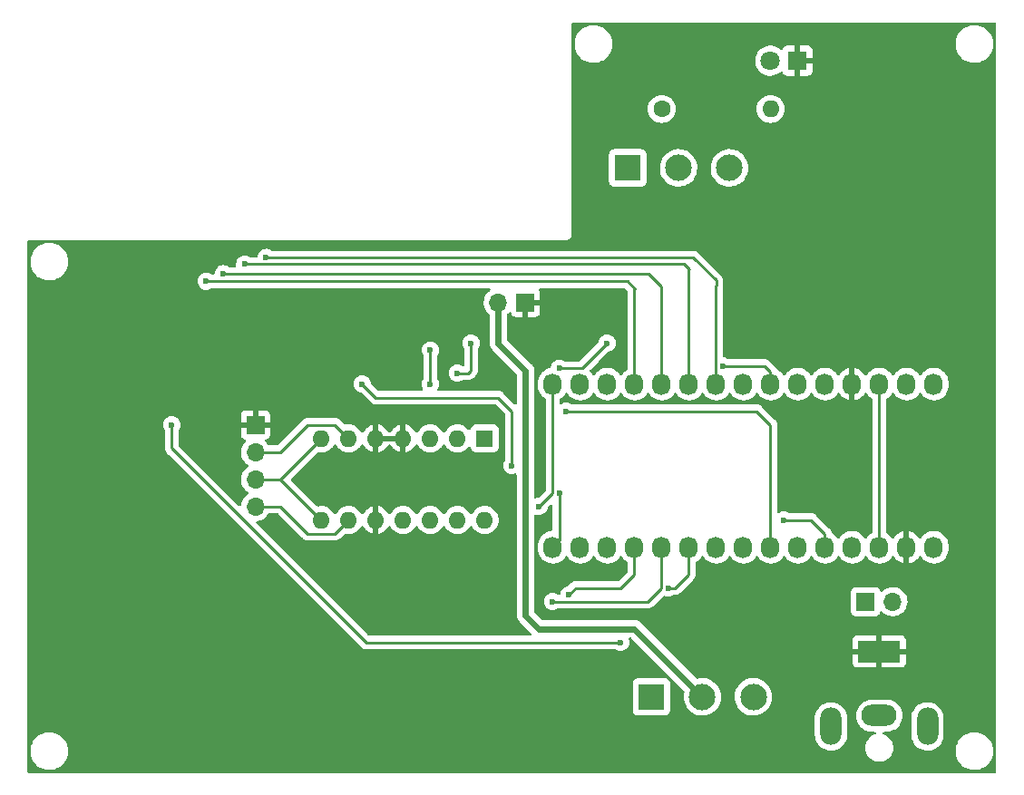
<source format=gbr>
%TF.GenerationSoftware,KiCad,Pcbnew,(6.0.1)*%
%TF.CreationDate,2022-07-24T14:20:51+01:00*%
%TF.ProjectId,psp-bluetooth,7073702d-626c-4756-9574-6f6f74682e6b,rev?*%
%TF.SameCoordinates,Original*%
%TF.FileFunction,Copper,L2,Bot*%
%TF.FilePolarity,Positive*%
%FSLAX46Y46*%
G04 Gerber Fmt 4.6, Leading zero omitted, Abs format (unit mm)*
G04 Created by KiCad (PCBNEW (6.0.1)) date 2022-07-24 14:20:51*
%MOMM*%
%LPD*%
G01*
G04 APERTURE LIST*
%TA.AperFunction,ComponentPad*%
%ADD10O,1.727200X2.032000*%
%TD*%
%TA.AperFunction,ComponentPad*%
%ADD11R,2.475000X2.475000*%
%TD*%
%TA.AperFunction,ComponentPad*%
%ADD12C,2.475000*%
%TD*%
%TA.AperFunction,ComponentPad*%
%ADD13R,1.600000X1.600000*%
%TD*%
%TA.AperFunction,ComponentPad*%
%ADD14O,1.600000X1.600000*%
%TD*%
%TA.AperFunction,ComponentPad*%
%ADD15C,1.600000*%
%TD*%
%TA.AperFunction,ComponentPad*%
%ADD16R,4.000000X2.000000*%
%TD*%
%TA.AperFunction,ComponentPad*%
%ADD17O,3.300000X2.000000*%
%TD*%
%TA.AperFunction,ComponentPad*%
%ADD18O,2.000000X3.500000*%
%TD*%
%TA.AperFunction,ComponentPad*%
%ADD19R,1.700000X1.700000*%
%TD*%
%TA.AperFunction,ComponentPad*%
%ADD20O,1.700000X1.700000*%
%TD*%
%TA.AperFunction,ComponentPad*%
%ADD21R,1.800000X1.800000*%
%TD*%
%TA.AperFunction,ComponentPad*%
%ADD22C,1.800000*%
%TD*%
%TA.AperFunction,ViaPad*%
%ADD23C,0.600000*%
%TD*%
%TA.AperFunction,Conductor*%
%ADD24C,0.250000*%
%TD*%
%TA.AperFunction,Conductor*%
%ADD25C,0.600000*%
%TD*%
G04 APERTURE END LIST*
D10*
%TO.P,P1,1,Pin_1*%
%TO.N,/1(Tx)*%
X194310000Y-59690000D03*
%TO.P,P1,2,Pin_2*%
%TO.N,/0(Rx)*%
X191770000Y-59690000D03*
%TO.P,P1,3,Pin_3*%
%TO.N,/Reset*%
X189230000Y-59690000D03*
%TO.P,P1,4,Pin_4*%
%TO.N,GND*%
X186690000Y-59690000D03*
%TO.P,P1,5,Pin_5*%
%TO.N,/2*%
X184150000Y-59690000D03*
%TO.P,P1,6,Pin_6*%
%TO.N,/3(\u002A\u002A)*%
X181610000Y-59690000D03*
%TO.P,P1,7,Pin_7*%
%TO.N,/4*%
X179070000Y-59690000D03*
%TO.P,P1,8,Pin_8*%
%TO.N,/5(\u002A\u002A)*%
X176530000Y-59690000D03*
%TO.P,P1,9,Pin_9*%
%TO.N,/6(\u002A\u002A)*%
X173990000Y-59690000D03*
%TO.P,P1,10,Pin_10*%
%TO.N,/7*%
X171450000Y-59690000D03*
%TO.P,P1,11,Pin_11*%
%TO.N,/8*%
X168910000Y-59690000D03*
%TO.P,P1,12,Pin_12*%
%TO.N,/9(\u002A\u002A)*%
X166370000Y-59690000D03*
%TO.P,P1,13,Pin_13*%
%TO.N,/10(\u002A\u002A{slash}SS)*%
X163830000Y-59690000D03*
%TO.P,P1,14,Pin_14*%
%TO.N,/11(\u002A\u002A{slash}MOSI)*%
X161290000Y-59690000D03*
%TO.P,P1,15,Pin_15*%
%TO.N,/12(MISO)*%
X158750000Y-59690000D03*
%TD*%
%TO.P,P2,1,Pin_1*%
%TO.N,VIN*%
X194310000Y-74930000D03*
%TO.P,P2,2,Pin_2*%
%TO.N,GND*%
X191770000Y-74930000D03*
%TO.P,P2,3,Pin_3*%
%TO.N,/Reset*%
X189230000Y-74930000D03*
%TO.P,P2,4,Pin_4*%
%TO.N,+5V*%
X186690000Y-74930000D03*
%TO.P,P2,5,Pin_5*%
%TO.N,/A7 (D21)*%
X184150000Y-74930000D03*
%TO.P,P2,6,Pin_6*%
%TO.N,/A6 (D20)*%
X181610000Y-74930000D03*
%TO.P,P2,7,Pin_7*%
%TO.N,/A5 (D19)*%
X179070000Y-74930000D03*
%TO.P,P2,8,Pin_8*%
%TO.N,/A4 (D18)*%
X176530000Y-74930000D03*
%TO.P,P2,9,Pin_9*%
%TO.N,/A3 (D17)*%
X173990000Y-74930000D03*
%TO.P,P2,10,Pin_10*%
%TO.N,/A2 (D16)*%
X171450000Y-74930000D03*
%TO.P,P2,11,Pin_11*%
%TO.N,/A1 (D15)*%
X168910000Y-74930000D03*
%TO.P,P2,12,Pin_12*%
%TO.N,/A0 (D14)*%
X166370000Y-74930000D03*
%TO.P,P2,13,Pin_13*%
%TO.N,/AREF*%
X163830000Y-74930000D03*
%TO.P,P2,14,Pin_14*%
%TO.N,+3V3*%
X161290000Y-74930000D03*
%TO.P,P2,15,Pin_15*%
%TO.N,/13(SCK)*%
X158750000Y-74930000D03*
%TD*%
D11*
%TO.P,S1,1*%
%TO.N,unconnected-(S1-Pad1)*%
X167970000Y-88900000D03*
D12*
%TO.P,S1,2*%
%TO.N,Net-(J5-Pad2)*%
X172720000Y-88900000D03*
%TO.P,S1,3*%
%TO.N,Net-(J6-Pad2)*%
X177470000Y-88900000D03*
%TD*%
D13*
%TO.P,U1,1,~{CS}*%
%TO.N,/10(\u002A\u002A{slash}SS)*%
X152400000Y-64770000D03*
D14*
%TO.P,U1,2,SCK*%
%TO.N,/13(SCK)*%
X149860000Y-64770000D03*
%TO.P,U1,3,SDI*%
%TO.N,/11(\u002A\u002A{slash}MOSI)*%
X147320000Y-64770000D03*
%TO.P,U1,4,VSS*%
%TO.N,GND*%
X144780000Y-64770000D03*
%TO.P,U1,5,P1B*%
X142240000Y-64770000D03*
%TO.P,U1,6,P1W*%
%TO.N,/P1W*%
X139700000Y-64770000D03*
%TO.P,U1,7,P1A*%
%TO.N,/P0A{slash}P1A*%
X137160000Y-64770000D03*
%TO.P,U1,8,P0A*%
X137160000Y-72390000D03*
%TO.P,U1,9,P0W*%
%TO.N,/P0W*%
X139700000Y-72390000D03*
%TO.P,U1,10,P0B*%
%TO.N,GND*%
X142240000Y-72390000D03*
%TO.P,U1,11,~{WP}*%
%TO.N,unconnected-(U1-Pad11)*%
X144780000Y-72390000D03*
%TO.P,U1,12,~{SHDN}*%
%TO.N,unconnected-(U1-Pad12)*%
X147320000Y-72390000D03*
%TO.P,U1,13,SDO*%
%TO.N,/12(MISO)*%
X149860000Y-72390000D03*
%TO.P,U1,14,VDD*%
%TO.N,+3V3*%
X152400000Y-72390000D03*
%TD*%
D15*
%TO.P,R1,1*%
%TO.N,Net-(JP2-Pad1)*%
X168920000Y-34000000D03*
D14*
%TO.P,R1,2*%
%TO.N,Net-(D1-Pad2)*%
X179080000Y-34000000D03*
%TD*%
D11*
%TO.P,S2,1*%
%TO.N,unconnected-(S2-Pad1)*%
X165750000Y-39500000D03*
D12*
%TO.P,S2,2*%
%TO.N,/1(Tx)*%
X170500000Y-39500000D03*
%TO.P,S2,3*%
%TO.N,Net-(JP2-Pad1)*%
X175250000Y-39500000D03*
%TD*%
D16*
%TO.P,J6,1*%
%TO.N,GND*%
X189230000Y-84670000D03*
D17*
%TO.P,J6,2*%
%TO.N,Net-(J6-Pad2)*%
X189230000Y-90670000D03*
D18*
%TO.P,J6,MP*%
%TO.N,N/C*%
X193730000Y-91670000D03*
X184730000Y-91670000D03*
%TD*%
D19*
%TO.P,J4,1,Pin_1*%
%TO.N,GND*%
X131000000Y-63510000D03*
D20*
%TO.P,J4,2,Pin_2*%
%TO.N,/P1W*%
X131000000Y-66050000D03*
%TO.P,J4,3,Pin_3*%
%TO.N,/P0A{slash}P1A*%
X131000000Y-68590000D03*
%TO.P,J4,4,Pin_4*%
%TO.N,/P0W*%
X131000000Y-71130000D03*
%TD*%
D19*
%TO.P,J5,1,Pin_1*%
%TO.N,GND*%
X156210000Y-52070000D03*
D20*
%TO.P,J5,2,Pin_2*%
%TO.N,Net-(J5-Pad2)*%
X153670000Y-52070000D03*
%TD*%
D21*
%TO.P,D1,1,K*%
%TO.N,GND*%
X181590000Y-29495000D03*
D22*
%TO.P,D1,2,A*%
%TO.N,Net-(D1-Pad2)*%
X179050000Y-29495000D03*
%TD*%
D19*
%TO.P,J8,1,Pin_1*%
%TO.N,Net-(J5-Pad2)*%
X187960000Y-80010000D03*
D20*
%TO.P,J8,2,Pin_2*%
%TO.N,VIN*%
X190500000Y-80010000D03*
%TD*%
D23*
%TO.N,/2*%
X149860000Y-58673540D03*
X151130000Y-55880000D03*
%TO.N,/3(\u002A\u002A)*%
X159353495Y-58224020D03*
X163830000Y-55880000D03*
%TO.N,/4*%
X174614500Y-58000000D03*
%TO.N,/6(\u002A\u002A)*%
X132000000Y-47875500D03*
%TO.N,/7*%
X130000000Y-48500000D03*
%TO.N,/8*%
X128000000Y-49400000D03*
%TO.N,/9(\u002A\u002A)*%
X126400000Y-50100000D03*
%TO.N,/A4 (D18)*%
X165100000Y-83820000D03*
X123190000Y-63500000D03*
%TO.N,/A5 (D19)*%
X147320000Y-59690000D03*
X147320000Y-56525500D03*
X160020000Y-62230000D03*
%TO.N,/A0 (D14)*%
X160248209Y-79385500D03*
%TO.N,/A1 (D15)*%
X158750000Y-80010000D03*
%TO.N,/A2 (D16)*%
X169534460Y-78747090D03*
%TO.N,/13(SCK)*%
X159374500Y-69850000D03*
%TO.N,/12(MISO)*%
X157480000Y-71120000D03*
%TO.N,/A7 (D21)*%
X154940000Y-67310000D03*
X180340000Y-72390000D03*
X140970000Y-59690000D03*
%TD*%
D24*
%TO.N,/Reset*%
X189230000Y-59690000D02*
X189230000Y-74930000D01*
%TO.N,/2*%
X149860000Y-58673540D02*
X150876460Y-58673540D01*
X150876460Y-58673540D02*
X151130000Y-58420000D01*
X151130000Y-58420000D02*
X151130000Y-55880000D01*
%TO.N,/3(\u002A\u002A)*%
X159353495Y-58224020D02*
X161485980Y-58224020D01*
X161485980Y-58224020D02*
X163830000Y-55880000D01*
%TO.N,/4*%
X179070000Y-58570000D02*
X179070000Y-59690000D01*
X178500000Y-58000000D02*
X179070000Y-58570000D01*
X174614500Y-58000000D02*
X178500000Y-58000000D01*
%TO.N,/6(\u002A\u002A)*%
X174000000Y-50000000D02*
X174000000Y-50500000D01*
X174000000Y-50500000D02*
X173990000Y-50510000D01*
X132000000Y-47875500D02*
X171875500Y-47875500D01*
X171875500Y-47875500D02*
X174000000Y-50000000D01*
X173990000Y-50510000D02*
X173990000Y-59690000D01*
%TO.N,/7*%
X171500000Y-49000000D02*
X171450000Y-49050000D01*
X171000000Y-48500000D02*
X171500000Y-49000000D01*
X130000000Y-48500000D02*
X171000000Y-48500000D01*
X171450000Y-49050000D02*
X171450000Y-59690000D01*
%TO.N,/8*%
X128000000Y-49400000D02*
X167700000Y-49400000D01*
X167700000Y-49400000D02*
X168910000Y-50610000D01*
X168910000Y-50610000D02*
X168910000Y-59690000D01*
%TO.N,/9(\u002A\u002A)*%
X165700000Y-50100000D02*
X166400000Y-50800000D01*
X166370000Y-50830000D02*
X166370000Y-59690000D01*
X126400000Y-50100000D02*
X165700000Y-50100000D01*
X166400000Y-50800000D02*
X166370000Y-50830000D01*
%TO.N,/A4 (D18)*%
X123190000Y-63500000D02*
X123190000Y-65690000D01*
X123190000Y-65690000D02*
X141320000Y-83820000D01*
X141320000Y-83820000D02*
X165100000Y-83820000D01*
%TO.N,/A5 (D19)*%
X179070000Y-63500000D02*
X179070000Y-74930000D01*
X177800000Y-62230000D02*
X179070000Y-63500000D01*
X160020000Y-62230000D02*
X177800000Y-62230000D01*
X147320000Y-56525500D02*
X147320000Y-59690000D01*
%TO.N,/A0 (D14)*%
X166370000Y-77470000D02*
X166370000Y-74930000D01*
X160248209Y-79385500D02*
X160893709Y-78740000D01*
X165100000Y-78740000D02*
X166370000Y-77470000D01*
X160893709Y-78740000D02*
X165100000Y-78740000D01*
%TO.N,/A1 (D15)*%
X167640000Y-80010000D02*
X168910000Y-78740000D01*
X158750000Y-80010000D02*
X167640000Y-80010000D01*
X168910000Y-78740000D02*
X168910000Y-74930000D01*
%TO.N,/A2 (D16)*%
X169534460Y-78747090D02*
X170172910Y-78747090D01*
X171450000Y-77470000D02*
X171450000Y-74930000D01*
X170172910Y-78747090D02*
X171450000Y-77470000D01*
%TO.N,/13(SCK)*%
X159374500Y-69850000D02*
X159374500Y-74305500D01*
X159374500Y-74305500D02*
X158750000Y-74930000D01*
%TO.N,/12(MISO)*%
X158750000Y-69850000D02*
X158750000Y-59690000D01*
X157480000Y-71120000D02*
X158750000Y-69850000D01*
%TO.N,/A7 (D21)*%
X154940000Y-62230000D02*
X153670000Y-60960000D01*
X184150000Y-74930000D02*
X184150000Y-73660000D01*
X184150000Y-73660000D02*
X182880000Y-72390000D01*
X182880000Y-72390000D02*
X180340000Y-72390000D01*
X153670000Y-60960000D02*
X142240000Y-60960000D01*
X142240000Y-60960000D02*
X140970000Y-59690000D01*
X154940000Y-67310000D02*
X154940000Y-62230000D01*
%TO.N,/P1W*%
X135890000Y-63510000D02*
X133350000Y-66050000D01*
X135890000Y-63500000D02*
X135890000Y-63510000D01*
X138430000Y-63500000D02*
X135890000Y-63500000D01*
X133350000Y-66050000D02*
X131000000Y-66050000D01*
X139700000Y-64770000D02*
X138430000Y-63500000D01*
%TO.N,/P0A{slash}P1A*%
X133350000Y-68590000D02*
X137150000Y-72390000D01*
X133350000Y-68590000D02*
X131000000Y-68590000D01*
X137160000Y-64780000D02*
X137160000Y-64770000D01*
X133350000Y-68590000D02*
X137160000Y-64780000D01*
X137150000Y-72390000D02*
X137160000Y-72390000D01*
%TO.N,/P0W*%
X138430000Y-73660000D02*
X139700000Y-72390000D01*
X131455718Y-71130000D02*
X131227859Y-70902141D01*
X133350000Y-71130000D02*
X131455718Y-71130000D01*
X135880000Y-73660000D02*
X138430000Y-73660000D01*
X133350000Y-71130000D02*
X135880000Y-73660000D01*
D25*
%TO.N,Net-(J5-Pad2)*%
X156210000Y-81280000D02*
X156210000Y-58420000D01*
X156210000Y-58420000D02*
X153670000Y-55880000D01*
X157480000Y-82550000D02*
X156210000Y-81280000D01*
X153670000Y-55880000D02*
X153670000Y-52070000D01*
X166370000Y-82550000D02*
X157480000Y-82550000D01*
X172720000Y-88900000D02*
X166370000Y-82550000D01*
%TD*%
%TA.AperFunction,Conductor*%
%TO.N,GND*%
G36*
X200094121Y-25928002D02*
G01*
X200140614Y-25981658D01*
X200152000Y-26034000D01*
X200152000Y-95886000D01*
X200131998Y-95954121D01*
X200078342Y-96000614D01*
X200026000Y-96012000D01*
X109854000Y-96012000D01*
X109785879Y-95991998D01*
X109739386Y-95938342D01*
X109728000Y-95886000D01*
X109728000Y-94087655D01*
X109999858Y-94087655D01*
X110035104Y-94346638D01*
X110036412Y-94351124D01*
X110036412Y-94351126D01*
X110056098Y-94418664D01*
X110108243Y-94597567D01*
X110217668Y-94834928D01*
X110220231Y-94838837D01*
X110358410Y-95049596D01*
X110358414Y-95049601D01*
X110360976Y-95053509D01*
X110535018Y-95248506D01*
X110735970Y-95415637D01*
X110739973Y-95418066D01*
X110955422Y-95548804D01*
X110955426Y-95548806D01*
X110959419Y-95551229D01*
X111200455Y-95652303D01*
X111453783Y-95716641D01*
X111458434Y-95717109D01*
X111458438Y-95717110D01*
X111651308Y-95736531D01*
X111670867Y-95738500D01*
X111826354Y-95738500D01*
X111828679Y-95738327D01*
X111828685Y-95738327D01*
X112016000Y-95724407D01*
X112016004Y-95724406D01*
X112020652Y-95724061D01*
X112025200Y-95723032D01*
X112025206Y-95723031D01*
X112211601Y-95680853D01*
X112275577Y-95666377D01*
X112311769Y-95652303D01*
X112514824Y-95573340D01*
X112514827Y-95573339D01*
X112519177Y-95571647D01*
X112746098Y-95441951D01*
X112951357Y-95280138D01*
X113130443Y-95089763D01*
X113279424Y-94875009D01*
X113301284Y-94830682D01*
X113392960Y-94644781D01*
X113392961Y-94644778D01*
X113395025Y-94640593D01*
X113435452Y-94514300D01*
X113473280Y-94396123D01*
X113474707Y-94391665D01*
X113516721Y-94133693D01*
X113519358Y-93932256D01*
X113520081Y-93877022D01*
X113520081Y-93877019D01*
X113520142Y-93872345D01*
X113484896Y-93613362D01*
X113470473Y-93563877D01*
X113453270Y-93504858D01*
X113411757Y-93362433D01*
X113302332Y-93125072D01*
X113240231Y-93030352D01*
X113161590Y-92910404D01*
X113161586Y-92910399D01*
X113159024Y-92906491D01*
X112984982Y-92711494D01*
X112784030Y-92544363D01*
X112679613Y-92481001D01*
X183221500Y-92481001D01*
X183221702Y-92483509D01*
X183221702Y-92483514D01*
X183227943Y-92561074D01*
X183236060Y-92661965D01*
X183237266Y-92666873D01*
X183237266Y-92666876D01*
X183267846Y-92791377D01*
X183293963Y-92897706D01*
X183295938Y-92902358D01*
X183295939Y-92902362D01*
X183297692Y-92906491D01*
X183388812Y-93121156D01*
X183391510Y-93125440D01*
X183511021Y-93315219D01*
X183518167Y-93326567D01*
X183521512Y-93330361D01*
X183675350Y-93504858D01*
X183675353Y-93504861D01*
X183678698Y-93508655D01*
X183682606Y-93511865D01*
X183682607Y-93511866D01*
X183789242Y-93599456D01*
X183866278Y-93662734D01*
X184076078Y-93784841D01*
X184080801Y-93786654D01*
X184297978Y-93870020D01*
X184297982Y-93870021D01*
X184302702Y-93871833D01*
X184307652Y-93872867D01*
X184307655Y-93872868D01*
X184535369Y-93920440D01*
X184535373Y-93920440D01*
X184540320Y-93921474D01*
X184782817Y-93932486D01*
X184787837Y-93931905D01*
X184787841Y-93931905D01*
X185018929Y-93905167D01*
X185018933Y-93905166D01*
X185023956Y-93904585D01*
X185028820Y-93903209D01*
X185028823Y-93903208D01*
X185252669Y-93839866D01*
X185252668Y-93839866D01*
X185257532Y-93838490D01*
X185262108Y-93836356D01*
X185262114Y-93836354D01*
X185472954Y-93738038D01*
X185472958Y-93738036D01*
X185477536Y-93735901D01*
X185678307Y-93599456D01*
X185854681Y-93432668D01*
X185932901Y-93330361D01*
X185999047Y-93243846D01*
X185999050Y-93243842D01*
X186002120Y-93239826D01*
X186116831Y-93025891D01*
X186195862Y-92796369D01*
X186219077Y-92661965D01*
X186236504Y-92561074D01*
X186236505Y-92561068D01*
X186237179Y-92557164D01*
X186237359Y-92553202D01*
X186238436Y-92529494D01*
X186238436Y-92529475D01*
X186238500Y-92528075D01*
X186238500Y-90858999D01*
X186238148Y-90854627D01*
X186227543Y-90722817D01*
X187067514Y-90722817D01*
X187068095Y-90727837D01*
X187068095Y-90727841D01*
X187083923Y-90864631D01*
X187095415Y-90963956D01*
X187096791Y-90968820D01*
X187096792Y-90968823D01*
X187142476Y-91130266D01*
X187161510Y-91197532D01*
X187163644Y-91202108D01*
X187163646Y-91202114D01*
X187220446Y-91323922D01*
X187264099Y-91417536D01*
X187400544Y-91618307D01*
X187567332Y-91794681D01*
X187571358Y-91797759D01*
X187571359Y-91797760D01*
X187756154Y-91939047D01*
X187756158Y-91939050D01*
X187760174Y-91942120D01*
X187974109Y-92056831D01*
X188203631Y-92135862D01*
X188302978Y-92153022D01*
X188438926Y-92176504D01*
X188438932Y-92176505D01*
X188442836Y-92177179D01*
X188446797Y-92177359D01*
X188446798Y-92177359D01*
X188470506Y-92178436D01*
X188470525Y-92178436D01*
X188471925Y-92178500D01*
X188783634Y-92178500D01*
X188851755Y-92198502D01*
X188898248Y-92252158D01*
X188908352Y-92322432D01*
X188878858Y-92387012D01*
X188816245Y-92426207D01*
X188786067Y-92434293D01*
X188786065Y-92434294D01*
X188780757Y-92435716D01*
X188775776Y-92438039D01*
X188775775Y-92438039D01*
X188578238Y-92530151D01*
X188578233Y-92530154D01*
X188573251Y-92532477D01*
X188468389Y-92605902D01*
X188390211Y-92660643D01*
X188390208Y-92660645D01*
X188385700Y-92663802D01*
X188223802Y-92825700D01*
X188220645Y-92830208D01*
X188220643Y-92830211D01*
X188167231Y-92906491D01*
X188092477Y-93013251D01*
X188090154Y-93018233D01*
X188090151Y-93018238D01*
X188038354Y-93129318D01*
X187995716Y-93220757D01*
X187994294Y-93226065D01*
X187994293Y-93226067D01*
X187957754Y-93362433D01*
X187936457Y-93441913D01*
X187916502Y-93670000D01*
X187936457Y-93898087D01*
X187937881Y-93903400D01*
X187937881Y-93903402D01*
X187988494Y-94092289D01*
X187995716Y-94119243D01*
X187998039Y-94124224D01*
X187998039Y-94124225D01*
X188090151Y-94321762D01*
X188090154Y-94321767D01*
X188092477Y-94326749D01*
X188223802Y-94514300D01*
X188385700Y-94676198D01*
X188390208Y-94679355D01*
X188390211Y-94679357D01*
X188468389Y-94734098D01*
X188573251Y-94807523D01*
X188578233Y-94809846D01*
X188578238Y-94809849D01*
X188708984Y-94870816D01*
X188780757Y-94904284D01*
X188786065Y-94905706D01*
X188786067Y-94905707D01*
X188996598Y-94962119D01*
X188996600Y-94962119D01*
X189001913Y-94963543D01*
X189101480Y-94972254D01*
X189170149Y-94978262D01*
X189170156Y-94978262D01*
X189172873Y-94978500D01*
X189287127Y-94978500D01*
X189289844Y-94978262D01*
X189289851Y-94978262D01*
X189358520Y-94972254D01*
X189458087Y-94963543D01*
X189463400Y-94962119D01*
X189463402Y-94962119D01*
X189673933Y-94905707D01*
X189673935Y-94905706D01*
X189679243Y-94904284D01*
X189751016Y-94870816D01*
X189881762Y-94809849D01*
X189881767Y-94809846D01*
X189886749Y-94807523D01*
X189991611Y-94734098D01*
X190069789Y-94679357D01*
X190069792Y-94679355D01*
X190074300Y-94676198D01*
X190236198Y-94514300D01*
X190367523Y-94326749D01*
X190369846Y-94321767D01*
X190369849Y-94321762D01*
X190461961Y-94124225D01*
X190461961Y-94124224D01*
X190464284Y-94119243D01*
X190471507Y-94092289D01*
X190472749Y-94087655D01*
X196359858Y-94087655D01*
X196395104Y-94346638D01*
X196396412Y-94351124D01*
X196396412Y-94351126D01*
X196416098Y-94418664D01*
X196468243Y-94597567D01*
X196577668Y-94834928D01*
X196580231Y-94838837D01*
X196718410Y-95049596D01*
X196718414Y-95049601D01*
X196720976Y-95053509D01*
X196895018Y-95248506D01*
X197095970Y-95415637D01*
X197099973Y-95418066D01*
X197315422Y-95548804D01*
X197315426Y-95548806D01*
X197319419Y-95551229D01*
X197560455Y-95652303D01*
X197813783Y-95716641D01*
X197818434Y-95717109D01*
X197818438Y-95717110D01*
X198011308Y-95736531D01*
X198030867Y-95738500D01*
X198186354Y-95738500D01*
X198188679Y-95738327D01*
X198188685Y-95738327D01*
X198376000Y-95724407D01*
X198376004Y-95724406D01*
X198380652Y-95724061D01*
X198385200Y-95723032D01*
X198385206Y-95723031D01*
X198571601Y-95680853D01*
X198635577Y-95666377D01*
X198671769Y-95652303D01*
X198874824Y-95573340D01*
X198874827Y-95573339D01*
X198879177Y-95571647D01*
X199106098Y-95441951D01*
X199311357Y-95280138D01*
X199490443Y-95089763D01*
X199639424Y-94875009D01*
X199661284Y-94830682D01*
X199752960Y-94644781D01*
X199752961Y-94644778D01*
X199755025Y-94640593D01*
X199795452Y-94514300D01*
X199833280Y-94396123D01*
X199834707Y-94391665D01*
X199876721Y-94133693D01*
X199879358Y-93932256D01*
X199880081Y-93877022D01*
X199880081Y-93877019D01*
X199880142Y-93872345D01*
X199844896Y-93613362D01*
X199830473Y-93563877D01*
X199813270Y-93504858D01*
X199771757Y-93362433D01*
X199662332Y-93125072D01*
X199600231Y-93030352D01*
X199521590Y-92910404D01*
X199521586Y-92910399D01*
X199519024Y-92906491D01*
X199344982Y-92711494D01*
X199144030Y-92544363D01*
X199039613Y-92481001D01*
X198924578Y-92411196D01*
X198924574Y-92411194D01*
X198920581Y-92408771D01*
X198679545Y-92307697D01*
X198426217Y-92243359D01*
X198421566Y-92242891D01*
X198421562Y-92242890D01*
X198212271Y-92221816D01*
X198209133Y-92221500D01*
X198053646Y-92221500D01*
X198051321Y-92221673D01*
X198051315Y-92221673D01*
X197864000Y-92235593D01*
X197863996Y-92235594D01*
X197859348Y-92235939D01*
X197854800Y-92236968D01*
X197854794Y-92236969D01*
X197668399Y-92279147D01*
X197604423Y-92293623D01*
X197600071Y-92295315D01*
X197600069Y-92295316D01*
X197365176Y-92386660D01*
X197365173Y-92386661D01*
X197360823Y-92388353D01*
X197133902Y-92518049D01*
X196928643Y-92679862D01*
X196749557Y-92870237D01*
X196600576Y-93084991D01*
X196598510Y-93089181D01*
X196598508Y-93089184D01*
X196522238Y-93243846D01*
X196484975Y-93319407D01*
X196483553Y-93323850D01*
X196483552Y-93323852D01*
X196472564Y-93358179D01*
X196405293Y-93568335D01*
X196363279Y-93826307D01*
X196359858Y-94087655D01*
X190472749Y-94087655D01*
X190522119Y-93903402D01*
X190522119Y-93903400D01*
X190523543Y-93898087D01*
X190543498Y-93670000D01*
X190523543Y-93441913D01*
X190502246Y-93362433D01*
X190465707Y-93226067D01*
X190465706Y-93226065D01*
X190464284Y-93220757D01*
X190421646Y-93129318D01*
X190369849Y-93018238D01*
X190369846Y-93018233D01*
X190367523Y-93013251D01*
X190292769Y-92906491D01*
X190239357Y-92830211D01*
X190239355Y-92830208D01*
X190236198Y-92825700D01*
X190074300Y-92663802D01*
X190069792Y-92660645D01*
X190069789Y-92660643D01*
X189991611Y-92605902D01*
X189886749Y-92532477D01*
X189881767Y-92530154D01*
X189881762Y-92530151D01*
X189776358Y-92481001D01*
X192221500Y-92481001D01*
X192221702Y-92483509D01*
X192221702Y-92483514D01*
X192227943Y-92561074D01*
X192236060Y-92661965D01*
X192237266Y-92666873D01*
X192237266Y-92666876D01*
X192267846Y-92791377D01*
X192293963Y-92897706D01*
X192295938Y-92902358D01*
X192295939Y-92902362D01*
X192297692Y-92906491D01*
X192388812Y-93121156D01*
X192391510Y-93125440D01*
X192511021Y-93315219D01*
X192518167Y-93326567D01*
X192521512Y-93330361D01*
X192675350Y-93504858D01*
X192675353Y-93504861D01*
X192678698Y-93508655D01*
X192682606Y-93511865D01*
X192682607Y-93511866D01*
X192789242Y-93599456D01*
X192866278Y-93662734D01*
X193076078Y-93784841D01*
X193080801Y-93786654D01*
X193297978Y-93870020D01*
X193297982Y-93870021D01*
X193302702Y-93871833D01*
X193307652Y-93872867D01*
X193307655Y-93872868D01*
X193535369Y-93920440D01*
X193535373Y-93920440D01*
X193540320Y-93921474D01*
X193782817Y-93932486D01*
X193787837Y-93931905D01*
X193787841Y-93931905D01*
X194018929Y-93905167D01*
X194018933Y-93905166D01*
X194023956Y-93904585D01*
X194028820Y-93903209D01*
X194028823Y-93903208D01*
X194252669Y-93839866D01*
X194252668Y-93839866D01*
X194257532Y-93838490D01*
X194262108Y-93836356D01*
X194262114Y-93836354D01*
X194472954Y-93738038D01*
X194472958Y-93738036D01*
X194477536Y-93735901D01*
X194678307Y-93599456D01*
X194854681Y-93432668D01*
X194932901Y-93330361D01*
X194999047Y-93243846D01*
X194999050Y-93243842D01*
X195002120Y-93239826D01*
X195116831Y-93025891D01*
X195195862Y-92796369D01*
X195219077Y-92661965D01*
X195236504Y-92561074D01*
X195236505Y-92561068D01*
X195237179Y-92557164D01*
X195237359Y-92553202D01*
X195238436Y-92529494D01*
X195238436Y-92529475D01*
X195238500Y-92528075D01*
X195238500Y-90858999D01*
X195238148Y-90854627D01*
X195224346Y-90683076D01*
X195224345Y-90683071D01*
X195223940Y-90678035D01*
X195214413Y-90639245D01*
X195167244Y-90447208D01*
X195166037Y-90442294D01*
X195140477Y-90382077D01*
X195106413Y-90301829D01*
X195071188Y-90218844D01*
X194966106Y-90051977D01*
X194944528Y-90017712D01*
X194944526Y-90017709D01*
X194941833Y-90013433D01*
X194901633Y-89967834D01*
X194784650Y-89835142D01*
X194784647Y-89835139D01*
X194781302Y-89831345D01*
X194777393Y-89828134D01*
X194597628Y-89680474D01*
X194597625Y-89680472D01*
X194593722Y-89677266D01*
X194383922Y-89555159D01*
X194249725Y-89503646D01*
X194162022Y-89469980D01*
X194162018Y-89469979D01*
X194157298Y-89468167D01*
X194152348Y-89467133D01*
X194152345Y-89467132D01*
X193924631Y-89419560D01*
X193924627Y-89419560D01*
X193919680Y-89418526D01*
X193677183Y-89407514D01*
X193672163Y-89408095D01*
X193672159Y-89408095D01*
X193441071Y-89434833D01*
X193441067Y-89434834D01*
X193436044Y-89435415D01*
X193431180Y-89436791D01*
X193431177Y-89436792D01*
X193323958Y-89467132D01*
X193202468Y-89501510D01*
X193197892Y-89503644D01*
X193197886Y-89503646D01*
X192987046Y-89601962D01*
X192987042Y-89601964D01*
X192982464Y-89604099D01*
X192978283Y-89606940D01*
X192978282Y-89606941D01*
X192907408Y-89655107D01*
X192781693Y-89740544D01*
X192605319Y-89907332D01*
X192602241Y-89911358D01*
X192602240Y-89911359D01*
X192460953Y-90096154D01*
X192460950Y-90096158D01*
X192457880Y-90100174D01*
X192455490Y-90104632D01*
X192455489Y-90104633D01*
X192387521Y-90231392D01*
X192343169Y-90314109D01*
X192264138Y-90543631D01*
X192222821Y-90782836D01*
X192221500Y-90811925D01*
X192221500Y-92481001D01*
X189776358Y-92481001D01*
X189684225Y-92438039D01*
X189684224Y-92438039D01*
X189679243Y-92435716D01*
X189673935Y-92434294D01*
X189673933Y-92434293D01*
X189643755Y-92426207D01*
X189583132Y-92389255D01*
X189552111Y-92325395D01*
X189560539Y-92254900D01*
X189605742Y-92200153D01*
X189676366Y-92178500D01*
X189941001Y-92178500D01*
X189943509Y-92178298D01*
X189943514Y-92178298D01*
X190116924Y-92164346D01*
X190116929Y-92164345D01*
X190121965Y-92163940D01*
X190126873Y-92162734D01*
X190126876Y-92162734D01*
X190352792Y-92107244D01*
X190357706Y-92106037D01*
X190362358Y-92104062D01*
X190362362Y-92104061D01*
X190576498Y-92013165D01*
X190581156Y-92011188D01*
X190687037Y-91944511D01*
X190782288Y-91884528D01*
X190782291Y-91884526D01*
X190786567Y-91881833D01*
X190885422Y-91794681D01*
X190964858Y-91724650D01*
X190964861Y-91724647D01*
X190968655Y-91721302D01*
X191122734Y-91533722D01*
X191244841Y-91323922D01*
X191331833Y-91097298D01*
X191381474Y-90859680D01*
X191392486Y-90617183D01*
X191389585Y-90592108D01*
X191365167Y-90381071D01*
X191365166Y-90381067D01*
X191364585Y-90376044D01*
X191325517Y-90237978D01*
X191299866Y-90147331D01*
X191298490Y-90142468D01*
X191296356Y-90137892D01*
X191296354Y-90137886D01*
X191198038Y-89927046D01*
X191198036Y-89927042D01*
X191195901Y-89922464D01*
X191059456Y-89721693D01*
X190892668Y-89545319D01*
X190837461Y-89503110D01*
X190703846Y-89400953D01*
X190703842Y-89400950D01*
X190699826Y-89397880D01*
X190485891Y-89283169D01*
X190256369Y-89204138D01*
X190157022Y-89186978D01*
X190021074Y-89163496D01*
X190021068Y-89163495D01*
X190017164Y-89162821D01*
X190013203Y-89162641D01*
X190013202Y-89162641D01*
X189989494Y-89161564D01*
X189989475Y-89161564D01*
X189988075Y-89161500D01*
X188518999Y-89161500D01*
X188516491Y-89161702D01*
X188516486Y-89161702D01*
X188343076Y-89175654D01*
X188343071Y-89175655D01*
X188338035Y-89176060D01*
X188333127Y-89177266D01*
X188333124Y-89177266D01*
X188217007Y-89205787D01*
X188102294Y-89233963D01*
X188097642Y-89235938D01*
X188097638Y-89235939D01*
X188056100Y-89253571D01*
X187878844Y-89328812D01*
X187802354Y-89376981D01*
X187677712Y-89455472D01*
X187677709Y-89455474D01*
X187673433Y-89458167D01*
X187669639Y-89461512D01*
X187495142Y-89615350D01*
X187495139Y-89615353D01*
X187491345Y-89618698D01*
X187337266Y-89806278D01*
X187322677Y-89831345D01*
X187218907Y-90009639D01*
X187215159Y-90016078D01*
X187213346Y-90020801D01*
X187131449Y-90234153D01*
X187128167Y-90242702D01*
X187127133Y-90247652D01*
X187127132Y-90247655D01*
X187083835Y-90454909D01*
X187078526Y-90480320D01*
X187067514Y-90722817D01*
X186227543Y-90722817D01*
X186224346Y-90683076D01*
X186224345Y-90683071D01*
X186223940Y-90678035D01*
X186214413Y-90639245D01*
X186167244Y-90447208D01*
X186166037Y-90442294D01*
X186140477Y-90382077D01*
X186106413Y-90301829D01*
X186071188Y-90218844D01*
X185966106Y-90051977D01*
X185944528Y-90017712D01*
X185944526Y-90017709D01*
X185941833Y-90013433D01*
X185901633Y-89967834D01*
X185784650Y-89835142D01*
X185784647Y-89835139D01*
X185781302Y-89831345D01*
X185777393Y-89828134D01*
X185597628Y-89680474D01*
X185597625Y-89680472D01*
X185593722Y-89677266D01*
X185383922Y-89555159D01*
X185249725Y-89503646D01*
X185162022Y-89469980D01*
X185162018Y-89469979D01*
X185157298Y-89468167D01*
X185152348Y-89467133D01*
X185152345Y-89467132D01*
X184924631Y-89419560D01*
X184924627Y-89419560D01*
X184919680Y-89418526D01*
X184677183Y-89407514D01*
X184672163Y-89408095D01*
X184672159Y-89408095D01*
X184441071Y-89434833D01*
X184441067Y-89434834D01*
X184436044Y-89435415D01*
X184431180Y-89436791D01*
X184431177Y-89436792D01*
X184323958Y-89467132D01*
X184202468Y-89501510D01*
X184197892Y-89503644D01*
X184197886Y-89503646D01*
X183987046Y-89601962D01*
X183987042Y-89601964D01*
X183982464Y-89604099D01*
X183978283Y-89606940D01*
X183978282Y-89606941D01*
X183907408Y-89655107D01*
X183781693Y-89740544D01*
X183605319Y-89907332D01*
X183602241Y-89911358D01*
X183602240Y-89911359D01*
X183460953Y-90096154D01*
X183460950Y-90096158D01*
X183457880Y-90100174D01*
X183455490Y-90104632D01*
X183455489Y-90104633D01*
X183387521Y-90231392D01*
X183343169Y-90314109D01*
X183264138Y-90543631D01*
X183222821Y-90782836D01*
X183221500Y-90811925D01*
X183221500Y-92481001D01*
X112679613Y-92481001D01*
X112564578Y-92411196D01*
X112564574Y-92411194D01*
X112560581Y-92408771D01*
X112319545Y-92307697D01*
X112066217Y-92243359D01*
X112061566Y-92242891D01*
X112061562Y-92242890D01*
X111852271Y-92221816D01*
X111849133Y-92221500D01*
X111693646Y-92221500D01*
X111691321Y-92221673D01*
X111691315Y-92221673D01*
X111504000Y-92235593D01*
X111503996Y-92235594D01*
X111499348Y-92235939D01*
X111494800Y-92236968D01*
X111494794Y-92236969D01*
X111308399Y-92279147D01*
X111244423Y-92293623D01*
X111240071Y-92295315D01*
X111240069Y-92295316D01*
X111005176Y-92386660D01*
X111005173Y-92386661D01*
X111000823Y-92388353D01*
X110773902Y-92518049D01*
X110568643Y-92679862D01*
X110389557Y-92870237D01*
X110240576Y-93084991D01*
X110238510Y-93089181D01*
X110238508Y-93089184D01*
X110162238Y-93243846D01*
X110124975Y-93319407D01*
X110123553Y-93323850D01*
X110123552Y-93323852D01*
X110112564Y-93358179D01*
X110045293Y-93568335D01*
X110003279Y-93826307D01*
X109999858Y-94087655D01*
X109728000Y-94087655D01*
X109728000Y-90185634D01*
X166224000Y-90185634D01*
X166230755Y-90247816D01*
X166281885Y-90384205D01*
X166369239Y-90500761D01*
X166485795Y-90588115D01*
X166622184Y-90639245D01*
X166684366Y-90646000D01*
X169255634Y-90646000D01*
X169317816Y-90639245D01*
X169454205Y-90588115D01*
X169570761Y-90500761D01*
X169658115Y-90384205D01*
X169709245Y-90247816D01*
X169716000Y-90185634D01*
X169716000Y-87614366D01*
X169709245Y-87552184D01*
X169658115Y-87415795D01*
X169570761Y-87299239D01*
X169454205Y-87211885D01*
X169317816Y-87160755D01*
X169255634Y-87154000D01*
X166684366Y-87154000D01*
X166622184Y-87160755D01*
X166485795Y-87211885D01*
X166369239Y-87299239D01*
X166281885Y-87415795D01*
X166230755Y-87552184D01*
X166224000Y-87614366D01*
X166224000Y-90185634D01*
X109728000Y-90185634D01*
X109728000Y-63488640D01*
X122376463Y-63488640D01*
X122394163Y-63669160D01*
X122451418Y-63841273D01*
X122455065Y-63847295D01*
X122455066Y-63847297D01*
X122538276Y-63984694D01*
X122556500Y-64049965D01*
X122556500Y-65611233D01*
X122555973Y-65622416D01*
X122554298Y-65629909D01*
X122554547Y-65637835D01*
X122554547Y-65637836D01*
X122556438Y-65697986D01*
X122556500Y-65701945D01*
X122556500Y-65729856D01*
X122556997Y-65733790D01*
X122556997Y-65733791D01*
X122557005Y-65733856D01*
X122557938Y-65745693D01*
X122559327Y-65789889D01*
X122564675Y-65808297D01*
X122564978Y-65809339D01*
X122568987Y-65828700D01*
X122571526Y-65848797D01*
X122574445Y-65856168D01*
X122574445Y-65856170D01*
X122587804Y-65889912D01*
X122591649Y-65901142D01*
X122603982Y-65943593D01*
X122608015Y-65950412D01*
X122608017Y-65950417D01*
X122614293Y-65961028D01*
X122622988Y-65978776D01*
X122630448Y-65997617D01*
X122635110Y-66004033D01*
X122635110Y-66004034D01*
X122656436Y-66033387D01*
X122662952Y-66043307D01*
X122680275Y-66072598D01*
X122685458Y-66081362D01*
X122699779Y-66095683D01*
X122712619Y-66110716D01*
X122724528Y-66127107D01*
X122730634Y-66132158D01*
X122758605Y-66155298D01*
X122767384Y-66163288D01*
X140816348Y-84212253D01*
X140823888Y-84220539D01*
X140828000Y-84227018D01*
X140833777Y-84232443D01*
X140877651Y-84273643D01*
X140880493Y-84276398D01*
X140900230Y-84296135D01*
X140903427Y-84298615D01*
X140912447Y-84306318D01*
X140944679Y-84336586D01*
X140951625Y-84340405D01*
X140951628Y-84340407D01*
X140962434Y-84346348D01*
X140978953Y-84357199D01*
X140994959Y-84369614D01*
X141002228Y-84372759D01*
X141002232Y-84372762D01*
X141035537Y-84387174D01*
X141046187Y-84392391D01*
X141084940Y-84413695D01*
X141092615Y-84415666D01*
X141092616Y-84415666D01*
X141104562Y-84418733D01*
X141123267Y-84425137D01*
X141141855Y-84433181D01*
X141149678Y-84434420D01*
X141149688Y-84434423D01*
X141185524Y-84440099D01*
X141197144Y-84442505D01*
X141232289Y-84451528D01*
X141239970Y-84453500D01*
X141260224Y-84453500D01*
X141279934Y-84455051D01*
X141299943Y-84458220D01*
X141307835Y-84457474D01*
X141343961Y-84454059D01*
X141355819Y-84453500D01*
X164553903Y-84453500D01*
X164622896Y-84474068D01*
X164733159Y-84546222D01*
X164739763Y-84548678D01*
X164739765Y-84548679D01*
X164896558Y-84606990D01*
X164896560Y-84606990D01*
X164903168Y-84609448D01*
X164986995Y-84620633D01*
X165075980Y-84632507D01*
X165075984Y-84632507D01*
X165082961Y-84633438D01*
X165089972Y-84632800D01*
X165089976Y-84632800D01*
X165232459Y-84619832D01*
X165263600Y-84616998D01*
X165270302Y-84614820D01*
X165270304Y-84614820D01*
X165429409Y-84563124D01*
X165429412Y-84563123D01*
X165436108Y-84560947D01*
X165591912Y-84468069D01*
X165723266Y-84342982D01*
X165823643Y-84191902D01*
X165888055Y-84022338D01*
X165913299Y-83842717D01*
X165913616Y-83820000D01*
X165893397Y-83639745D01*
X165888378Y-83625331D01*
X165853765Y-83525937D01*
X165850251Y-83455027D01*
X165885633Y-83393475D01*
X165948675Y-83360823D01*
X165972756Y-83358500D01*
X165982918Y-83358500D01*
X166051039Y-83378502D01*
X166072013Y-83395405D01*
X171001113Y-88324505D01*
X171035139Y-88386817D01*
X171034141Y-88444615D01*
X170995704Y-88595960D01*
X170969704Y-88854167D01*
X170969928Y-88858833D01*
X170969928Y-88858838D01*
X170972057Y-88903160D01*
X170982155Y-89113381D01*
X171032783Y-89367907D01*
X171120477Y-89612154D01*
X171122693Y-89616278D01*
X171222685Y-89802372D01*
X171243309Y-89840756D01*
X171246104Y-89844499D01*
X171246106Y-89844502D01*
X171395790Y-90044953D01*
X171395795Y-90044959D01*
X171398582Y-90048691D01*
X171401891Y-90051971D01*
X171401896Y-90051977D01*
X171570226Y-90218844D01*
X171582884Y-90231392D01*
X171586646Y-90234150D01*
X171586649Y-90234153D01*
X171779827Y-90375797D01*
X171792166Y-90384844D01*
X171796309Y-90387024D01*
X171796311Y-90387025D01*
X172017682Y-90503494D01*
X172017687Y-90503496D01*
X172021832Y-90505677D01*
X172026255Y-90507222D01*
X172026256Y-90507222D01*
X172257898Y-90588115D01*
X172266835Y-90591236D01*
X172271428Y-90592108D01*
X172517204Y-90638770D01*
X172517207Y-90638770D01*
X172521793Y-90639641D01*
X172644978Y-90644481D01*
X172776437Y-90649646D01*
X172776442Y-90649646D01*
X172781105Y-90649829D01*
X172877748Y-90639245D01*
X173034422Y-90622087D01*
X173034428Y-90622086D01*
X173039075Y-90621577D01*
X173055765Y-90617183D01*
X173285513Y-90556696D01*
X173285516Y-90556695D01*
X173290036Y-90555505D01*
X173294333Y-90553659D01*
X173524180Y-90454909D01*
X173524182Y-90454908D01*
X173528474Y-90453064D01*
X173643188Y-90382077D01*
X173745178Y-90318964D01*
X173745182Y-90318961D01*
X173749151Y-90316505D01*
X173830480Y-90247655D01*
X173943653Y-90151846D01*
X173943654Y-90151845D01*
X173947219Y-90148827D01*
X174063638Y-90016078D01*
X174115252Y-89957224D01*
X174115255Y-89957220D01*
X174118328Y-89953716D01*
X174197039Y-89831345D01*
X174256189Y-89739386D01*
X174256192Y-89739381D01*
X174258717Y-89735455D01*
X174365304Y-89498842D01*
X174435746Y-89249073D01*
X174468496Y-88991635D01*
X174470896Y-88900000D01*
X174467490Y-88854167D01*
X175719704Y-88854167D01*
X175719928Y-88858833D01*
X175719928Y-88858838D01*
X175722057Y-88903160D01*
X175732155Y-89113381D01*
X175782783Y-89367907D01*
X175870477Y-89612154D01*
X175872693Y-89616278D01*
X175972685Y-89802372D01*
X175993309Y-89840756D01*
X175996104Y-89844499D01*
X175996106Y-89844502D01*
X176145790Y-90044953D01*
X176145795Y-90044959D01*
X176148582Y-90048691D01*
X176151891Y-90051971D01*
X176151896Y-90051977D01*
X176320226Y-90218844D01*
X176332884Y-90231392D01*
X176336646Y-90234150D01*
X176336649Y-90234153D01*
X176529827Y-90375797D01*
X176542166Y-90384844D01*
X176546309Y-90387024D01*
X176546311Y-90387025D01*
X176767682Y-90503494D01*
X176767687Y-90503496D01*
X176771832Y-90505677D01*
X176776255Y-90507222D01*
X176776256Y-90507222D01*
X177007898Y-90588115D01*
X177016835Y-90591236D01*
X177021428Y-90592108D01*
X177267204Y-90638770D01*
X177267207Y-90638770D01*
X177271793Y-90639641D01*
X177394978Y-90644481D01*
X177526437Y-90649646D01*
X177526442Y-90649646D01*
X177531105Y-90649829D01*
X177627748Y-90639245D01*
X177784422Y-90622087D01*
X177784428Y-90622086D01*
X177789075Y-90621577D01*
X177805765Y-90617183D01*
X178035513Y-90556696D01*
X178035516Y-90556695D01*
X178040036Y-90555505D01*
X178044333Y-90553659D01*
X178274180Y-90454909D01*
X178274182Y-90454908D01*
X178278474Y-90453064D01*
X178393188Y-90382077D01*
X178495178Y-90318964D01*
X178495182Y-90318961D01*
X178499151Y-90316505D01*
X178580480Y-90247655D01*
X178693653Y-90151846D01*
X178693654Y-90151845D01*
X178697219Y-90148827D01*
X178813638Y-90016078D01*
X178865252Y-89957224D01*
X178865255Y-89957220D01*
X178868328Y-89953716D01*
X178947039Y-89831345D01*
X179006189Y-89739386D01*
X179006192Y-89739381D01*
X179008717Y-89735455D01*
X179115304Y-89498842D01*
X179185746Y-89249073D01*
X179218496Y-88991635D01*
X179220896Y-88900000D01*
X179201664Y-88641201D01*
X179192481Y-88600615D01*
X179145421Y-88392645D01*
X179144390Y-88388088D01*
X179142697Y-88383734D01*
X179052026Y-88150573D01*
X179052025Y-88150571D01*
X179050333Y-88146220D01*
X179048015Y-88142164D01*
X178923878Y-87924968D01*
X178923876Y-87924966D01*
X178921559Y-87920911D01*
X178760896Y-87717112D01*
X178571875Y-87539298D01*
X178358647Y-87391377D01*
X178186370Y-87306419D01*
X178130083Y-87278661D01*
X178130079Y-87278660D01*
X178125897Y-87276597D01*
X177878739Y-87197481D01*
X177737884Y-87174542D01*
X177627213Y-87156518D01*
X177627212Y-87156518D01*
X177622601Y-87155767D01*
X177492855Y-87154068D01*
X177367787Y-87152431D01*
X177367784Y-87152431D01*
X177363110Y-87152370D01*
X177105968Y-87187365D01*
X177101482Y-87188673D01*
X177101480Y-87188673D01*
X177066379Y-87198904D01*
X176856823Y-87259984D01*
X176852571Y-87261944D01*
X176852569Y-87261945D01*
X176820787Y-87276597D01*
X176621149Y-87368632D01*
X176617240Y-87371195D01*
X176408035Y-87508355D01*
X176408030Y-87508359D01*
X176404122Y-87510921D01*
X176210511Y-87683725D01*
X176044568Y-87883250D01*
X175909940Y-88105110D01*
X175809584Y-88344433D01*
X175745704Y-88595960D01*
X175719704Y-88854167D01*
X174467490Y-88854167D01*
X174451664Y-88641201D01*
X174442481Y-88600615D01*
X174395421Y-88392645D01*
X174394390Y-88388088D01*
X174392697Y-88383734D01*
X174302026Y-88150573D01*
X174302025Y-88150571D01*
X174300333Y-88146220D01*
X174298015Y-88142164D01*
X174173878Y-87924968D01*
X174173876Y-87924966D01*
X174171559Y-87920911D01*
X174010896Y-87717112D01*
X173821875Y-87539298D01*
X173608647Y-87391377D01*
X173436370Y-87306419D01*
X173380083Y-87278661D01*
X173380079Y-87278660D01*
X173375897Y-87276597D01*
X173128739Y-87197481D01*
X172987884Y-87174542D01*
X172877213Y-87156518D01*
X172877212Y-87156518D01*
X172872601Y-87155767D01*
X172742855Y-87154068D01*
X172617787Y-87152431D01*
X172617784Y-87152431D01*
X172613110Y-87152370D01*
X172355968Y-87187365D01*
X172268680Y-87212807D01*
X172197685Y-87212667D01*
X172144328Y-87180936D01*
X170678061Y-85714669D01*
X186722001Y-85714669D01*
X186722371Y-85721490D01*
X186727895Y-85772352D01*
X186731521Y-85787604D01*
X186776676Y-85908054D01*
X186785214Y-85923649D01*
X186861715Y-86025724D01*
X186874276Y-86038285D01*
X186976351Y-86114786D01*
X186991946Y-86123324D01*
X187112394Y-86168478D01*
X187127649Y-86172105D01*
X187178514Y-86177631D01*
X187185328Y-86178000D01*
X188957885Y-86178000D01*
X188973124Y-86173525D01*
X188974329Y-86172135D01*
X188976000Y-86164452D01*
X188976000Y-86159884D01*
X189484000Y-86159884D01*
X189488475Y-86175123D01*
X189489865Y-86176328D01*
X189497548Y-86177999D01*
X191274669Y-86177999D01*
X191281490Y-86177629D01*
X191332352Y-86172105D01*
X191347604Y-86168479D01*
X191468054Y-86123324D01*
X191483649Y-86114786D01*
X191585724Y-86038285D01*
X191598285Y-86025724D01*
X191674786Y-85923649D01*
X191683324Y-85908054D01*
X191728478Y-85787606D01*
X191732105Y-85772351D01*
X191737631Y-85721486D01*
X191738000Y-85714672D01*
X191738000Y-84942115D01*
X191733525Y-84926876D01*
X191732135Y-84925671D01*
X191724452Y-84924000D01*
X189502115Y-84924000D01*
X189486876Y-84928475D01*
X189485671Y-84929865D01*
X189484000Y-84937548D01*
X189484000Y-86159884D01*
X188976000Y-86159884D01*
X188976000Y-84942115D01*
X188971525Y-84926876D01*
X188970135Y-84925671D01*
X188962452Y-84924000D01*
X186740116Y-84924000D01*
X186724877Y-84928475D01*
X186723672Y-84929865D01*
X186722001Y-84937548D01*
X186722001Y-85714669D01*
X170678061Y-85714669D01*
X169361277Y-84397885D01*
X186722000Y-84397885D01*
X186726475Y-84413124D01*
X186727865Y-84414329D01*
X186735548Y-84416000D01*
X188957885Y-84416000D01*
X188973124Y-84411525D01*
X188974329Y-84410135D01*
X188976000Y-84402452D01*
X188976000Y-84397885D01*
X189484000Y-84397885D01*
X189488475Y-84413124D01*
X189489865Y-84414329D01*
X189497548Y-84416000D01*
X191719884Y-84416000D01*
X191735123Y-84411525D01*
X191736328Y-84410135D01*
X191737999Y-84402452D01*
X191737999Y-83625331D01*
X191737629Y-83618510D01*
X191732105Y-83567648D01*
X191728479Y-83552396D01*
X191683324Y-83431946D01*
X191674786Y-83416351D01*
X191598285Y-83314276D01*
X191585724Y-83301715D01*
X191483649Y-83225214D01*
X191468054Y-83216676D01*
X191347606Y-83171522D01*
X191332351Y-83167895D01*
X191281486Y-83162369D01*
X191274672Y-83162000D01*
X189502115Y-83162000D01*
X189486876Y-83166475D01*
X189485671Y-83167865D01*
X189484000Y-83175548D01*
X189484000Y-84397885D01*
X188976000Y-84397885D01*
X188976000Y-83180116D01*
X188971525Y-83164877D01*
X188970135Y-83163672D01*
X188962452Y-83162001D01*
X187185331Y-83162001D01*
X187178510Y-83162371D01*
X187127648Y-83167895D01*
X187112396Y-83171521D01*
X186991946Y-83216676D01*
X186976351Y-83225214D01*
X186874276Y-83301715D01*
X186861715Y-83314276D01*
X186785214Y-83416351D01*
X186776676Y-83431946D01*
X186731522Y-83552394D01*
X186727895Y-83567649D01*
X186722369Y-83618514D01*
X186722000Y-83625328D01*
X186722000Y-84397885D01*
X169361277Y-84397885D01*
X166948234Y-81984842D01*
X166947306Y-81983905D01*
X166889157Y-81924525D01*
X166889156Y-81924524D01*
X166884229Y-81919493D01*
X166847779Y-81896002D01*
X166837454Y-81888583D01*
X166803557Y-81861524D01*
X166773362Y-81846927D01*
X166759945Y-81839398D01*
X166731762Y-81821235D01*
X166725145Y-81818827D01*
X166725140Y-81818824D01*
X166691027Y-81806408D01*
X166679284Y-81801447D01*
X166646597Y-81785646D01*
X166646592Y-81785644D01*
X166640251Y-81782579D01*
X166633393Y-81780996D01*
X166633391Y-81780995D01*
X166607574Y-81775035D01*
X166592831Y-81770668D01*
X166561315Y-81759197D01*
X166554325Y-81758314D01*
X166554317Y-81758312D01*
X166518299Y-81753762D01*
X166505747Y-81751526D01*
X166470386Y-81743362D01*
X166470383Y-81743362D01*
X166463515Y-81741776D01*
X166456469Y-81741751D01*
X166456466Y-81741751D01*
X166422944Y-81741634D01*
X166422062Y-81741605D01*
X166421231Y-81741500D01*
X166384581Y-81741500D01*
X166384141Y-81741499D01*
X166285657Y-81741155D01*
X166285652Y-81741155D01*
X166282130Y-81741143D01*
X166280930Y-81741411D01*
X166279293Y-81741500D01*
X157867082Y-81741500D01*
X157798961Y-81721498D01*
X157777986Y-81704595D01*
X157055404Y-80982012D01*
X157021379Y-80919700D01*
X157020136Y-80908134D01*
X186601500Y-80908134D01*
X186608255Y-80970316D01*
X186659385Y-81106705D01*
X186746739Y-81223261D01*
X186863295Y-81310615D01*
X186999684Y-81361745D01*
X187061866Y-81368500D01*
X188858134Y-81368500D01*
X188920316Y-81361745D01*
X189056705Y-81310615D01*
X189173261Y-81223261D01*
X189260615Y-81106705D01*
X189282799Y-81047529D01*
X189304598Y-80989382D01*
X189347240Y-80932618D01*
X189413802Y-80907918D01*
X189483150Y-80923126D01*
X189517817Y-80951114D01*
X189546250Y-80983938D01*
X189718126Y-81126632D01*
X189911000Y-81239338D01*
X190119692Y-81319030D01*
X190124760Y-81320061D01*
X190124763Y-81320062D01*
X190232017Y-81341883D01*
X190338597Y-81363567D01*
X190343772Y-81363757D01*
X190343774Y-81363757D01*
X190556673Y-81371564D01*
X190556677Y-81371564D01*
X190561837Y-81371753D01*
X190566957Y-81371097D01*
X190566959Y-81371097D01*
X190778288Y-81344025D01*
X190778289Y-81344025D01*
X190783416Y-81343368D01*
X190788366Y-81341883D01*
X190992429Y-81280661D01*
X190992434Y-81280659D01*
X190997384Y-81279174D01*
X191197994Y-81180896D01*
X191379860Y-81051173D01*
X191538096Y-80893489D01*
X191588433Y-80823438D01*
X191665435Y-80716277D01*
X191668453Y-80712077D01*
X191695146Y-80658069D01*
X191765136Y-80516453D01*
X191765137Y-80516451D01*
X191767430Y-80511811D01*
X191832370Y-80298069D01*
X191861529Y-80076590D01*
X191863156Y-80010000D01*
X191844852Y-79787361D01*
X191790431Y-79570702D01*
X191701354Y-79365840D01*
X191639399Y-79270072D01*
X191582822Y-79182617D01*
X191582820Y-79182614D01*
X191580014Y-79178277D01*
X191429670Y-79013051D01*
X191425619Y-79009852D01*
X191425615Y-79009848D01*
X191258414Y-78877800D01*
X191258410Y-78877798D01*
X191254359Y-78874598D01*
X191058789Y-78766638D01*
X191053920Y-78764914D01*
X191053916Y-78764912D01*
X190853087Y-78693795D01*
X190853083Y-78693794D01*
X190848212Y-78692069D01*
X190843119Y-78691162D01*
X190843116Y-78691161D01*
X190633373Y-78653800D01*
X190633367Y-78653799D01*
X190628284Y-78652894D01*
X190554452Y-78651992D01*
X190410081Y-78650228D01*
X190410079Y-78650228D01*
X190404911Y-78650165D01*
X190184091Y-78683955D01*
X189971756Y-78753357D01*
X189773607Y-78856507D01*
X189769474Y-78859610D01*
X189769471Y-78859612D01*
X189599100Y-78987530D01*
X189594965Y-78990635D01*
X189538537Y-79049684D01*
X189514283Y-79075064D01*
X189452759Y-79110494D01*
X189381846Y-79107037D01*
X189324060Y-79065791D01*
X189305207Y-79032243D01*
X189263767Y-78921703D01*
X189260615Y-78913295D01*
X189173261Y-78796739D01*
X189056705Y-78709385D01*
X188920316Y-78658255D01*
X188858134Y-78651500D01*
X187061866Y-78651500D01*
X186999684Y-78658255D01*
X186863295Y-78709385D01*
X186746739Y-78796739D01*
X186659385Y-78913295D01*
X186608255Y-79049684D01*
X186601500Y-79111866D01*
X186601500Y-80908134D01*
X157020136Y-80908134D01*
X157018500Y-80892917D01*
X157018500Y-71992308D01*
X157038502Y-71924187D01*
X157092158Y-71877694D01*
X157162432Y-71867590D01*
X157188414Y-71874209D01*
X157283168Y-71909448D01*
X157366995Y-71920633D01*
X157455980Y-71932507D01*
X157455984Y-71932507D01*
X157462961Y-71933438D01*
X157469972Y-71932800D01*
X157469976Y-71932800D01*
X157612459Y-71919832D01*
X157643600Y-71916998D01*
X157650302Y-71914820D01*
X157650304Y-71914820D01*
X157809409Y-71863124D01*
X157809412Y-71863123D01*
X157816108Y-71860947D01*
X157957739Y-71776518D01*
X157965860Y-71771677D01*
X157965862Y-71771676D01*
X157971912Y-71768069D01*
X158103266Y-71642982D01*
X158203643Y-71491902D01*
X158268055Y-71322338D01*
X158277369Y-71256069D01*
X158277639Y-71254145D01*
X158306927Y-71189471D01*
X158313318Y-71182586D01*
X158525905Y-70969999D01*
X158588217Y-70935973D01*
X158659032Y-70941038D01*
X158715868Y-70983585D01*
X158740679Y-71050105D01*
X158741000Y-71059094D01*
X158741000Y-73283482D01*
X158720998Y-73351603D01*
X158667342Y-73398096D01*
X158619728Y-73409393D01*
X158594724Y-73410332D01*
X158582178Y-73410803D01*
X158499474Y-73428156D01*
X158359514Y-73457523D01*
X158359511Y-73457524D01*
X158354287Y-73458620D01*
X158137710Y-73544150D01*
X157938641Y-73664949D01*
X157934611Y-73668446D01*
X157793883Y-73790563D01*
X157762770Y-73817561D01*
X157759387Y-73821687D01*
X157759383Y-73821691D01*
X157691434Y-73904562D01*
X157615128Y-73997624D01*
X157612490Y-74002259D01*
X157612487Y-74002263D01*
X157537878Y-74133332D01*
X157499935Y-74199989D01*
X157498114Y-74205005D01*
X157498112Y-74205010D01*
X157456302Y-74320194D01*
X157420485Y-74418869D01*
X157379050Y-74648007D01*
X157377900Y-74672394D01*
X157377900Y-75140868D01*
X157392626Y-75314420D01*
X157393964Y-75319577D01*
X157393965Y-75319580D01*
X157426816Y-75446146D01*
X157451125Y-75539806D01*
X157546762Y-75752113D01*
X157676804Y-75945272D01*
X157837532Y-76113758D01*
X158024350Y-76252754D01*
X158029102Y-76255170D01*
X158226244Y-76355402D01*
X158231916Y-76358286D01*
X158343106Y-76392811D01*
X158449193Y-76425753D01*
X158449199Y-76425754D01*
X158454296Y-76427337D01*
X158578660Y-76443820D01*
X158679848Y-76457232D01*
X158679852Y-76457232D01*
X158685132Y-76457932D01*
X158690462Y-76457732D01*
X158690463Y-76457732D01*
X158801477Y-76453564D01*
X158917822Y-76449197D01*
X159082713Y-76414599D01*
X159140486Y-76402477D01*
X159140489Y-76402476D01*
X159145713Y-76401380D01*
X159362290Y-76315850D01*
X159561359Y-76195051D01*
X159659492Y-76109896D01*
X159733197Y-76045939D01*
X159733199Y-76045937D01*
X159737230Y-76042439D01*
X159740613Y-76038313D01*
X159740617Y-76038309D01*
X159881487Y-75866504D01*
X159884872Y-75862376D01*
X159910845Y-75816748D01*
X159961927Y-75767442D01*
X160031558Y-75753580D01*
X160097629Y-75779563D01*
X160124867Y-75808713D01*
X160216804Y-75945272D01*
X160377532Y-76113758D01*
X160564350Y-76252754D01*
X160569102Y-76255170D01*
X160766244Y-76355402D01*
X160771916Y-76358286D01*
X160883106Y-76392811D01*
X160989193Y-76425753D01*
X160989199Y-76425754D01*
X160994296Y-76427337D01*
X161118660Y-76443820D01*
X161219848Y-76457232D01*
X161219852Y-76457232D01*
X161225132Y-76457932D01*
X161230462Y-76457732D01*
X161230463Y-76457732D01*
X161341477Y-76453564D01*
X161457822Y-76449197D01*
X161622713Y-76414599D01*
X161680486Y-76402477D01*
X161680489Y-76402476D01*
X161685713Y-76401380D01*
X161902290Y-76315850D01*
X162101359Y-76195051D01*
X162199492Y-76109896D01*
X162273197Y-76045939D01*
X162273199Y-76045937D01*
X162277230Y-76042439D01*
X162280613Y-76038313D01*
X162280617Y-76038309D01*
X162421487Y-75866504D01*
X162424872Y-75862376D01*
X162450845Y-75816748D01*
X162501927Y-75767442D01*
X162571558Y-75753580D01*
X162637629Y-75779563D01*
X162664867Y-75808713D01*
X162756804Y-75945272D01*
X162917532Y-76113758D01*
X163104350Y-76252754D01*
X163109102Y-76255170D01*
X163306244Y-76355402D01*
X163311916Y-76358286D01*
X163423106Y-76392811D01*
X163529193Y-76425753D01*
X163529199Y-76425754D01*
X163534296Y-76427337D01*
X163658660Y-76443820D01*
X163759848Y-76457232D01*
X163759852Y-76457232D01*
X163765132Y-76457932D01*
X163770462Y-76457732D01*
X163770463Y-76457732D01*
X163881477Y-76453564D01*
X163997822Y-76449197D01*
X164162713Y-76414599D01*
X164220486Y-76402477D01*
X164220489Y-76402476D01*
X164225713Y-76401380D01*
X164442290Y-76315850D01*
X164641359Y-76195051D01*
X164739492Y-76109896D01*
X164813197Y-76045939D01*
X164813199Y-76045937D01*
X164817230Y-76042439D01*
X164820613Y-76038313D01*
X164820617Y-76038309D01*
X164961487Y-75866504D01*
X164964872Y-75862376D01*
X164990845Y-75816748D01*
X165041927Y-75767442D01*
X165111558Y-75753580D01*
X165177629Y-75779563D01*
X165204867Y-75808713D01*
X165296804Y-75945272D01*
X165457532Y-76113758D01*
X165644350Y-76252754D01*
X165667606Y-76264578D01*
X165719263Y-76313281D01*
X165736500Y-76376894D01*
X165736500Y-77155405D01*
X165716498Y-77223526D01*
X165699595Y-77244500D01*
X164874500Y-78069595D01*
X164812188Y-78103621D01*
X164785405Y-78106500D01*
X160972476Y-78106500D01*
X160961293Y-78105973D01*
X160953800Y-78104298D01*
X160945874Y-78104547D01*
X160945873Y-78104547D01*
X160885710Y-78106438D01*
X160881752Y-78106500D01*
X160853853Y-78106500D01*
X160849863Y-78107004D01*
X160838029Y-78107936D01*
X160793820Y-78109326D01*
X160786206Y-78111538D01*
X160786201Y-78111539D01*
X160774368Y-78114977D01*
X160755005Y-78118988D01*
X160734912Y-78121526D01*
X160727545Y-78124443D01*
X160727540Y-78124444D01*
X160693801Y-78137802D01*
X160682574Y-78141646D01*
X160640116Y-78153982D01*
X160633290Y-78158019D01*
X160622681Y-78164293D01*
X160604933Y-78172988D01*
X160586092Y-78180448D01*
X160579676Y-78185110D01*
X160579675Y-78185110D01*
X160550322Y-78206436D01*
X160540402Y-78212952D01*
X160509174Y-78231420D01*
X160509171Y-78231422D01*
X160502347Y-78235458D01*
X160488026Y-78249779D01*
X160472993Y-78262619D01*
X160456602Y-78274528D01*
X160430225Y-78306413D01*
X160428421Y-78308593D01*
X160420431Y-78317374D01*
X160187116Y-78550688D01*
X160124804Y-78584713D01*
X160111192Y-78586902D01*
X160080497Y-78590128D01*
X160080495Y-78590128D01*
X160073497Y-78590864D01*
X159901788Y-78649318D01*
X159846758Y-78683173D01*
X159753304Y-78740666D01*
X159753301Y-78740668D01*
X159747297Y-78744362D01*
X159742262Y-78749293D01*
X159742259Y-78749295D01*
X159622734Y-78866343D01*
X159617702Y-78871271D01*
X159519444Y-79023738D01*
X159517035Y-79030358D01*
X159517033Y-79030361D01*
X159466941Y-79167988D01*
X159457406Y-79194185D01*
X159448296Y-79266296D01*
X159419916Y-79331368D01*
X159360856Y-79370770D01*
X159323291Y-79376500D01*
X159297338Y-79376500D01*
X159229824Y-79356885D01*
X159168155Y-79317749D01*
X159106666Y-79278727D01*
X159071744Y-79266292D01*
X158942425Y-79220243D01*
X158942420Y-79220242D01*
X158935790Y-79217881D01*
X158928802Y-79217048D01*
X158928799Y-79217047D01*
X158795615Y-79201166D01*
X158755680Y-79196404D01*
X158748677Y-79197140D01*
X158748676Y-79197140D01*
X158582288Y-79214628D01*
X158582286Y-79214629D01*
X158575288Y-79215364D01*
X158403579Y-79273818D01*
X158350225Y-79306642D01*
X158255095Y-79365166D01*
X158255092Y-79365168D01*
X158249088Y-79368862D01*
X158244053Y-79373793D01*
X158244050Y-79373795D01*
X158124525Y-79490843D01*
X158119493Y-79495771D01*
X158021235Y-79648238D01*
X158018826Y-79654858D01*
X158018824Y-79654861D01*
X157961606Y-79812066D01*
X157959197Y-79818685D01*
X157936463Y-79998640D01*
X157954163Y-80179160D01*
X158011418Y-80351273D01*
X158015065Y-80357295D01*
X158015066Y-80357297D01*
X158097376Y-80493207D01*
X158105380Y-80506424D01*
X158110269Y-80511487D01*
X158110270Y-80511488D01*
X158115065Y-80516453D01*
X158231382Y-80636902D01*
X158244830Y-80645702D01*
X158346262Y-80712077D01*
X158383159Y-80736222D01*
X158389763Y-80738678D01*
X158389765Y-80738679D01*
X158546558Y-80796990D01*
X158546560Y-80796990D01*
X158553168Y-80799448D01*
X158636995Y-80810633D01*
X158725980Y-80822507D01*
X158725984Y-80822507D01*
X158732961Y-80823438D01*
X158739972Y-80822800D01*
X158739976Y-80822800D01*
X158882459Y-80809832D01*
X158913600Y-80806998D01*
X158920302Y-80804820D01*
X158920304Y-80804820D01*
X159079409Y-80753124D01*
X159079412Y-80753123D01*
X159086108Y-80750947D01*
X159236540Y-80661271D01*
X159301058Y-80643500D01*
X167561233Y-80643500D01*
X167572416Y-80644027D01*
X167579909Y-80645702D01*
X167587835Y-80645453D01*
X167587836Y-80645453D01*
X167647986Y-80643562D01*
X167651945Y-80643500D01*
X167679856Y-80643500D01*
X167683791Y-80643003D01*
X167683856Y-80642995D01*
X167695693Y-80642062D01*
X167727951Y-80641048D01*
X167731970Y-80640922D01*
X167739889Y-80640673D01*
X167759343Y-80635021D01*
X167778700Y-80631013D01*
X167790930Y-80629468D01*
X167790931Y-80629468D01*
X167798797Y-80628474D01*
X167806168Y-80625555D01*
X167806170Y-80625555D01*
X167839912Y-80612196D01*
X167851142Y-80608351D01*
X167885983Y-80598229D01*
X167885984Y-80598229D01*
X167893593Y-80596018D01*
X167900412Y-80591985D01*
X167900417Y-80591983D01*
X167911028Y-80585707D01*
X167928776Y-80577012D01*
X167947617Y-80569552D01*
X167983387Y-80543564D01*
X167993307Y-80537048D01*
X168024535Y-80518580D01*
X168024538Y-80518578D01*
X168031362Y-80514542D01*
X168045683Y-80500221D01*
X168060717Y-80487380D01*
X168070694Y-80480131D01*
X168077107Y-80475472D01*
X168105298Y-80441395D01*
X168113288Y-80432616D01*
X169041154Y-79504750D01*
X169103466Y-79470724D01*
X169174169Y-79475748D01*
X169331018Y-79534080D01*
X169331020Y-79534080D01*
X169337628Y-79536538D01*
X169421455Y-79547723D01*
X169510440Y-79559597D01*
X169510444Y-79559597D01*
X169517421Y-79560528D01*
X169524432Y-79559890D01*
X169524436Y-79559890D01*
X169666919Y-79546922D01*
X169698060Y-79544088D01*
X169704762Y-79541910D01*
X169704764Y-79541910D01*
X169863869Y-79490214D01*
X169863872Y-79490213D01*
X169870568Y-79488037D01*
X170021000Y-79398361D01*
X170085518Y-79380590D01*
X170094143Y-79380590D01*
X170105326Y-79381117D01*
X170112819Y-79382792D01*
X170120745Y-79382543D01*
X170120746Y-79382543D01*
X170180896Y-79380652D01*
X170184855Y-79380590D01*
X170212766Y-79380590D01*
X170216701Y-79380093D01*
X170216766Y-79380085D01*
X170228603Y-79379152D01*
X170260861Y-79378138D01*
X170264880Y-79378012D01*
X170272799Y-79377763D01*
X170292253Y-79372111D01*
X170311610Y-79368103D01*
X170323840Y-79366558D01*
X170323841Y-79366558D01*
X170331707Y-79365564D01*
X170339078Y-79362645D01*
X170339080Y-79362645D01*
X170372822Y-79349286D01*
X170384052Y-79345441D01*
X170418893Y-79335319D01*
X170418894Y-79335319D01*
X170426503Y-79333108D01*
X170433322Y-79329075D01*
X170433327Y-79329073D01*
X170443938Y-79322797D01*
X170461686Y-79314102D01*
X170480527Y-79306642D01*
X170516297Y-79280654D01*
X170526217Y-79274138D01*
X170557445Y-79255670D01*
X170557448Y-79255668D01*
X170564272Y-79251632D01*
X170578593Y-79237311D01*
X170593627Y-79224470D01*
X170603604Y-79217221D01*
X170610017Y-79212562D01*
X170638208Y-79178485D01*
X170646198Y-79169706D01*
X171842253Y-77973652D01*
X171850539Y-77966112D01*
X171857018Y-77962000D01*
X171903644Y-77912348D01*
X171906398Y-77909507D01*
X171926135Y-77889770D01*
X171928615Y-77886573D01*
X171936320Y-77877551D01*
X171961159Y-77851100D01*
X171966586Y-77845321D01*
X171970405Y-77838375D01*
X171970407Y-77838372D01*
X171976348Y-77827566D01*
X171987199Y-77811047D01*
X171987559Y-77810583D01*
X171999614Y-77795041D01*
X172002759Y-77787772D01*
X172002762Y-77787768D01*
X172017174Y-77754463D01*
X172022391Y-77743813D01*
X172043695Y-77705060D01*
X172045668Y-77697378D01*
X172048733Y-77685438D01*
X172055137Y-77666734D01*
X172060033Y-77655420D01*
X172060033Y-77655419D01*
X172063181Y-77648145D01*
X172064420Y-77640322D01*
X172064423Y-77640312D01*
X172070099Y-77604476D01*
X172072505Y-77592856D01*
X172081528Y-77557711D01*
X172081528Y-77557710D01*
X172083500Y-77550030D01*
X172083500Y-77529776D01*
X172085051Y-77510065D01*
X172086980Y-77497886D01*
X172088220Y-77490057D01*
X172084059Y-77446038D01*
X172083500Y-77434181D01*
X172083500Y-76373904D01*
X172103502Y-76305783D01*
X172144134Y-76266185D01*
X172256799Y-76197818D01*
X172261359Y-76195051D01*
X172359492Y-76109896D01*
X172433197Y-76045939D01*
X172433199Y-76045937D01*
X172437230Y-76042439D01*
X172440613Y-76038313D01*
X172440617Y-76038309D01*
X172581487Y-75866504D01*
X172584872Y-75862376D01*
X172610845Y-75816748D01*
X172661927Y-75767442D01*
X172731558Y-75753580D01*
X172797629Y-75779563D01*
X172824867Y-75808713D01*
X172916804Y-75945272D01*
X173077532Y-76113758D01*
X173264350Y-76252754D01*
X173269102Y-76255170D01*
X173466244Y-76355402D01*
X173471916Y-76358286D01*
X173583106Y-76392811D01*
X173689193Y-76425753D01*
X173689199Y-76425754D01*
X173694296Y-76427337D01*
X173818660Y-76443820D01*
X173919848Y-76457232D01*
X173919852Y-76457232D01*
X173925132Y-76457932D01*
X173930462Y-76457732D01*
X173930463Y-76457732D01*
X174041477Y-76453564D01*
X174157822Y-76449197D01*
X174322713Y-76414599D01*
X174380486Y-76402477D01*
X174380489Y-76402476D01*
X174385713Y-76401380D01*
X174602290Y-76315850D01*
X174801359Y-76195051D01*
X174899492Y-76109896D01*
X174973197Y-76045939D01*
X174973199Y-76045937D01*
X174977230Y-76042439D01*
X174980613Y-76038313D01*
X174980617Y-76038309D01*
X175121487Y-75866504D01*
X175124872Y-75862376D01*
X175150845Y-75816748D01*
X175201927Y-75767442D01*
X175271558Y-75753580D01*
X175337629Y-75779563D01*
X175364867Y-75808713D01*
X175456804Y-75945272D01*
X175617532Y-76113758D01*
X175804350Y-76252754D01*
X175809102Y-76255170D01*
X176006244Y-76355402D01*
X176011916Y-76358286D01*
X176123106Y-76392811D01*
X176229193Y-76425753D01*
X176229199Y-76425754D01*
X176234296Y-76427337D01*
X176358660Y-76443820D01*
X176459848Y-76457232D01*
X176459852Y-76457232D01*
X176465132Y-76457932D01*
X176470462Y-76457732D01*
X176470463Y-76457732D01*
X176581477Y-76453564D01*
X176697822Y-76449197D01*
X176862713Y-76414599D01*
X176920486Y-76402477D01*
X176920489Y-76402476D01*
X176925713Y-76401380D01*
X177142290Y-76315850D01*
X177341359Y-76195051D01*
X177439492Y-76109896D01*
X177513197Y-76045939D01*
X177513199Y-76045937D01*
X177517230Y-76042439D01*
X177520613Y-76038313D01*
X177520617Y-76038309D01*
X177661487Y-75866504D01*
X177664872Y-75862376D01*
X177690845Y-75816748D01*
X177741927Y-75767442D01*
X177811558Y-75753580D01*
X177877629Y-75779563D01*
X177904867Y-75808713D01*
X177996804Y-75945272D01*
X178157532Y-76113758D01*
X178344350Y-76252754D01*
X178349102Y-76255170D01*
X178546244Y-76355402D01*
X178551916Y-76358286D01*
X178663106Y-76392811D01*
X178769193Y-76425753D01*
X178769199Y-76425754D01*
X178774296Y-76427337D01*
X178898660Y-76443820D01*
X178999848Y-76457232D01*
X178999852Y-76457232D01*
X179005132Y-76457932D01*
X179010462Y-76457732D01*
X179010463Y-76457732D01*
X179121477Y-76453564D01*
X179237822Y-76449197D01*
X179402713Y-76414599D01*
X179460486Y-76402477D01*
X179460489Y-76402476D01*
X179465713Y-76401380D01*
X179682290Y-76315850D01*
X179881359Y-76195051D01*
X179979492Y-76109896D01*
X180053197Y-76045939D01*
X180053199Y-76045937D01*
X180057230Y-76042439D01*
X180060613Y-76038313D01*
X180060617Y-76038309D01*
X180201487Y-75866504D01*
X180204872Y-75862376D01*
X180230845Y-75816748D01*
X180281927Y-75767442D01*
X180351558Y-75753580D01*
X180417629Y-75779563D01*
X180444867Y-75808713D01*
X180536804Y-75945272D01*
X180697532Y-76113758D01*
X180884350Y-76252754D01*
X180889102Y-76255170D01*
X181086244Y-76355402D01*
X181091916Y-76358286D01*
X181203106Y-76392811D01*
X181309193Y-76425753D01*
X181309199Y-76425754D01*
X181314296Y-76427337D01*
X181438660Y-76443820D01*
X181539848Y-76457232D01*
X181539852Y-76457232D01*
X181545132Y-76457932D01*
X181550462Y-76457732D01*
X181550463Y-76457732D01*
X181661477Y-76453564D01*
X181777822Y-76449197D01*
X181942713Y-76414599D01*
X182000486Y-76402477D01*
X182000489Y-76402476D01*
X182005713Y-76401380D01*
X182222290Y-76315850D01*
X182421359Y-76195051D01*
X182519492Y-76109896D01*
X182593197Y-76045939D01*
X182593199Y-76045937D01*
X182597230Y-76042439D01*
X182600613Y-76038313D01*
X182600617Y-76038309D01*
X182741487Y-75866504D01*
X182744872Y-75862376D01*
X182770845Y-75816748D01*
X182821927Y-75767442D01*
X182891558Y-75753580D01*
X182957629Y-75779563D01*
X182984867Y-75808713D01*
X183076804Y-75945272D01*
X183237532Y-76113758D01*
X183424350Y-76252754D01*
X183429102Y-76255170D01*
X183626244Y-76355402D01*
X183631916Y-76358286D01*
X183743106Y-76392811D01*
X183849193Y-76425753D01*
X183849199Y-76425754D01*
X183854296Y-76427337D01*
X183978660Y-76443820D01*
X184079848Y-76457232D01*
X184079852Y-76457232D01*
X184085132Y-76457932D01*
X184090462Y-76457732D01*
X184090463Y-76457732D01*
X184201477Y-76453564D01*
X184317822Y-76449197D01*
X184482713Y-76414599D01*
X184540486Y-76402477D01*
X184540489Y-76402476D01*
X184545713Y-76401380D01*
X184762290Y-76315850D01*
X184961359Y-76195051D01*
X185059492Y-76109896D01*
X185133197Y-76045939D01*
X185133199Y-76045937D01*
X185137230Y-76042439D01*
X185140613Y-76038313D01*
X185140617Y-76038309D01*
X185281487Y-75866504D01*
X185284872Y-75862376D01*
X185310845Y-75816748D01*
X185361927Y-75767442D01*
X185431558Y-75753580D01*
X185497629Y-75779563D01*
X185524867Y-75808713D01*
X185616804Y-75945272D01*
X185777532Y-76113758D01*
X185964350Y-76252754D01*
X185969102Y-76255170D01*
X186166244Y-76355402D01*
X186171916Y-76358286D01*
X186283106Y-76392811D01*
X186389193Y-76425753D01*
X186389199Y-76425754D01*
X186394296Y-76427337D01*
X186518660Y-76443820D01*
X186619848Y-76457232D01*
X186619852Y-76457232D01*
X186625132Y-76457932D01*
X186630462Y-76457732D01*
X186630463Y-76457732D01*
X186741477Y-76453564D01*
X186857822Y-76449197D01*
X187022713Y-76414599D01*
X187080486Y-76402477D01*
X187080489Y-76402476D01*
X187085713Y-76401380D01*
X187302290Y-76315850D01*
X187501359Y-76195051D01*
X187599492Y-76109896D01*
X187673197Y-76045939D01*
X187673199Y-76045937D01*
X187677230Y-76042439D01*
X187680613Y-76038313D01*
X187680617Y-76038309D01*
X187821487Y-75866504D01*
X187824872Y-75862376D01*
X187850845Y-75816748D01*
X187901927Y-75767442D01*
X187971558Y-75753580D01*
X188037629Y-75779563D01*
X188064867Y-75808713D01*
X188156804Y-75945272D01*
X188317532Y-76113758D01*
X188504350Y-76252754D01*
X188509102Y-76255170D01*
X188706244Y-76355402D01*
X188711916Y-76358286D01*
X188823106Y-76392811D01*
X188929193Y-76425753D01*
X188929199Y-76425754D01*
X188934296Y-76427337D01*
X189058660Y-76443820D01*
X189159848Y-76457232D01*
X189159852Y-76457232D01*
X189165132Y-76457932D01*
X189170462Y-76457732D01*
X189170463Y-76457732D01*
X189281477Y-76453564D01*
X189397822Y-76449197D01*
X189562713Y-76414599D01*
X189620486Y-76402477D01*
X189620489Y-76402476D01*
X189625713Y-76401380D01*
X189842290Y-76315850D01*
X190041359Y-76195051D01*
X190139492Y-76109896D01*
X190213197Y-76045939D01*
X190213199Y-76045937D01*
X190217230Y-76042439D01*
X190220613Y-76038313D01*
X190220617Y-76038309D01*
X190361487Y-75866504D01*
X190364872Y-75862376D01*
X190391122Y-75816261D01*
X190442202Y-75766956D01*
X190511832Y-75753094D01*
X190577904Y-75779077D01*
X190605143Y-75808227D01*
X190694215Y-75940530D01*
X190700876Y-75948816D01*
X190854180Y-76109520D01*
X190862148Y-76116569D01*
X191040336Y-76249144D01*
X191049366Y-76254743D01*
X191247347Y-76355402D01*
X191257208Y-76359405D01*
X191469301Y-76425263D01*
X191479696Y-76427548D01*
X191498041Y-76429980D01*
X191512208Y-76427783D01*
X191516000Y-76414599D01*
X191516000Y-76412488D01*
X192024000Y-76412488D01*
X192027973Y-76426019D01*
X192038580Y-76427544D01*
X192160343Y-76401996D01*
X192170539Y-76398936D01*
X192377097Y-76317363D01*
X192386634Y-76312629D01*
X192576503Y-76197414D01*
X192585093Y-76191150D01*
X192752837Y-76045589D01*
X192760257Y-76037959D01*
X192901073Y-75866220D01*
X192907102Y-75857449D01*
X192930533Y-75816285D01*
X192981615Y-75766978D01*
X193051245Y-75753116D01*
X193117316Y-75779099D01*
X193144555Y-75808249D01*
X193236804Y-75945272D01*
X193397532Y-76113758D01*
X193584350Y-76252754D01*
X193589102Y-76255170D01*
X193786244Y-76355402D01*
X193791916Y-76358286D01*
X193903106Y-76392811D01*
X194009193Y-76425753D01*
X194009199Y-76425754D01*
X194014296Y-76427337D01*
X194138660Y-76443820D01*
X194239848Y-76457232D01*
X194239852Y-76457232D01*
X194245132Y-76457932D01*
X194250462Y-76457732D01*
X194250463Y-76457732D01*
X194361477Y-76453564D01*
X194477822Y-76449197D01*
X194642713Y-76414599D01*
X194700486Y-76402477D01*
X194700489Y-76402476D01*
X194705713Y-76401380D01*
X194922290Y-76315850D01*
X195121359Y-76195051D01*
X195219492Y-76109896D01*
X195293197Y-76045939D01*
X195293199Y-76045937D01*
X195297230Y-76042439D01*
X195300613Y-76038313D01*
X195300617Y-76038309D01*
X195441487Y-75866504D01*
X195444872Y-75862376D01*
X195475696Y-75808227D01*
X195557422Y-75664654D01*
X195560065Y-75660011D01*
X195580239Y-75604435D01*
X195637695Y-75446146D01*
X195637696Y-75446142D01*
X195639515Y-75441131D01*
X195680950Y-75211993D01*
X195682100Y-75187606D01*
X195682100Y-74719132D01*
X195667374Y-74545580D01*
X195666035Y-74540420D01*
X195610217Y-74325363D01*
X195610216Y-74325359D01*
X195608875Y-74320194D01*
X195598977Y-74298220D01*
X195515433Y-74112760D01*
X195513238Y-74107887D01*
X195383196Y-73914728D01*
X195378442Y-73909744D01*
X195226152Y-73750104D01*
X195222468Y-73746242D01*
X195035650Y-73607246D01*
X194908574Y-73542637D01*
X194832842Y-73504133D01*
X194832841Y-73504133D01*
X194828084Y-73501714D01*
X194689299Y-73458620D01*
X194610807Y-73434247D01*
X194610801Y-73434246D01*
X194605704Y-73432663D01*
X194481340Y-73416180D01*
X194380152Y-73402768D01*
X194380148Y-73402768D01*
X194374868Y-73402068D01*
X194369538Y-73402268D01*
X194369537Y-73402268D01*
X194259282Y-73406407D01*
X194142178Y-73410803D01*
X194059474Y-73428156D01*
X193919514Y-73457523D01*
X193919511Y-73457524D01*
X193914287Y-73458620D01*
X193697710Y-73544150D01*
X193498641Y-73664949D01*
X193494611Y-73668446D01*
X193353883Y-73790563D01*
X193322770Y-73817561D01*
X193319387Y-73821687D01*
X193319383Y-73821691D01*
X193251434Y-73904562D01*
X193175128Y-73997624D01*
X193148878Y-74043739D01*
X193097798Y-74093044D01*
X193028168Y-74106906D01*
X192962096Y-74080923D01*
X192934857Y-74051773D01*
X192845785Y-73919470D01*
X192839124Y-73911184D01*
X192685820Y-73750480D01*
X192677852Y-73743431D01*
X192499664Y-73610856D01*
X192490634Y-73605257D01*
X192292653Y-73504598D01*
X192282792Y-73500595D01*
X192070699Y-73434737D01*
X192060304Y-73432452D01*
X192041959Y-73430020D01*
X192027792Y-73432217D01*
X192024000Y-73445401D01*
X192024000Y-76412488D01*
X191516000Y-76412488D01*
X191516000Y-73447512D01*
X191512027Y-73433981D01*
X191501420Y-73432456D01*
X191379657Y-73458004D01*
X191369461Y-73461064D01*
X191162903Y-73542637D01*
X191153366Y-73547371D01*
X190963497Y-73662586D01*
X190954907Y-73668850D01*
X190787163Y-73814411D01*
X190779743Y-73822041D01*
X190638927Y-73993780D01*
X190632898Y-74002551D01*
X190609467Y-74043715D01*
X190558385Y-74093022D01*
X190488755Y-74106884D01*
X190422684Y-74080901D01*
X190395445Y-74051751D01*
X190356417Y-73993780D01*
X190303196Y-73914728D01*
X190298442Y-73909744D01*
X190146152Y-73750104D01*
X190142468Y-73746242D01*
X189955650Y-73607246D01*
X189932394Y-73595422D01*
X189880737Y-73546719D01*
X189863500Y-73483106D01*
X189863500Y-61133904D01*
X189883502Y-61065783D01*
X189924134Y-61026185D01*
X190036799Y-60957818D01*
X190041359Y-60955051D01*
X190139492Y-60869896D01*
X190213197Y-60805939D01*
X190213199Y-60805937D01*
X190217230Y-60802439D01*
X190220613Y-60798313D01*
X190220617Y-60798309D01*
X190361487Y-60626504D01*
X190364872Y-60622376D01*
X190390845Y-60576748D01*
X190441927Y-60527442D01*
X190511558Y-60513580D01*
X190577629Y-60539563D01*
X190604867Y-60568713D01*
X190696804Y-60705272D01*
X190857532Y-60873758D01*
X191044350Y-61012754D01*
X191049102Y-61015170D01*
X191246244Y-61115402D01*
X191251916Y-61118286D01*
X191363106Y-61152811D01*
X191469193Y-61185753D01*
X191469199Y-61185754D01*
X191474296Y-61187337D01*
X191598660Y-61203820D01*
X191699848Y-61217232D01*
X191699852Y-61217232D01*
X191705132Y-61217932D01*
X191710462Y-61217732D01*
X191710463Y-61217732D01*
X191821477Y-61213565D01*
X191937822Y-61209197D01*
X192102713Y-61174599D01*
X192160486Y-61162477D01*
X192160489Y-61162476D01*
X192165713Y-61161380D01*
X192382290Y-61075850D01*
X192581359Y-60955051D01*
X192679492Y-60869896D01*
X192753197Y-60805939D01*
X192753199Y-60805937D01*
X192757230Y-60802439D01*
X192760613Y-60798313D01*
X192760617Y-60798309D01*
X192901487Y-60626504D01*
X192904872Y-60622376D01*
X192930845Y-60576748D01*
X192981927Y-60527442D01*
X193051558Y-60513580D01*
X193117629Y-60539563D01*
X193144867Y-60568713D01*
X193236804Y-60705272D01*
X193397532Y-60873758D01*
X193584350Y-61012754D01*
X193589102Y-61015170D01*
X193786244Y-61115402D01*
X193791916Y-61118286D01*
X193903106Y-61152811D01*
X194009193Y-61185753D01*
X194009199Y-61185754D01*
X194014296Y-61187337D01*
X194138660Y-61203820D01*
X194239848Y-61217232D01*
X194239852Y-61217232D01*
X194245132Y-61217932D01*
X194250462Y-61217732D01*
X194250463Y-61217732D01*
X194361477Y-61213565D01*
X194477822Y-61209197D01*
X194642713Y-61174599D01*
X194700486Y-61162477D01*
X194700489Y-61162476D01*
X194705713Y-61161380D01*
X194922290Y-61075850D01*
X195121359Y-60955051D01*
X195219492Y-60869896D01*
X195293197Y-60805939D01*
X195293199Y-60805937D01*
X195297230Y-60802439D01*
X195300613Y-60798313D01*
X195300617Y-60798309D01*
X195441487Y-60626504D01*
X195444872Y-60622376D01*
X195475696Y-60568227D01*
X195557422Y-60424654D01*
X195560065Y-60420011D01*
X195564702Y-60407238D01*
X195637695Y-60206146D01*
X195637696Y-60206142D01*
X195639515Y-60201131D01*
X195642175Y-60186424D01*
X195662428Y-60074420D01*
X195680950Y-59971993D01*
X195682100Y-59947606D01*
X195682100Y-59479132D01*
X195669859Y-59334861D01*
X195667825Y-59310891D01*
X195667824Y-59310887D01*
X195667374Y-59305580D01*
X195666035Y-59300420D01*
X195610217Y-59085363D01*
X195610216Y-59085359D01*
X195608875Y-59080194D01*
X195600191Y-59060915D01*
X195526749Y-58897881D01*
X195513238Y-58867887D01*
X195508538Y-58860905D01*
X195464384Y-58795321D01*
X195383196Y-58674728D01*
X195343867Y-58633500D01*
X195226152Y-58510104D01*
X195222468Y-58506242D01*
X195035650Y-58367246D01*
X194908574Y-58302637D01*
X194832842Y-58264133D01*
X194832841Y-58264133D01*
X194828084Y-58261714D01*
X194695621Y-58220583D01*
X194610807Y-58194247D01*
X194610801Y-58194246D01*
X194605704Y-58192663D01*
X194481340Y-58176180D01*
X194380152Y-58162768D01*
X194380148Y-58162768D01*
X194374868Y-58162068D01*
X194369538Y-58162268D01*
X194369537Y-58162268D01*
X194258523Y-58166436D01*
X194142178Y-58170803D01*
X194072300Y-58185465D01*
X193919514Y-58217523D01*
X193919511Y-58217524D01*
X193914287Y-58218620D01*
X193697710Y-58304150D01*
X193498641Y-58424949D01*
X193494611Y-58428446D01*
X193400075Y-58510480D01*
X193322770Y-58577561D01*
X193319387Y-58581687D01*
X193319383Y-58581691D01*
X193220224Y-58702626D01*
X193175128Y-58757624D01*
X193172490Y-58762259D01*
X193172487Y-58762263D01*
X193149155Y-58803252D01*
X193098073Y-58852558D01*
X193028442Y-58866420D01*
X192962371Y-58840437D01*
X192935133Y-58811287D01*
X192885633Y-58737762D01*
X192843196Y-58674728D01*
X192803867Y-58633500D01*
X192686152Y-58510104D01*
X192682468Y-58506242D01*
X192495650Y-58367246D01*
X192368574Y-58302637D01*
X192292842Y-58264133D01*
X192292841Y-58264133D01*
X192288084Y-58261714D01*
X192155621Y-58220583D01*
X192070807Y-58194247D01*
X192070801Y-58194246D01*
X192065704Y-58192663D01*
X191941340Y-58176180D01*
X191840152Y-58162768D01*
X191840148Y-58162768D01*
X191834868Y-58162068D01*
X191829538Y-58162268D01*
X191829537Y-58162268D01*
X191718523Y-58166436D01*
X191602178Y-58170803D01*
X191532300Y-58185465D01*
X191379514Y-58217523D01*
X191379511Y-58217524D01*
X191374287Y-58218620D01*
X191157710Y-58304150D01*
X190958641Y-58424949D01*
X190954611Y-58428446D01*
X190860075Y-58510480D01*
X190782770Y-58577561D01*
X190779387Y-58581687D01*
X190779383Y-58581691D01*
X190680224Y-58702626D01*
X190635128Y-58757624D01*
X190632490Y-58762259D01*
X190632487Y-58762263D01*
X190609155Y-58803252D01*
X190558073Y-58852558D01*
X190488442Y-58866420D01*
X190422371Y-58840437D01*
X190395133Y-58811287D01*
X190345633Y-58737762D01*
X190303196Y-58674728D01*
X190263867Y-58633500D01*
X190146152Y-58510104D01*
X190142468Y-58506242D01*
X189955650Y-58367246D01*
X189828574Y-58302637D01*
X189752842Y-58264133D01*
X189752841Y-58264133D01*
X189748084Y-58261714D01*
X189615621Y-58220583D01*
X189530807Y-58194247D01*
X189530801Y-58194246D01*
X189525704Y-58192663D01*
X189401340Y-58176180D01*
X189300152Y-58162768D01*
X189300148Y-58162768D01*
X189294868Y-58162068D01*
X189289538Y-58162268D01*
X189289537Y-58162268D01*
X189178523Y-58166436D01*
X189062178Y-58170803D01*
X188992300Y-58185465D01*
X188839514Y-58217523D01*
X188839511Y-58217524D01*
X188834287Y-58218620D01*
X188617710Y-58304150D01*
X188418641Y-58424949D01*
X188414611Y-58428446D01*
X188320075Y-58510480D01*
X188242770Y-58577561D01*
X188239387Y-58581687D01*
X188239383Y-58581691D01*
X188140224Y-58702626D01*
X188095128Y-58757624D01*
X188068878Y-58803739D01*
X188017798Y-58853044D01*
X187948168Y-58866906D01*
X187882096Y-58840923D01*
X187854857Y-58811773D01*
X187765785Y-58679470D01*
X187759124Y-58671184D01*
X187605820Y-58510480D01*
X187597852Y-58503431D01*
X187419664Y-58370856D01*
X187410634Y-58365257D01*
X187212653Y-58264598D01*
X187202792Y-58260595D01*
X186990699Y-58194737D01*
X186980304Y-58192452D01*
X186961959Y-58190020D01*
X186947792Y-58192217D01*
X186944000Y-58205401D01*
X186944000Y-61172488D01*
X186947973Y-61186019D01*
X186958580Y-61187544D01*
X187080343Y-61161996D01*
X187090539Y-61158936D01*
X187297097Y-61077363D01*
X187306634Y-61072629D01*
X187496503Y-60957414D01*
X187505093Y-60951150D01*
X187672837Y-60805589D01*
X187680257Y-60797959D01*
X187821073Y-60626220D01*
X187827102Y-60617449D01*
X187850533Y-60576285D01*
X187901615Y-60526978D01*
X187971245Y-60513116D01*
X188037316Y-60539099D01*
X188064555Y-60568249D01*
X188156804Y-60705272D01*
X188317532Y-60873758D01*
X188504350Y-61012754D01*
X188527606Y-61024578D01*
X188579263Y-61073281D01*
X188596500Y-61136894D01*
X188596500Y-73486096D01*
X188576498Y-73554217D01*
X188535867Y-73593814D01*
X188418641Y-73664949D01*
X188414611Y-73668446D01*
X188273883Y-73790563D01*
X188242770Y-73817561D01*
X188239387Y-73821687D01*
X188239383Y-73821691D01*
X188171434Y-73904562D01*
X188095128Y-73997624D01*
X188092490Y-74002259D01*
X188092487Y-74002263D01*
X188069155Y-74043252D01*
X188018073Y-74092558D01*
X187948442Y-74106420D01*
X187882371Y-74080437D01*
X187855133Y-74051287D01*
X187766176Y-73919155D01*
X187763196Y-73914728D01*
X187758442Y-73909744D01*
X187606152Y-73750104D01*
X187602468Y-73746242D01*
X187415650Y-73607246D01*
X187288574Y-73542637D01*
X187212842Y-73504133D01*
X187212841Y-73504133D01*
X187208084Y-73501714D01*
X187069299Y-73458620D01*
X186990807Y-73434247D01*
X186990801Y-73434246D01*
X186985704Y-73432663D01*
X186861340Y-73416180D01*
X186760152Y-73402768D01*
X186760148Y-73402768D01*
X186754868Y-73402068D01*
X186749538Y-73402268D01*
X186749537Y-73402268D01*
X186639282Y-73406407D01*
X186522178Y-73410803D01*
X186439474Y-73428156D01*
X186299514Y-73457523D01*
X186299511Y-73457524D01*
X186294287Y-73458620D01*
X186077710Y-73544150D01*
X185878641Y-73664949D01*
X185874611Y-73668446D01*
X185733883Y-73790563D01*
X185702770Y-73817561D01*
X185699387Y-73821687D01*
X185699383Y-73821691D01*
X185631434Y-73904562D01*
X185555128Y-73997624D01*
X185552490Y-74002259D01*
X185552487Y-74002263D01*
X185529155Y-74043252D01*
X185478073Y-74092558D01*
X185408442Y-74106420D01*
X185342371Y-74080437D01*
X185315133Y-74051287D01*
X185226176Y-73919155D01*
X185223196Y-73914728D01*
X185218442Y-73909744D01*
X185066152Y-73750104D01*
X185062468Y-73746242D01*
X184875650Y-73607246D01*
X184870902Y-73604832D01*
X184870894Y-73604827D01*
X184833290Y-73585709D01*
X184781632Y-73537007D01*
X184769170Y-73506713D01*
X184768474Y-73501203D01*
X184765556Y-73493833D01*
X184765555Y-73493829D01*
X184752200Y-73460097D01*
X184748355Y-73448870D01*
X184743585Y-73432452D01*
X184736018Y-73406407D01*
X184731984Y-73399585D01*
X184731981Y-73399579D01*
X184725706Y-73388968D01*
X184717010Y-73371218D01*
X184712472Y-73359756D01*
X184712469Y-73359751D01*
X184709552Y-73352383D01*
X184683573Y-73316625D01*
X184677057Y-73306707D01*
X184658575Y-73275457D01*
X184654542Y-73268637D01*
X184640218Y-73254313D01*
X184627376Y-73239278D01*
X184626357Y-73237875D01*
X184615472Y-73222893D01*
X184581406Y-73194711D01*
X184572627Y-73186722D01*
X183383652Y-71997747D01*
X183376112Y-71989461D01*
X183372000Y-71982982D01*
X183322348Y-71936356D01*
X183319507Y-71933602D01*
X183299770Y-71913865D01*
X183296573Y-71911385D01*
X183287551Y-71903680D01*
X183261100Y-71878841D01*
X183255321Y-71873414D01*
X183248375Y-71869595D01*
X183248372Y-71869593D01*
X183237566Y-71863652D01*
X183221047Y-71852801D01*
X183212565Y-71846222D01*
X183205041Y-71840386D01*
X183197772Y-71837241D01*
X183197768Y-71837238D01*
X183164463Y-71822826D01*
X183153813Y-71817609D01*
X183115060Y-71796305D01*
X183095437Y-71791267D01*
X183076734Y-71784863D01*
X183065420Y-71779967D01*
X183065419Y-71779967D01*
X183058145Y-71776819D01*
X183050322Y-71775580D01*
X183050312Y-71775577D01*
X183014476Y-71769901D01*
X183002856Y-71767495D01*
X182967711Y-71758472D01*
X182967710Y-71758472D01*
X182960030Y-71756500D01*
X182939776Y-71756500D01*
X182920065Y-71754949D01*
X182907886Y-71753020D01*
X182900057Y-71751780D01*
X182892165Y-71752526D01*
X182856039Y-71755941D01*
X182844181Y-71756500D01*
X180887338Y-71756500D01*
X180819824Y-71736885D01*
X180779765Y-71711463D01*
X180696666Y-71658727D01*
X180635961Y-71637111D01*
X180532425Y-71600243D01*
X180532420Y-71600242D01*
X180525790Y-71597881D01*
X180518802Y-71597048D01*
X180518799Y-71597047D01*
X180395698Y-71582368D01*
X180345680Y-71576404D01*
X180338677Y-71577140D01*
X180338676Y-71577140D01*
X180172288Y-71594628D01*
X180172286Y-71594629D01*
X180165288Y-71595364D01*
X179993579Y-71653818D01*
X179895520Y-71714144D01*
X179827021Y-71732802D01*
X179759307Y-71711463D01*
X179713879Y-71656903D01*
X179703500Y-71606826D01*
X179703500Y-63578767D01*
X179704027Y-63567584D01*
X179705702Y-63560091D01*
X179704651Y-63526639D01*
X179703562Y-63492014D01*
X179703500Y-63488055D01*
X179703500Y-63460144D01*
X179702995Y-63456144D01*
X179702062Y-63444301D01*
X179700922Y-63408029D01*
X179700673Y-63400110D01*
X179695022Y-63380658D01*
X179691014Y-63361306D01*
X179689467Y-63349063D01*
X179688474Y-63341203D01*
X179685556Y-63333832D01*
X179672200Y-63300097D01*
X179668355Y-63288870D01*
X179667721Y-63286687D01*
X179656018Y-63246407D01*
X179651984Y-63239585D01*
X179651981Y-63239579D01*
X179645706Y-63228968D01*
X179637010Y-63211218D01*
X179632472Y-63199756D01*
X179632469Y-63199751D01*
X179629552Y-63192383D01*
X179603573Y-63156625D01*
X179597057Y-63146707D01*
X179578575Y-63115457D01*
X179574542Y-63108637D01*
X179560218Y-63094313D01*
X179547376Y-63079278D01*
X179535472Y-63062893D01*
X179501406Y-63034711D01*
X179492627Y-63026722D01*
X178303652Y-61837747D01*
X178296112Y-61829461D01*
X178292000Y-61822982D01*
X178242348Y-61776356D01*
X178239507Y-61773602D01*
X178219770Y-61753865D01*
X178216573Y-61751385D01*
X178207551Y-61743680D01*
X178181100Y-61718841D01*
X178175321Y-61713414D01*
X178168375Y-61709595D01*
X178168372Y-61709593D01*
X178157566Y-61703652D01*
X178141047Y-61692801D01*
X178140583Y-61692441D01*
X178125041Y-61680386D01*
X178117772Y-61677241D01*
X178117768Y-61677238D01*
X178084463Y-61662826D01*
X178073813Y-61657609D01*
X178035060Y-61636305D01*
X178015437Y-61631267D01*
X177996734Y-61624863D01*
X177985420Y-61619967D01*
X177985419Y-61619967D01*
X177978145Y-61616819D01*
X177970322Y-61615580D01*
X177970312Y-61615577D01*
X177934476Y-61609901D01*
X177922856Y-61607495D01*
X177887711Y-61598472D01*
X177887710Y-61598472D01*
X177880030Y-61596500D01*
X177859776Y-61596500D01*
X177840065Y-61594949D01*
X177827886Y-61593020D01*
X177820057Y-61591780D01*
X177812165Y-61592526D01*
X177776039Y-61595941D01*
X177764181Y-61596500D01*
X160567338Y-61596500D01*
X160499824Y-61576885D01*
X160457264Y-61549876D01*
X160376666Y-61498727D01*
X160341896Y-61486346D01*
X160212425Y-61440243D01*
X160212420Y-61440242D01*
X160205790Y-61437881D01*
X160198802Y-61437048D01*
X160198799Y-61437047D01*
X160075698Y-61422368D01*
X160025680Y-61416404D01*
X160018677Y-61417140D01*
X160018676Y-61417140D01*
X159852288Y-61434628D01*
X159852286Y-61434629D01*
X159845288Y-61435364D01*
X159673579Y-61493818D01*
X159575520Y-61554144D01*
X159507021Y-61572802D01*
X159439307Y-61551463D01*
X159393879Y-61496903D01*
X159383500Y-61446826D01*
X159383500Y-61133904D01*
X159403502Y-61065783D01*
X159444134Y-61026185D01*
X159556799Y-60957818D01*
X159561359Y-60955051D01*
X159659492Y-60869896D01*
X159733197Y-60805939D01*
X159733199Y-60805937D01*
X159737230Y-60802439D01*
X159740613Y-60798313D01*
X159740617Y-60798309D01*
X159881487Y-60626504D01*
X159884872Y-60622376D01*
X159910845Y-60576748D01*
X159961927Y-60527442D01*
X160031558Y-60513580D01*
X160097629Y-60539563D01*
X160124867Y-60568713D01*
X160216804Y-60705272D01*
X160377532Y-60873758D01*
X160564350Y-61012754D01*
X160569102Y-61015170D01*
X160766244Y-61115402D01*
X160771916Y-61118286D01*
X160883106Y-61152811D01*
X160989193Y-61185753D01*
X160989199Y-61185754D01*
X160994296Y-61187337D01*
X161118660Y-61203820D01*
X161219848Y-61217232D01*
X161219852Y-61217232D01*
X161225132Y-61217932D01*
X161230462Y-61217732D01*
X161230463Y-61217732D01*
X161341477Y-61213565D01*
X161457822Y-61209197D01*
X161622713Y-61174599D01*
X161680486Y-61162477D01*
X161680489Y-61162476D01*
X161685713Y-61161380D01*
X161902290Y-61075850D01*
X162101359Y-60955051D01*
X162199492Y-60869896D01*
X162273197Y-60805939D01*
X162273199Y-60805937D01*
X162277230Y-60802439D01*
X162280613Y-60798313D01*
X162280617Y-60798309D01*
X162421487Y-60626504D01*
X162424872Y-60622376D01*
X162450845Y-60576748D01*
X162501927Y-60527442D01*
X162571558Y-60513580D01*
X162637629Y-60539563D01*
X162664867Y-60568713D01*
X162756804Y-60705272D01*
X162917532Y-60873758D01*
X163104350Y-61012754D01*
X163109102Y-61015170D01*
X163306244Y-61115402D01*
X163311916Y-61118286D01*
X163423106Y-61152811D01*
X163529193Y-61185753D01*
X163529199Y-61185754D01*
X163534296Y-61187337D01*
X163658660Y-61203820D01*
X163759848Y-61217232D01*
X163759852Y-61217232D01*
X163765132Y-61217932D01*
X163770462Y-61217732D01*
X163770463Y-61217732D01*
X163881477Y-61213565D01*
X163997822Y-61209197D01*
X164162713Y-61174599D01*
X164220486Y-61162477D01*
X164220489Y-61162476D01*
X164225713Y-61161380D01*
X164442290Y-61075850D01*
X164641359Y-60955051D01*
X164739492Y-60869896D01*
X164813197Y-60805939D01*
X164813199Y-60805937D01*
X164817230Y-60802439D01*
X164820613Y-60798313D01*
X164820617Y-60798309D01*
X164961487Y-60626504D01*
X164964872Y-60622376D01*
X164990845Y-60576748D01*
X165041927Y-60527442D01*
X165111558Y-60513580D01*
X165177629Y-60539563D01*
X165204867Y-60568713D01*
X165296804Y-60705272D01*
X165457532Y-60873758D01*
X165644350Y-61012754D01*
X165649102Y-61015170D01*
X165846244Y-61115402D01*
X165851916Y-61118286D01*
X165963106Y-61152811D01*
X166069193Y-61185753D01*
X166069199Y-61185754D01*
X166074296Y-61187337D01*
X166198660Y-61203820D01*
X166299848Y-61217232D01*
X166299852Y-61217232D01*
X166305132Y-61217932D01*
X166310462Y-61217732D01*
X166310463Y-61217732D01*
X166421477Y-61213565D01*
X166537822Y-61209197D01*
X166702713Y-61174599D01*
X166760486Y-61162477D01*
X166760489Y-61162476D01*
X166765713Y-61161380D01*
X166982290Y-61075850D01*
X167181359Y-60955051D01*
X167279492Y-60869896D01*
X167353197Y-60805939D01*
X167353199Y-60805937D01*
X167357230Y-60802439D01*
X167360613Y-60798313D01*
X167360617Y-60798309D01*
X167501487Y-60626504D01*
X167504872Y-60622376D01*
X167530845Y-60576748D01*
X167581927Y-60527442D01*
X167651558Y-60513580D01*
X167717629Y-60539563D01*
X167744867Y-60568713D01*
X167836804Y-60705272D01*
X167997532Y-60873758D01*
X168184350Y-61012754D01*
X168189102Y-61015170D01*
X168386244Y-61115402D01*
X168391916Y-61118286D01*
X168503106Y-61152811D01*
X168609193Y-61185753D01*
X168609199Y-61185754D01*
X168614296Y-61187337D01*
X168738660Y-61203820D01*
X168839848Y-61217232D01*
X168839852Y-61217232D01*
X168845132Y-61217932D01*
X168850462Y-61217732D01*
X168850463Y-61217732D01*
X168961477Y-61213565D01*
X169077822Y-61209197D01*
X169242713Y-61174599D01*
X169300486Y-61162477D01*
X169300489Y-61162476D01*
X169305713Y-61161380D01*
X169522290Y-61075850D01*
X169721359Y-60955051D01*
X169819492Y-60869896D01*
X169893197Y-60805939D01*
X169893199Y-60805937D01*
X169897230Y-60802439D01*
X169900613Y-60798313D01*
X169900617Y-60798309D01*
X170041487Y-60626504D01*
X170044872Y-60622376D01*
X170070845Y-60576748D01*
X170121927Y-60527442D01*
X170191558Y-60513580D01*
X170257629Y-60539563D01*
X170284867Y-60568713D01*
X170376804Y-60705272D01*
X170537532Y-60873758D01*
X170724350Y-61012754D01*
X170729102Y-61015170D01*
X170926244Y-61115402D01*
X170931916Y-61118286D01*
X171043106Y-61152811D01*
X171149193Y-61185753D01*
X171149199Y-61185754D01*
X171154296Y-61187337D01*
X171278660Y-61203820D01*
X171379848Y-61217232D01*
X171379852Y-61217232D01*
X171385132Y-61217932D01*
X171390462Y-61217732D01*
X171390463Y-61217732D01*
X171501477Y-61213565D01*
X171617822Y-61209197D01*
X171782713Y-61174599D01*
X171840486Y-61162477D01*
X171840489Y-61162476D01*
X171845713Y-61161380D01*
X172062290Y-61075850D01*
X172261359Y-60955051D01*
X172359492Y-60869896D01*
X172433197Y-60805939D01*
X172433199Y-60805937D01*
X172437230Y-60802439D01*
X172440613Y-60798313D01*
X172440617Y-60798309D01*
X172581487Y-60626504D01*
X172584872Y-60622376D01*
X172610845Y-60576748D01*
X172661927Y-60527442D01*
X172731558Y-60513580D01*
X172797629Y-60539563D01*
X172824867Y-60568713D01*
X172916804Y-60705272D01*
X173077532Y-60873758D01*
X173264350Y-61012754D01*
X173269102Y-61015170D01*
X173466244Y-61115402D01*
X173471916Y-61118286D01*
X173583106Y-61152811D01*
X173689193Y-61185753D01*
X173689199Y-61185754D01*
X173694296Y-61187337D01*
X173818660Y-61203820D01*
X173919848Y-61217232D01*
X173919852Y-61217232D01*
X173925132Y-61217932D01*
X173930462Y-61217732D01*
X173930463Y-61217732D01*
X174041477Y-61213565D01*
X174157822Y-61209197D01*
X174322713Y-61174599D01*
X174380486Y-61162477D01*
X174380489Y-61162476D01*
X174385713Y-61161380D01*
X174602290Y-61075850D01*
X174801359Y-60955051D01*
X174899492Y-60869896D01*
X174973197Y-60805939D01*
X174973199Y-60805937D01*
X174977230Y-60802439D01*
X174980613Y-60798313D01*
X174980617Y-60798309D01*
X175121487Y-60626504D01*
X175124872Y-60622376D01*
X175150845Y-60576748D01*
X175201927Y-60527442D01*
X175271558Y-60513580D01*
X175337629Y-60539563D01*
X175364867Y-60568713D01*
X175456804Y-60705272D01*
X175617532Y-60873758D01*
X175804350Y-61012754D01*
X175809102Y-61015170D01*
X176006244Y-61115402D01*
X176011916Y-61118286D01*
X176123106Y-61152811D01*
X176229193Y-61185753D01*
X176229199Y-61185754D01*
X176234296Y-61187337D01*
X176358660Y-61203820D01*
X176459848Y-61217232D01*
X176459852Y-61217232D01*
X176465132Y-61217932D01*
X176470462Y-61217732D01*
X176470463Y-61217732D01*
X176581477Y-61213565D01*
X176697822Y-61209197D01*
X176862713Y-61174599D01*
X176920486Y-61162477D01*
X176920489Y-61162476D01*
X176925713Y-61161380D01*
X177142290Y-61075850D01*
X177341359Y-60955051D01*
X177439492Y-60869896D01*
X177513197Y-60805939D01*
X177513199Y-60805937D01*
X177517230Y-60802439D01*
X177520613Y-60798313D01*
X177520617Y-60798309D01*
X177661487Y-60626504D01*
X177664872Y-60622376D01*
X177690845Y-60576748D01*
X177741927Y-60527442D01*
X177811558Y-60513580D01*
X177877629Y-60539563D01*
X177904867Y-60568713D01*
X177996804Y-60705272D01*
X178157532Y-60873758D01*
X178344350Y-61012754D01*
X178349102Y-61015170D01*
X178546244Y-61115402D01*
X178551916Y-61118286D01*
X178663106Y-61152811D01*
X178769193Y-61185753D01*
X178769199Y-61185754D01*
X178774296Y-61187337D01*
X178898660Y-61203820D01*
X178999848Y-61217232D01*
X178999852Y-61217232D01*
X179005132Y-61217932D01*
X179010462Y-61217732D01*
X179010463Y-61217732D01*
X179121477Y-61213565D01*
X179237822Y-61209197D01*
X179402713Y-61174599D01*
X179460486Y-61162477D01*
X179460489Y-61162476D01*
X179465713Y-61161380D01*
X179682290Y-61075850D01*
X179881359Y-60955051D01*
X179979492Y-60869896D01*
X180053197Y-60805939D01*
X180053199Y-60805937D01*
X180057230Y-60802439D01*
X180060613Y-60798313D01*
X180060617Y-60798309D01*
X180201487Y-60626504D01*
X180204872Y-60622376D01*
X180230845Y-60576748D01*
X180281927Y-60527442D01*
X180351558Y-60513580D01*
X180417629Y-60539563D01*
X180444867Y-60568713D01*
X180536804Y-60705272D01*
X180697532Y-60873758D01*
X180884350Y-61012754D01*
X180889102Y-61015170D01*
X181086244Y-61115402D01*
X181091916Y-61118286D01*
X181203106Y-61152811D01*
X181309193Y-61185753D01*
X181309199Y-61185754D01*
X181314296Y-61187337D01*
X181438660Y-61203820D01*
X181539848Y-61217232D01*
X181539852Y-61217232D01*
X181545132Y-61217932D01*
X181550462Y-61217732D01*
X181550463Y-61217732D01*
X181661477Y-61213565D01*
X181777822Y-61209197D01*
X181942713Y-61174599D01*
X182000486Y-61162477D01*
X182000489Y-61162476D01*
X182005713Y-61161380D01*
X182222290Y-61075850D01*
X182421359Y-60955051D01*
X182519492Y-60869896D01*
X182593197Y-60805939D01*
X182593199Y-60805937D01*
X182597230Y-60802439D01*
X182600613Y-60798313D01*
X182600617Y-60798309D01*
X182741487Y-60626504D01*
X182744872Y-60622376D01*
X182770845Y-60576748D01*
X182821927Y-60527442D01*
X182891558Y-60513580D01*
X182957629Y-60539563D01*
X182984867Y-60568713D01*
X183076804Y-60705272D01*
X183237532Y-60873758D01*
X183424350Y-61012754D01*
X183429102Y-61015170D01*
X183626244Y-61115402D01*
X183631916Y-61118286D01*
X183743106Y-61152811D01*
X183849193Y-61185753D01*
X183849199Y-61185754D01*
X183854296Y-61187337D01*
X183978660Y-61203820D01*
X184079848Y-61217232D01*
X184079852Y-61217232D01*
X184085132Y-61217932D01*
X184090462Y-61217732D01*
X184090463Y-61217732D01*
X184201477Y-61213565D01*
X184317822Y-61209197D01*
X184482713Y-61174599D01*
X184540486Y-61162477D01*
X184540489Y-61162476D01*
X184545713Y-61161380D01*
X184762290Y-61075850D01*
X184961359Y-60955051D01*
X185059492Y-60869896D01*
X185133197Y-60805939D01*
X185133199Y-60805937D01*
X185137230Y-60802439D01*
X185140613Y-60798313D01*
X185140617Y-60798309D01*
X185281487Y-60626504D01*
X185284872Y-60622376D01*
X185311122Y-60576261D01*
X185362202Y-60526956D01*
X185431832Y-60513094D01*
X185497904Y-60539077D01*
X185525143Y-60568227D01*
X185614215Y-60700530D01*
X185620876Y-60708816D01*
X185774180Y-60869520D01*
X185782148Y-60876569D01*
X185960336Y-61009144D01*
X185969366Y-61014743D01*
X186167347Y-61115402D01*
X186177208Y-61119405D01*
X186389301Y-61185263D01*
X186399696Y-61187548D01*
X186418041Y-61189980D01*
X186432208Y-61187783D01*
X186436000Y-61174599D01*
X186436000Y-58207512D01*
X186432027Y-58193981D01*
X186421420Y-58192456D01*
X186299657Y-58218004D01*
X186289461Y-58221064D01*
X186082903Y-58302637D01*
X186073366Y-58307371D01*
X185883497Y-58422586D01*
X185874907Y-58428850D01*
X185707163Y-58574411D01*
X185699743Y-58582041D01*
X185558927Y-58753780D01*
X185552898Y-58762551D01*
X185529467Y-58803715D01*
X185478385Y-58853022D01*
X185408755Y-58866884D01*
X185342684Y-58840901D01*
X185315445Y-58811751D01*
X185304384Y-58795321D01*
X185223196Y-58674728D01*
X185183867Y-58633500D01*
X185066152Y-58510104D01*
X185062468Y-58506242D01*
X184875650Y-58367246D01*
X184748574Y-58302637D01*
X184672842Y-58264133D01*
X184672841Y-58264133D01*
X184668084Y-58261714D01*
X184535621Y-58220583D01*
X184450807Y-58194247D01*
X184450801Y-58194246D01*
X184445704Y-58192663D01*
X184321340Y-58176180D01*
X184220152Y-58162768D01*
X184220148Y-58162768D01*
X184214868Y-58162068D01*
X184209538Y-58162268D01*
X184209537Y-58162268D01*
X184098523Y-58166436D01*
X183982178Y-58170803D01*
X183912300Y-58185465D01*
X183759514Y-58217523D01*
X183759511Y-58217524D01*
X183754287Y-58218620D01*
X183537710Y-58304150D01*
X183338641Y-58424949D01*
X183334611Y-58428446D01*
X183240075Y-58510480D01*
X183162770Y-58577561D01*
X183159387Y-58581687D01*
X183159383Y-58581691D01*
X183060224Y-58702626D01*
X183015128Y-58757624D01*
X183012490Y-58762259D01*
X183012487Y-58762263D01*
X182989155Y-58803252D01*
X182938073Y-58852558D01*
X182868442Y-58866420D01*
X182802371Y-58840437D01*
X182775133Y-58811287D01*
X182725633Y-58737762D01*
X182683196Y-58674728D01*
X182643867Y-58633500D01*
X182526152Y-58510104D01*
X182522468Y-58506242D01*
X182335650Y-58367246D01*
X182208574Y-58302637D01*
X182132842Y-58264133D01*
X182132841Y-58264133D01*
X182128084Y-58261714D01*
X181995621Y-58220583D01*
X181910807Y-58194247D01*
X181910801Y-58194246D01*
X181905704Y-58192663D01*
X181781340Y-58176180D01*
X181680152Y-58162768D01*
X181680148Y-58162768D01*
X181674868Y-58162068D01*
X181669538Y-58162268D01*
X181669537Y-58162268D01*
X181558523Y-58166436D01*
X181442178Y-58170803D01*
X181372300Y-58185465D01*
X181219514Y-58217523D01*
X181219511Y-58217524D01*
X181214287Y-58218620D01*
X180997710Y-58304150D01*
X180798641Y-58424949D01*
X180794611Y-58428446D01*
X180700075Y-58510480D01*
X180622770Y-58577561D01*
X180619387Y-58581687D01*
X180619383Y-58581691D01*
X180520224Y-58702626D01*
X180475128Y-58757624D01*
X180472490Y-58762259D01*
X180472487Y-58762263D01*
X180449155Y-58803252D01*
X180398073Y-58852558D01*
X180328442Y-58866420D01*
X180262371Y-58840437D01*
X180235133Y-58811287D01*
X180185633Y-58737762D01*
X180143196Y-58674728D01*
X180103867Y-58633500D01*
X179986152Y-58510104D01*
X179982468Y-58506242D01*
X179795650Y-58367246D01*
X179751553Y-58344826D01*
X179678162Y-58307512D01*
X179630695Y-58261553D01*
X179629552Y-58262383D01*
X179603564Y-58226613D01*
X179597048Y-58216693D01*
X179578580Y-58185465D01*
X179578578Y-58185462D01*
X179574542Y-58178638D01*
X179560221Y-58164317D01*
X179547380Y-58149283D01*
X179540132Y-58139307D01*
X179535472Y-58132893D01*
X179501407Y-58104712D01*
X179492626Y-58096722D01*
X179003647Y-57607742D01*
X178996113Y-57599463D01*
X178992000Y-57592982D01*
X178942348Y-57546356D01*
X178939507Y-57543602D01*
X178919770Y-57523865D01*
X178916573Y-57521385D01*
X178907551Y-57513680D01*
X178889284Y-57496526D01*
X178875321Y-57483414D01*
X178868375Y-57479595D01*
X178868372Y-57479593D01*
X178857566Y-57473652D01*
X178841047Y-57462801D01*
X178840583Y-57462441D01*
X178825041Y-57450386D01*
X178817772Y-57447241D01*
X178817768Y-57447238D01*
X178784463Y-57432826D01*
X178773813Y-57427609D01*
X178735060Y-57406305D01*
X178715437Y-57401267D01*
X178696734Y-57394863D01*
X178685420Y-57389967D01*
X178685419Y-57389967D01*
X178678145Y-57386819D01*
X178670322Y-57385580D01*
X178670312Y-57385577D01*
X178634476Y-57379901D01*
X178622856Y-57377495D01*
X178587711Y-57368472D01*
X178587710Y-57368472D01*
X178580030Y-57366500D01*
X178559776Y-57366500D01*
X178540065Y-57364949D01*
X178527886Y-57363020D01*
X178520057Y-57361780D01*
X178512165Y-57362526D01*
X178476039Y-57365941D01*
X178464181Y-57366500D01*
X175161838Y-57366500D01*
X175094324Y-57346885D01*
X175061083Y-57325790D01*
X174971166Y-57268727D01*
X174941963Y-57258328D01*
X174806925Y-57210243D01*
X174806920Y-57210242D01*
X174800290Y-57207881D01*
X174793302Y-57207048D01*
X174793299Y-57207047D01*
X174757065Y-57202727D01*
X174734581Y-57200046D01*
X174669308Y-57172119D01*
X174629495Y-57113336D01*
X174623500Y-57074932D01*
X174623500Y-50634893D01*
X174627459Y-50603558D01*
X174631528Y-50587709D01*
X174633500Y-50580030D01*
X174633500Y-50559776D01*
X174635051Y-50540065D01*
X174636980Y-50527886D01*
X174638220Y-50520057D01*
X174634059Y-50476038D01*
X174633500Y-50464181D01*
X174633500Y-50078768D01*
X174634027Y-50067585D01*
X174635702Y-50060092D01*
X174633562Y-49992001D01*
X174633500Y-49988044D01*
X174633500Y-49960144D01*
X174632996Y-49956153D01*
X174632063Y-49944311D01*
X174630944Y-49908685D01*
X174630674Y-49900111D01*
X174628462Y-49892497D01*
X174628461Y-49892492D01*
X174625023Y-49880659D01*
X174621012Y-49861295D01*
X174619501Y-49849329D01*
X174618474Y-49841203D01*
X174615557Y-49833836D01*
X174615556Y-49833831D01*
X174602198Y-49800092D01*
X174598354Y-49788865D01*
X174588230Y-49754022D01*
X174586018Y-49746407D01*
X174575707Y-49728972D01*
X174567012Y-49711224D01*
X174559552Y-49692383D01*
X174533564Y-49656613D01*
X174527048Y-49646693D01*
X174508580Y-49615465D01*
X174508578Y-49615462D01*
X174504542Y-49608638D01*
X174490221Y-49594317D01*
X174477380Y-49579283D01*
X174470131Y-49569306D01*
X174465472Y-49562893D01*
X174431395Y-49534702D01*
X174422616Y-49526712D01*
X172379152Y-47483247D01*
X172371612Y-47474961D01*
X172367500Y-47468482D01*
X172317848Y-47421856D01*
X172315007Y-47419102D01*
X172295270Y-47399365D01*
X172292073Y-47396885D01*
X172283051Y-47389180D01*
X172256600Y-47364341D01*
X172250821Y-47358914D01*
X172243875Y-47355095D01*
X172243872Y-47355093D01*
X172233066Y-47349152D01*
X172216547Y-47338301D01*
X172216083Y-47337941D01*
X172200541Y-47325886D01*
X172193272Y-47322741D01*
X172193268Y-47322738D01*
X172159963Y-47308326D01*
X172149313Y-47303109D01*
X172110560Y-47281805D01*
X172090937Y-47276767D01*
X172072234Y-47270363D01*
X172060920Y-47265467D01*
X172060919Y-47265467D01*
X172053645Y-47262319D01*
X172045822Y-47261080D01*
X172045812Y-47261077D01*
X172009976Y-47255401D01*
X171998356Y-47252995D01*
X171963211Y-47243972D01*
X171963210Y-47243972D01*
X171955530Y-47242000D01*
X171935276Y-47242000D01*
X171915565Y-47240449D01*
X171903386Y-47238520D01*
X171895557Y-47237280D01*
X171887665Y-47238026D01*
X171851539Y-47241441D01*
X171839681Y-47242000D01*
X132547338Y-47242000D01*
X132479824Y-47222385D01*
X132446583Y-47201290D01*
X132356666Y-47144227D01*
X132327463Y-47133828D01*
X132192425Y-47085743D01*
X132192420Y-47085742D01*
X132185790Y-47083381D01*
X132178802Y-47082548D01*
X132178799Y-47082547D01*
X132055698Y-47067868D01*
X132005680Y-47061904D01*
X131998677Y-47062640D01*
X131998676Y-47062640D01*
X131832288Y-47080128D01*
X131832286Y-47080129D01*
X131825288Y-47080864D01*
X131653579Y-47139318D01*
X131591109Y-47177750D01*
X131505095Y-47230666D01*
X131505092Y-47230668D01*
X131499088Y-47234362D01*
X131494053Y-47239293D01*
X131494050Y-47239295D01*
X131374525Y-47356343D01*
X131369493Y-47361271D01*
X131271235Y-47513738D01*
X131268826Y-47520358D01*
X131268824Y-47520361D01*
X131222756Y-47646932D01*
X131209197Y-47684185D01*
X131200087Y-47756296D01*
X131171707Y-47821368D01*
X131112647Y-47860770D01*
X131075082Y-47866500D01*
X130547338Y-47866500D01*
X130479824Y-47846885D01*
X130439615Y-47821368D01*
X130356666Y-47768727D01*
X130321744Y-47756292D01*
X130192425Y-47710243D01*
X130192420Y-47710242D01*
X130185790Y-47707881D01*
X130178802Y-47707048D01*
X130178799Y-47707047D01*
X130045615Y-47691166D01*
X130005680Y-47686404D01*
X129998677Y-47687140D01*
X129998676Y-47687140D01*
X129832288Y-47704628D01*
X129832286Y-47704629D01*
X129825288Y-47705364D01*
X129653579Y-47763818D01*
X129647575Y-47767512D01*
X129505095Y-47855166D01*
X129505092Y-47855168D01*
X129499088Y-47858862D01*
X129494053Y-47863793D01*
X129494050Y-47863795D01*
X129374525Y-47980843D01*
X129369493Y-47985771D01*
X129271235Y-48138238D01*
X129209197Y-48308685D01*
X129186463Y-48488640D01*
X129187151Y-48495653D01*
X129200147Y-48628205D01*
X129186887Y-48697952D01*
X129138024Y-48749459D01*
X129074748Y-48766500D01*
X128547338Y-48766500D01*
X128479824Y-48746885D01*
X128368320Y-48676123D01*
X128356666Y-48668727D01*
X128327463Y-48658328D01*
X128192425Y-48610243D01*
X128192420Y-48610242D01*
X128185790Y-48607881D01*
X128178802Y-48607048D01*
X128178799Y-48607047D01*
X128055698Y-48592368D01*
X128005680Y-48586404D01*
X127998677Y-48587140D01*
X127998676Y-48587140D01*
X127832288Y-48604628D01*
X127832286Y-48604629D01*
X127825288Y-48605364D01*
X127653579Y-48663818D01*
X127647575Y-48667512D01*
X127505095Y-48755166D01*
X127505092Y-48755168D01*
X127499088Y-48758862D01*
X127494053Y-48763793D01*
X127494050Y-48763795D01*
X127374525Y-48880843D01*
X127369493Y-48885771D01*
X127271235Y-49038238D01*
X127268826Y-49044858D01*
X127268824Y-49044861D01*
X127223127Y-49170413D01*
X127209197Y-49208685D01*
X127196666Y-49307881D01*
X127190550Y-49356292D01*
X127162168Y-49421369D01*
X127103109Y-49460770D01*
X127065544Y-49466500D01*
X126947338Y-49466500D01*
X126879824Y-49446885D01*
X126839617Y-49421369D01*
X126756666Y-49368727D01*
X126667569Y-49337001D01*
X126592425Y-49310243D01*
X126592420Y-49310242D01*
X126585790Y-49307881D01*
X126578802Y-49307048D01*
X126578799Y-49307047D01*
X126455698Y-49292368D01*
X126405680Y-49286404D01*
X126398677Y-49287140D01*
X126398676Y-49287140D01*
X126232288Y-49304628D01*
X126232286Y-49304629D01*
X126225288Y-49305364D01*
X126053579Y-49363818D01*
X126047575Y-49367512D01*
X125905095Y-49455166D01*
X125905092Y-49455168D01*
X125899088Y-49458862D01*
X125894053Y-49463793D01*
X125894050Y-49463795D01*
X125792855Y-49562893D01*
X125769493Y-49585771D01*
X125700618Y-49692645D01*
X125677207Y-49728972D01*
X125671235Y-49738238D01*
X125668826Y-49744858D01*
X125668824Y-49744861D01*
X125619398Y-49880659D01*
X125609197Y-49908685D01*
X125586463Y-50088640D01*
X125604163Y-50269160D01*
X125661418Y-50441273D01*
X125665065Y-50447295D01*
X125665066Y-50447297D01*
X125745452Y-50580030D01*
X125755380Y-50596424D01*
X125760269Y-50601487D01*
X125760270Y-50601488D01*
X125762269Y-50603558D01*
X125881382Y-50726902D01*
X126033159Y-50826222D01*
X126039763Y-50828678D01*
X126039765Y-50828679D01*
X126196558Y-50886990D01*
X126196560Y-50886990D01*
X126203168Y-50889448D01*
X126285727Y-50900464D01*
X126375980Y-50912507D01*
X126375984Y-50912507D01*
X126382961Y-50913438D01*
X126389972Y-50912800D01*
X126389976Y-50912800D01*
X126532459Y-50899832D01*
X126563600Y-50896998D01*
X126570302Y-50894820D01*
X126570304Y-50894820D01*
X126729409Y-50843124D01*
X126729412Y-50843123D01*
X126736108Y-50840947D01*
X126854443Y-50770405D01*
X126886541Y-50751271D01*
X126951058Y-50733500D01*
X152809680Y-50733500D01*
X152877801Y-50753502D01*
X152924294Y-50807158D01*
X152934398Y-50877432D01*
X152904904Y-50942012D01*
X152885333Y-50960260D01*
X152836888Y-50996634D01*
X152764965Y-51050635D01*
X152610629Y-51212138D01*
X152484743Y-51396680D01*
X152390688Y-51599305D01*
X152330989Y-51814570D01*
X152307251Y-52036695D01*
X152320110Y-52259715D01*
X152321247Y-52264761D01*
X152321248Y-52264767D01*
X152335606Y-52328475D01*
X152369222Y-52477639D01*
X152453266Y-52684616D01*
X152569987Y-52875088D01*
X152716250Y-53043938D01*
X152720225Y-53047238D01*
X152720228Y-53047241D01*
X152815985Y-53126740D01*
X152855620Y-53185643D01*
X152861500Y-53223684D01*
X152861500Y-55870786D01*
X152861493Y-55872106D01*
X152860549Y-55962221D01*
X152869711Y-56004597D01*
X152871769Y-56017163D01*
X152876603Y-56060255D01*
X152878919Y-56066906D01*
X152878920Y-56066910D01*
X152887633Y-56091930D01*
X152891796Y-56106742D01*
X152898881Y-56139510D01*
X152917208Y-56178813D01*
X152921990Y-56190589D01*
X152936255Y-56231552D01*
X152939989Y-56237527D01*
X152939990Y-56237530D01*
X152954027Y-56259995D01*
X152961366Y-56273512D01*
X152972559Y-56297514D01*
X152975538Y-56303902D01*
X152979855Y-56309467D01*
X152979856Y-56309469D01*
X153002106Y-56338153D01*
X153009402Y-56348612D01*
X153013952Y-56355893D01*
X153032374Y-56385376D01*
X153037334Y-56390371D01*
X153037335Y-56390372D01*
X153060976Y-56414179D01*
X153061561Y-56414804D01*
X153062078Y-56415470D01*
X153088068Y-56441460D01*
X153160185Y-56514082D01*
X153161222Y-56514740D01*
X153162451Y-56515843D01*
X155364595Y-58717987D01*
X155398621Y-58780299D01*
X155401500Y-58807082D01*
X155401500Y-61491405D01*
X155381498Y-61559526D01*
X155327842Y-61606019D01*
X155257568Y-61616123D01*
X155192988Y-61586629D01*
X155186405Y-61580500D01*
X154173652Y-60567747D01*
X154166112Y-60559461D01*
X154162000Y-60552982D01*
X154112348Y-60506356D01*
X154109507Y-60503602D01*
X154089770Y-60483865D01*
X154086573Y-60481385D01*
X154077551Y-60473680D01*
X154051100Y-60448841D01*
X154045321Y-60443414D01*
X154038375Y-60439595D01*
X154038372Y-60439593D01*
X154027566Y-60433652D01*
X154011047Y-60422801D01*
X154007450Y-60420011D01*
X153995041Y-60410386D01*
X153987772Y-60407241D01*
X153987768Y-60407238D01*
X153954463Y-60392826D01*
X153943813Y-60387609D01*
X153905060Y-60366305D01*
X153885437Y-60361267D01*
X153866734Y-60354863D01*
X153855420Y-60349967D01*
X153855419Y-60349967D01*
X153848145Y-60346819D01*
X153840322Y-60345580D01*
X153840312Y-60345577D01*
X153804476Y-60339901D01*
X153792856Y-60337495D01*
X153757711Y-60328472D01*
X153757710Y-60328472D01*
X153750030Y-60326500D01*
X153729776Y-60326500D01*
X153710065Y-60324949D01*
X153697886Y-60323020D01*
X153690057Y-60321780D01*
X153682165Y-60322526D01*
X153646039Y-60325941D01*
X153634181Y-60326500D01*
X148102833Y-60326500D01*
X148034712Y-60306498D01*
X147988219Y-60252842D01*
X147978115Y-60182568D01*
X147997884Y-60130776D01*
X148043643Y-60061902D01*
X148087625Y-59946119D01*
X148105555Y-59898920D01*
X148105556Y-59898918D01*
X148108055Y-59892338D01*
X148109035Y-59885366D01*
X148132748Y-59716639D01*
X148132748Y-59716636D01*
X148133299Y-59712717D01*
X148133616Y-59690000D01*
X148113397Y-59509745D01*
X148111080Y-59503091D01*
X148056064Y-59345106D01*
X148056062Y-59345103D01*
X148053745Y-59338448D01*
X148030971Y-59302002D01*
X147972646Y-59208661D01*
X147953500Y-59141892D01*
X147953500Y-58662180D01*
X149046463Y-58662180D01*
X149064163Y-58842700D01*
X149121418Y-59014813D01*
X149125065Y-59020835D01*
X149125066Y-59020837D01*
X149207376Y-59156747D01*
X149215380Y-59169964D01*
X149220269Y-59175027D01*
X149220270Y-59175028D01*
X149255574Y-59211586D01*
X149341382Y-59300442D01*
X149493159Y-59399762D01*
X149499763Y-59402218D01*
X149499765Y-59402219D01*
X149656558Y-59460530D01*
X149656560Y-59460530D01*
X149663168Y-59462988D01*
X149746995Y-59474173D01*
X149835980Y-59486047D01*
X149835984Y-59486047D01*
X149842961Y-59486978D01*
X149849972Y-59486340D01*
X149849976Y-59486340D01*
X149992459Y-59473372D01*
X150023600Y-59470538D01*
X150030302Y-59468360D01*
X150030304Y-59468360D01*
X150189409Y-59416664D01*
X150189412Y-59416663D01*
X150196108Y-59414487D01*
X150298320Y-59353556D01*
X150346541Y-59324811D01*
X150411058Y-59307040D01*
X150797693Y-59307040D01*
X150808876Y-59307567D01*
X150816369Y-59309242D01*
X150824295Y-59308993D01*
X150824296Y-59308993D01*
X150884446Y-59307102D01*
X150888405Y-59307040D01*
X150916316Y-59307040D01*
X150920251Y-59306543D01*
X150920316Y-59306535D01*
X150932153Y-59305602D01*
X150964411Y-59304588D01*
X150968430Y-59304462D01*
X150976349Y-59304213D01*
X150995803Y-59298561D01*
X151015160Y-59294553D01*
X151027390Y-59293008D01*
X151027391Y-59293008D01*
X151035257Y-59292014D01*
X151042628Y-59289095D01*
X151042630Y-59289095D01*
X151076372Y-59275736D01*
X151087602Y-59271891D01*
X151122443Y-59261769D01*
X151122444Y-59261769D01*
X151130053Y-59259558D01*
X151136872Y-59255525D01*
X151136877Y-59255523D01*
X151147488Y-59249247D01*
X151165236Y-59240552D01*
X151184077Y-59233092D01*
X151219847Y-59207104D01*
X151229767Y-59200588D01*
X151260995Y-59182120D01*
X151260998Y-59182118D01*
X151267822Y-59178082D01*
X151282143Y-59163761D01*
X151297177Y-59150920D01*
X151307154Y-59143671D01*
X151313567Y-59139012D01*
X151341758Y-59104935D01*
X151349748Y-59096156D01*
X151522247Y-58923657D01*
X151530537Y-58916113D01*
X151537018Y-58912000D01*
X151548059Y-58900243D01*
X151583658Y-58862333D01*
X151586413Y-58859491D01*
X151606135Y-58839769D01*
X151608619Y-58836567D01*
X151616317Y-58827555D01*
X151641161Y-58801098D01*
X151646586Y-58795321D01*
X151656347Y-58777566D01*
X151667198Y-58761047D01*
X151679614Y-58745041D01*
X151682764Y-58737762D01*
X151697174Y-58704463D01*
X151702391Y-58693813D01*
X151723695Y-58655060D01*
X151728733Y-58635437D01*
X151735137Y-58616734D01*
X151740033Y-58605420D01*
X151740033Y-58605419D01*
X151743181Y-58598145D01*
X151744420Y-58590322D01*
X151744423Y-58590312D01*
X151750099Y-58554476D01*
X151752505Y-58542856D01*
X151761528Y-58507711D01*
X151761528Y-58507710D01*
X151763500Y-58500030D01*
X151763500Y-58479776D01*
X151765051Y-58460065D01*
X151766980Y-58447886D01*
X151768220Y-58440057D01*
X151764059Y-58396038D01*
X151763500Y-58384181D01*
X151763500Y-56425620D01*
X151784552Y-56355893D01*
X151815396Y-56309469D01*
X151853643Y-56251902D01*
X151911649Y-56099203D01*
X151915555Y-56088920D01*
X151915556Y-56088918D01*
X151918055Y-56082338D01*
X151921159Y-56060255D01*
X151942748Y-55906639D01*
X151942748Y-55906636D01*
X151943299Y-55902717D01*
X151943616Y-55880000D01*
X151923397Y-55699745D01*
X151921080Y-55693091D01*
X151866064Y-55535106D01*
X151866062Y-55535103D01*
X151863745Y-55528448D01*
X151767626Y-55374624D01*
X151753941Y-55360843D01*
X151644778Y-55250915D01*
X151644774Y-55250912D01*
X151639815Y-55245918D01*
X151628697Y-55238862D01*
X151580538Y-55208300D01*
X151486666Y-55148727D01*
X151457463Y-55138328D01*
X151322425Y-55090243D01*
X151322420Y-55090242D01*
X151315790Y-55087881D01*
X151308802Y-55087048D01*
X151308799Y-55087047D01*
X151185698Y-55072368D01*
X151135680Y-55066404D01*
X151128677Y-55067140D01*
X151128676Y-55067140D01*
X150962288Y-55084628D01*
X150962286Y-55084629D01*
X150955288Y-55085364D01*
X150783579Y-55143818D01*
X150777575Y-55147512D01*
X150635095Y-55235166D01*
X150635092Y-55235168D01*
X150629088Y-55238862D01*
X150624053Y-55243793D01*
X150624050Y-55243795D01*
X150504525Y-55360843D01*
X150499493Y-55365771D01*
X150401235Y-55518238D01*
X150398826Y-55524858D01*
X150398824Y-55524861D01*
X150341606Y-55682066D01*
X150339197Y-55688685D01*
X150316463Y-55868640D01*
X150334163Y-56049160D01*
X150391418Y-56221273D01*
X150395065Y-56227295D01*
X150395066Y-56227297D01*
X150478276Y-56364694D01*
X150496500Y-56429965D01*
X150496500Y-57890662D01*
X150476498Y-57958783D01*
X150422842Y-58005276D01*
X150352568Y-58015380D01*
X150302989Y-57997049D01*
X150216666Y-57942267D01*
X150155818Y-57920600D01*
X150052425Y-57883783D01*
X150052420Y-57883782D01*
X150045790Y-57881421D01*
X150038802Y-57880588D01*
X150038799Y-57880587D01*
X149915698Y-57865908D01*
X149865680Y-57859944D01*
X149858677Y-57860680D01*
X149858676Y-57860680D01*
X149692288Y-57878168D01*
X149692286Y-57878169D01*
X149685288Y-57878904D01*
X149513579Y-57937358D01*
X149473778Y-57961844D01*
X149365095Y-58028706D01*
X149365092Y-58028708D01*
X149359088Y-58032402D01*
X149354053Y-58037333D01*
X149354050Y-58037335D01*
X149261630Y-58127840D01*
X149229493Y-58159311D01*
X149131235Y-58311778D01*
X149128826Y-58318398D01*
X149128824Y-58318401D01*
X149073698Y-58469858D01*
X149069197Y-58482225D01*
X149046463Y-58662180D01*
X147953500Y-58662180D01*
X147953500Y-57071120D01*
X147974552Y-57001393D01*
X148039742Y-56903273D01*
X148043643Y-56897402D01*
X148108055Y-56727838D01*
X148109757Y-56715727D01*
X148132748Y-56552139D01*
X148132748Y-56552136D01*
X148133299Y-56548217D01*
X148133616Y-56525500D01*
X148113397Y-56345245D01*
X148110927Y-56338153D01*
X148056064Y-56180606D01*
X148056062Y-56180603D01*
X148053745Y-56173948D01*
X148043662Y-56157812D01*
X147961359Y-56026098D01*
X147957626Y-56020124D01*
X147893128Y-55955174D01*
X147834778Y-55896415D01*
X147834774Y-55896412D01*
X147829815Y-55891418D01*
X147818697Y-55884362D01*
X147770538Y-55853800D01*
X147676666Y-55794227D01*
X147647463Y-55783828D01*
X147512425Y-55735743D01*
X147512420Y-55735742D01*
X147505790Y-55733381D01*
X147498802Y-55732548D01*
X147498799Y-55732547D01*
X147375698Y-55717868D01*
X147325680Y-55711904D01*
X147318677Y-55712640D01*
X147318676Y-55712640D01*
X147152288Y-55730128D01*
X147152286Y-55730129D01*
X147145288Y-55730864D01*
X146973579Y-55789318D01*
X146967575Y-55793012D01*
X146825095Y-55880666D01*
X146825092Y-55880668D01*
X146819088Y-55884362D01*
X146814053Y-55889293D01*
X146814050Y-55889295D01*
X146694525Y-56006343D01*
X146689493Y-56011271D01*
X146591235Y-56163738D01*
X146588826Y-56170358D01*
X146588824Y-56170361D01*
X146557009Y-56257773D01*
X146529197Y-56334185D01*
X146506463Y-56514140D01*
X146524163Y-56694660D01*
X146581418Y-56866773D01*
X146585065Y-56872795D01*
X146585066Y-56872797D01*
X146668276Y-57010194D01*
X146686500Y-57075465D01*
X146686500Y-59143331D01*
X146666411Y-59211586D01*
X146595054Y-59322310D01*
X146595050Y-59322319D01*
X146591235Y-59328238D01*
X146588826Y-59334858D01*
X146588825Y-59334859D01*
X146533797Y-59486047D01*
X146529197Y-59498685D01*
X146506463Y-59678640D01*
X146524163Y-59859160D01*
X146581418Y-60031273D01*
X146585065Y-60037295D01*
X146585066Y-60037297D01*
X146644375Y-60135229D01*
X146662554Y-60203859D01*
X146640743Y-60271422D01*
X146585867Y-60316468D01*
X146536599Y-60326500D01*
X142554595Y-60326500D01*
X142486474Y-60306498D01*
X142465500Y-60289595D01*
X141804421Y-59628516D01*
X141770395Y-59566204D01*
X141768301Y-59553465D01*
X141764182Y-59516746D01*
X141764182Y-59516744D01*
X141763397Y-59509745D01*
X141726546Y-59403923D01*
X141706064Y-59345106D01*
X141706062Y-59345103D01*
X141703745Y-59338448D01*
X141607626Y-59184624D01*
X141601911Y-59178869D01*
X141484778Y-59060915D01*
X141484774Y-59060912D01*
X141479815Y-59055918D01*
X141468697Y-59048862D01*
X141336566Y-58965010D01*
X141326666Y-58958727D01*
X141297463Y-58948328D01*
X141162425Y-58900243D01*
X141162420Y-58900242D01*
X141155790Y-58897881D01*
X141148802Y-58897048D01*
X141148799Y-58897047D01*
X141025698Y-58882368D01*
X140975680Y-58876404D01*
X140968677Y-58877140D01*
X140968676Y-58877140D01*
X140802288Y-58894628D01*
X140802286Y-58894629D01*
X140795288Y-58895364D01*
X140623579Y-58953818D01*
X140609457Y-58962506D01*
X140475095Y-59045166D01*
X140475092Y-59045168D01*
X140469088Y-59048862D01*
X140464053Y-59053793D01*
X140464050Y-59053795D01*
X140351757Y-59163761D01*
X140339493Y-59175771D01*
X140241235Y-59328238D01*
X140238826Y-59334858D01*
X140238824Y-59334861D01*
X140183797Y-59486047D01*
X140179197Y-59498685D01*
X140156463Y-59678640D01*
X140174163Y-59859160D01*
X140231418Y-60031273D01*
X140235065Y-60037295D01*
X140235066Y-60037297D01*
X140260674Y-60079580D01*
X140325380Y-60186424D01*
X140330269Y-60191487D01*
X140330270Y-60191488D01*
X140407121Y-60271068D01*
X140451382Y-60316902D01*
X140485110Y-60338973D01*
X140594241Y-60410386D01*
X140603159Y-60416222D01*
X140609763Y-60418678D01*
X140609765Y-60418679D01*
X140766558Y-60476990D01*
X140766560Y-60476990D01*
X140773168Y-60479448D01*
X140780153Y-60480380D01*
X140780157Y-60480381D01*
X140815087Y-60485041D01*
X140835187Y-60487723D01*
X140900063Y-60516558D01*
X140907617Y-60523521D01*
X141736343Y-61352247D01*
X141743887Y-61360537D01*
X141748000Y-61367018D01*
X141753777Y-61372443D01*
X141797667Y-61413658D01*
X141800500Y-61416404D01*
X141820230Y-61436134D01*
X141823425Y-61438612D01*
X141832447Y-61446318D01*
X141864679Y-61476586D01*
X141871628Y-61480406D01*
X141882432Y-61486346D01*
X141898956Y-61497199D01*
X141914959Y-61509613D01*
X141955543Y-61527176D01*
X141966173Y-61532383D01*
X142004940Y-61553695D01*
X142012617Y-61555666D01*
X142012622Y-61555668D01*
X142024558Y-61558732D01*
X142043266Y-61565137D01*
X142061855Y-61573181D01*
X142069683Y-61574421D01*
X142069690Y-61574423D01*
X142105524Y-61580099D01*
X142117144Y-61582505D01*
X142141905Y-61588862D01*
X142159970Y-61593500D01*
X142180224Y-61593500D01*
X142199934Y-61595051D01*
X142219943Y-61598220D01*
X142227835Y-61597474D01*
X142263961Y-61594059D01*
X142275819Y-61593500D01*
X153355406Y-61593500D01*
X153423527Y-61613502D01*
X153444501Y-61630405D01*
X154269595Y-62455499D01*
X154303621Y-62517811D01*
X154306500Y-62544594D01*
X154306500Y-66763331D01*
X154286411Y-66831586D01*
X154215054Y-66942310D01*
X154215050Y-66942319D01*
X154211235Y-66948238D01*
X154208826Y-66954858D01*
X154208825Y-66954859D01*
X154158119Y-67094171D01*
X154149197Y-67118685D01*
X154126463Y-67298640D01*
X154144163Y-67479160D01*
X154201418Y-67651273D01*
X154205065Y-67657295D01*
X154205066Y-67657297D01*
X154268850Y-67762617D01*
X154295380Y-67806424D01*
X154421382Y-67936902D01*
X154573159Y-68036222D01*
X154579763Y-68038678D01*
X154579765Y-68038679D01*
X154736558Y-68096990D01*
X154736560Y-68096990D01*
X154743168Y-68099448D01*
X154826995Y-68110633D01*
X154915980Y-68122507D01*
X154915984Y-68122507D01*
X154922961Y-68123438D01*
X154929972Y-68122800D01*
X154929976Y-68122800D01*
X155072459Y-68109832D01*
X155103600Y-68106998D01*
X155110300Y-68104821D01*
X155110305Y-68104820D01*
X155236564Y-68063796D01*
X155307532Y-68061769D01*
X155368330Y-68098431D01*
X155399655Y-68162144D01*
X155401500Y-68183629D01*
X155401500Y-81270786D01*
X155401493Y-81272106D01*
X155400549Y-81362221D01*
X155409711Y-81404597D01*
X155411769Y-81417163D01*
X155416603Y-81460255D01*
X155418919Y-81466906D01*
X155418920Y-81466910D01*
X155427633Y-81491930D01*
X155431796Y-81506742D01*
X155438881Y-81539510D01*
X155457208Y-81578813D01*
X155461990Y-81590589D01*
X155476255Y-81631552D01*
X155479989Y-81637527D01*
X155479990Y-81637530D01*
X155494027Y-81659995D01*
X155501366Y-81673512D01*
X155512559Y-81697514D01*
X155515538Y-81703902D01*
X155519855Y-81709467D01*
X155519856Y-81709469D01*
X155542106Y-81738153D01*
X155549402Y-81748612D01*
X155564830Y-81773302D01*
X155572374Y-81785376D01*
X155577334Y-81790371D01*
X155577335Y-81790372D01*
X155600976Y-81814179D01*
X155601561Y-81814804D01*
X155602078Y-81815470D01*
X155628068Y-81841460D01*
X155700185Y-81914082D01*
X155701222Y-81914740D01*
X155702451Y-81915843D01*
X156758013Y-82971405D01*
X156792039Y-83033717D01*
X156786974Y-83104532D01*
X156744427Y-83161368D01*
X156677907Y-83186179D01*
X156668918Y-83186500D01*
X141634594Y-83186500D01*
X141566473Y-83166498D01*
X141545499Y-83149595D01*
X131088902Y-72692998D01*
X131054876Y-72630686D01*
X131059941Y-72559871D01*
X131102488Y-72503035D01*
X131161986Y-72478924D01*
X131278290Y-72464025D01*
X131278294Y-72464024D01*
X131283416Y-72463368D01*
X131288366Y-72461883D01*
X131492429Y-72400661D01*
X131492434Y-72400659D01*
X131497384Y-72399174D01*
X131697994Y-72300896D01*
X131879860Y-72171173D01*
X131889153Y-72161913D01*
X132034435Y-72017137D01*
X132038096Y-72013489D01*
X132058828Y-71984638D01*
X132165435Y-71836277D01*
X132168453Y-71832077D01*
X132170746Y-71827437D01*
X132172446Y-71824608D01*
X132224674Y-71776518D01*
X132280451Y-71763500D01*
X133035406Y-71763500D01*
X133103527Y-71783502D01*
X133124501Y-71800405D01*
X135376343Y-74052247D01*
X135383887Y-74060537D01*
X135388000Y-74067018D01*
X135393777Y-74072443D01*
X135437667Y-74113658D01*
X135440509Y-74116413D01*
X135460230Y-74136134D01*
X135463425Y-74138612D01*
X135472447Y-74146318D01*
X135504679Y-74176586D01*
X135511628Y-74180406D01*
X135522432Y-74186346D01*
X135538956Y-74197199D01*
X135554959Y-74209613D01*
X135595543Y-74227176D01*
X135606173Y-74232383D01*
X135644940Y-74253695D01*
X135652617Y-74255666D01*
X135652622Y-74255668D01*
X135664558Y-74258732D01*
X135683266Y-74265137D01*
X135701855Y-74273181D01*
X135709683Y-74274421D01*
X135709690Y-74274423D01*
X135745524Y-74280099D01*
X135757144Y-74282505D01*
X135788959Y-74290673D01*
X135799970Y-74293500D01*
X135820224Y-74293500D01*
X135839934Y-74295051D01*
X135859943Y-74298220D01*
X135867835Y-74297474D01*
X135886580Y-74295702D01*
X135903962Y-74294059D01*
X135915819Y-74293500D01*
X138351233Y-74293500D01*
X138362416Y-74294027D01*
X138369909Y-74295702D01*
X138377835Y-74295453D01*
X138377836Y-74295453D01*
X138437986Y-74293562D01*
X138441945Y-74293500D01*
X138469856Y-74293500D01*
X138473791Y-74293003D01*
X138473856Y-74292995D01*
X138485693Y-74292062D01*
X138517951Y-74291048D01*
X138521970Y-74290922D01*
X138529889Y-74290673D01*
X138549343Y-74285021D01*
X138568700Y-74281013D01*
X138580930Y-74279468D01*
X138580931Y-74279468D01*
X138588797Y-74278474D01*
X138596168Y-74275555D01*
X138596170Y-74275555D01*
X138629912Y-74262196D01*
X138641142Y-74258351D01*
X138675983Y-74248229D01*
X138675984Y-74248229D01*
X138683593Y-74246018D01*
X138690412Y-74241985D01*
X138690417Y-74241983D01*
X138701028Y-74235707D01*
X138718776Y-74227012D01*
X138737617Y-74219552D01*
X138757987Y-74204753D01*
X138773387Y-74193564D01*
X138783307Y-74187048D01*
X138814535Y-74168580D01*
X138814538Y-74168578D01*
X138821362Y-74164542D01*
X138835683Y-74150221D01*
X138850717Y-74137380D01*
X138852432Y-74136134D01*
X138867107Y-74125472D01*
X138895298Y-74091395D01*
X138903288Y-74082616D01*
X139286752Y-73699152D01*
X139349064Y-73665126D01*
X139408459Y-73666541D01*
X139466591Y-73682118D01*
X139466602Y-73682120D01*
X139471913Y-73683543D01*
X139700000Y-73703498D01*
X139928087Y-73683543D01*
X139933400Y-73682119D01*
X139933402Y-73682119D01*
X140143933Y-73625707D01*
X140143935Y-73625706D01*
X140149243Y-73624284D01*
X140178945Y-73610434D01*
X140351762Y-73529849D01*
X140351767Y-73529846D01*
X140356749Y-73527523D01*
X140489961Y-73434247D01*
X140539789Y-73399357D01*
X140539792Y-73399355D01*
X140544300Y-73396198D01*
X140706198Y-73234300D01*
X140714186Y-73222893D01*
X140796964Y-73104673D01*
X140837523Y-73046749D01*
X140839846Y-73041767D01*
X140839849Y-73041762D01*
X140856081Y-73006951D01*
X140902998Y-72953666D01*
X140971275Y-72934205D01*
X141039235Y-72954747D01*
X141084471Y-73006951D01*
X141100586Y-73041511D01*
X141106069Y-73051007D01*
X141231028Y-73229467D01*
X141238084Y-73237875D01*
X141392125Y-73391916D01*
X141400533Y-73398972D01*
X141578993Y-73523931D01*
X141588489Y-73529414D01*
X141785947Y-73621490D01*
X141796239Y-73625236D01*
X141968503Y-73671394D01*
X141982599Y-73671058D01*
X141986000Y-73663116D01*
X141986000Y-73657967D01*
X142494000Y-73657967D01*
X142497973Y-73671498D01*
X142506522Y-73672727D01*
X142683761Y-73625236D01*
X142694053Y-73621490D01*
X142891511Y-73529414D01*
X142901007Y-73523931D01*
X143079467Y-73398972D01*
X143087875Y-73391916D01*
X143241916Y-73237875D01*
X143248972Y-73229467D01*
X143373931Y-73051007D01*
X143379414Y-73041511D01*
X143395529Y-73006951D01*
X143442446Y-72953666D01*
X143510723Y-72934205D01*
X143578683Y-72954747D01*
X143623919Y-73006951D01*
X143640151Y-73041762D01*
X143640154Y-73041767D01*
X143642477Y-73046749D01*
X143683036Y-73104673D01*
X143765815Y-73222893D01*
X143773802Y-73234300D01*
X143935700Y-73396198D01*
X143940208Y-73399355D01*
X143940211Y-73399357D01*
X143990039Y-73434247D01*
X144123251Y-73527523D01*
X144128233Y-73529846D01*
X144128238Y-73529849D01*
X144301055Y-73610434D01*
X144330757Y-73624284D01*
X144336065Y-73625706D01*
X144336067Y-73625707D01*
X144546598Y-73682119D01*
X144546600Y-73682119D01*
X144551913Y-73683543D01*
X144780000Y-73703498D01*
X145008087Y-73683543D01*
X145013400Y-73682119D01*
X145013402Y-73682119D01*
X145223933Y-73625707D01*
X145223935Y-73625706D01*
X145229243Y-73624284D01*
X145258945Y-73610434D01*
X145431762Y-73529849D01*
X145431767Y-73529846D01*
X145436749Y-73527523D01*
X145569961Y-73434247D01*
X145619789Y-73399357D01*
X145619792Y-73399355D01*
X145624300Y-73396198D01*
X145786198Y-73234300D01*
X145794186Y-73222893D01*
X145876964Y-73104673D01*
X145917523Y-73046749D01*
X145919846Y-73041767D01*
X145919849Y-73041762D01*
X145935805Y-73007543D01*
X145982722Y-72954258D01*
X146050999Y-72934797D01*
X146118959Y-72955339D01*
X146164195Y-73007543D01*
X146180151Y-73041762D01*
X146180154Y-73041767D01*
X146182477Y-73046749D01*
X146223036Y-73104673D01*
X146305815Y-73222893D01*
X146313802Y-73234300D01*
X146475700Y-73396198D01*
X146480208Y-73399355D01*
X146480211Y-73399357D01*
X146530039Y-73434247D01*
X146663251Y-73527523D01*
X146668233Y-73529846D01*
X146668238Y-73529849D01*
X146841055Y-73610434D01*
X146870757Y-73624284D01*
X146876065Y-73625706D01*
X146876067Y-73625707D01*
X147086598Y-73682119D01*
X147086600Y-73682119D01*
X147091913Y-73683543D01*
X147320000Y-73703498D01*
X147548087Y-73683543D01*
X147553400Y-73682119D01*
X147553402Y-73682119D01*
X147763933Y-73625707D01*
X147763935Y-73625706D01*
X147769243Y-73624284D01*
X147798945Y-73610434D01*
X147971762Y-73529849D01*
X147971767Y-73529846D01*
X147976749Y-73527523D01*
X148109961Y-73434247D01*
X148159789Y-73399357D01*
X148159792Y-73399355D01*
X148164300Y-73396198D01*
X148326198Y-73234300D01*
X148334186Y-73222893D01*
X148416964Y-73104673D01*
X148457523Y-73046749D01*
X148459846Y-73041767D01*
X148459849Y-73041762D01*
X148475805Y-73007543D01*
X148522722Y-72954258D01*
X148590999Y-72934797D01*
X148658959Y-72955339D01*
X148704195Y-73007543D01*
X148720151Y-73041762D01*
X148720154Y-73041767D01*
X148722477Y-73046749D01*
X148763036Y-73104673D01*
X148845815Y-73222893D01*
X148853802Y-73234300D01*
X149015700Y-73396198D01*
X149020208Y-73399355D01*
X149020211Y-73399357D01*
X149070039Y-73434247D01*
X149203251Y-73527523D01*
X149208233Y-73529846D01*
X149208238Y-73529849D01*
X149381055Y-73610434D01*
X149410757Y-73624284D01*
X149416065Y-73625706D01*
X149416067Y-73625707D01*
X149626598Y-73682119D01*
X149626600Y-73682119D01*
X149631913Y-73683543D01*
X149860000Y-73703498D01*
X150088087Y-73683543D01*
X150093400Y-73682119D01*
X150093402Y-73682119D01*
X150303933Y-73625707D01*
X150303935Y-73625706D01*
X150309243Y-73624284D01*
X150338945Y-73610434D01*
X150511762Y-73529849D01*
X150511767Y-73529846D01*
X150516749Y-73527523D01*
X150649961Y-73434247D01*
X150699789Y-73399357D01*
X150699792Y-73399355D01*
X150704300Y-73396198D01*
X150866198Y-73234300D01*
X150874186Y-73222893D01*
X150956964Y-73104673D01*
X150997523Y-73046749D01*
X150999846Y-73041767D01*
X150999849Y-73041762D01*
X151015805Y-73007543D01*
X151062722Y-72954258D01*
X151130999Y-72934797D01*
X151198959Y-72955339D01*
X151244195Y-73007543D01*
X151260151Y-73041762D01*
X151260154Y-73041767D01*
X151262477Y-73046749D01*
X151303036Y-73104673D01*
X151385815Y-73222893D01*
X151393802Y-73234300D01*
X151555700Y-73396198D01*
X151560208Y-73399355D01*
X151560211Y-73399357D01*
X151610039Y-73434247D01*
X151743251Y-73527523D01*
X151748233Y-73529846D01*
X151748238Y-73529849D01*
X151921055Y-73610434D01*
X151950757Y-73624284D01*
X151956065Y-73625706D01*
X151956067Y-73625707D01*
X152166598Y-73682119D01*
X152166600Y-73682119D01*
X152171913Y-73683543D01*
X152400000Y-73703498D01*
X152628087Y-73683543D01*
X152633400Y-73682119D01*
X152633402Y-73682119D01*
X152843933Y-73625707D01*
X152843935Y-73625706D01*
X152849243Y-73624284D01*
X152878945Y-73610434D01*
X153051762Y-73529849D01*
X153051767Y-73529846D01*
X153056749Y-73527523D01*
X153189961Y-73434247D01*
X153239789Y-73399357D01*
X153239792Y-73399355D01*
X153244300Y-73396198D01*
X153406198Y-73234300D01*
X153414186Y-73222893D01*
X153496964Y-73104673D01*
X153537523Y-73046749D01*
X153539846Y-73041767D01*
X153539849Y-73041762D01*
X153631961Y-72844225D01*
X153631961Y-72844224D01*
X153634284Y-72839243D01*
X153693543Y-72618087D01*
X153713498Y-72390000D01*
X153693543Y-72161913D01*
X153662739Y-72046950D01*
X153635707Y-71946067D01*
X153635706Y-71946065D01*
X153634284Y-71940757D01*
X153623052Y-71916669D01*
X153539849Y-71738238D01*
X153539846Y-71738233D01*
X153537523Y-71733251D01*
X153406198Y-71545700D01*
X153244300Y-71383802D01*
X153239792Y-71380645D01*
X153239789Y-71380643D01*
X153156521Y-71322338D01*
X153056749Y-71252477D01*
X153051767Y-71250154D01*
X153051762Y-71250151D01*
X152854225Y-71158039D01*
X152854224Y-71158039D01*
X152849243Y-71155716D01*
X152843935Y-71154294D01*
X152843933Y-71154293D01*
X152633402Y-71097881D01*
X152633400Y-71097881D01*
X152628087Y-71096457D01*
X152400000Y-71076502D01*
X152171913Y-71096457D01*
X152166600Y-71097881D01*
X152166598Y-71097881D01*
X151956067Y-71154293D01*
X151956065Y-71154294D01*
X151950757Y-71155716D01*
X151945776Y-71158039D01*
X151945775Y-71158039D01*
X151748238Y-71250151D01*
X151748233Y-71250154D01*
X151743251Y-71252477D01*
X151643479Y-71322338D01*
X151560211Y-71380643D01*
X151560208Y-71380645D01*
X151555700Y-71383802D01*
X151393802Y-71545700D01*
X151262477Y-71733251D01*
X151260154Y-71738233D01*
X151260151Y-71738238D01*
X151244195Y-71772457D01*
X151197278Y-71825742D01*
X151129001Y-71845203D01*
X151061041Y-71824661D01*
X151015805Y-71772457D01*
X150999849Y-71738238D01*
X150999846Y-71738233D01*
X150997523Y-71733251D01*
X150866198Y-71545700D01*
X150704300Y-71383802D01*
X150699792Y-71380645D01*
X150699789Y-71380643D01*
X150616521Y-71322338D01*
X150516749Y-71252477D01*
X150511767Y-71250154D01*
X150511762Y-71250151D01*
X150314225Y-71158039D01*
X150314224Y-71158039D01*
X150309243Y-71155716D01*
X150303935Y-71154294D01*
X150303933Y-71154293D01*
X150093402Y-71097881D01*
X150093400Y-71097881D01*
X150088087Y-71096457D01*
X149860000Y-71076502D01*
X149631913Y-71096457D01*
X149626600Y-71097881D01*
X149626598Y-71097881D01*
X149416067Y-71154293D01*
X149416065Y-71154294D01*
X149410757Y-71155716D01*
X149405776Y-71158039D01*
X149405775Y-71158039D01*
X149208238Y-71250151D01*
X149208233Y-71250154D01*
X149203251Y-71252477D01*
X149103479Y-71322338D01*
X149020211Y-71380643D01*
X149020208Y-71380645D01*
X149015700Y-71383802D01*
X148853802Y-71545700D01*
X148722477Y-71733251D01*
X148720154Y-71738233D01*
X148720151Y-71738238D01*
X148704195Y-71772457D01*
X148657278Y-71825742D01*
X148589001Y-71845203D01*
X148521041Y-71824661D01*
X148475805Y-71772457D01*
X148459849Y-71738238D01*
X148459846Y-71738233D01*
X148457523Y-71733251D01*
X148326198Y-71545700D01*
X148164300Y-71383802D01*
X148159792Y-71380645D01*
X148159789Y-71380643D01*
X148076521Y-71322338D01*
X147976749Y-71252477D01*
X147971767Y-71250154D01*
X147971762Y-71250151D01*
X147774225Y-71158039D01*
X147774224Y-71158039D01*
X147769243Y-71155716D01*
X147763935Y-71154294D01*
X147763933Y-71154293D01*
X147553402Y-71097881D01*
X147553400Y-71097881D01*
X147548087Y-71096457D01*
X147320000Y-71076502D01*
X147091913Y-71096457D01*
X147086600Y-71097881D01*
X147086598Y-71097881D01*
X146876067Y-71154293D01*
X146876065Y-71154294D01*
X146870757Y-71155716D01*
X146865776Y-71158039D01*
X146865775Y-71158039D01*
X146668238Y-71250151D01*
X146668233Y-71250154D01*
X146663251Y-71252477D01*
X146563479Y-71322338D01*
X146480211Y-71380643D01*
X146480208Y-71380645D01*
X146475700Y-71383802D01*
X146313802Y-71545700D01*
X146182477Y-71733251D01*
X146180154Y-71738233D01*
X146180151Y-71738238D01*
X146164195Y-71772457D01*
X146117278Y-71825742D01*
X146049001Y-71845203D01*
X145981041Y-71824661D01*
X145935805Y-71772457D01*
X145919849Y-71738238D01*
X145919846Y-71738233D01*
X145917523Y-71733251D01*
X145786198Y-71545700D01*
X145624300Y-71383802D01*
X145619792Y-71380645D01*
X145619789Y-71380643D01*
X145536521Y-71322338D01*
X145436749Y-71252477D01*
X145431767Y-71250154D01*
X145431762Y-71250151D01*
X145234225Y-71158039D01*
X145234224Y-71158039D01*
X145229243Y-71155716D01*
X145223935Y-71154294D01*
X145223933Y-71154293D01*
X145013402Y-71097881D01*
X145013400Y-71097881D01*
X145008087Y-71096457D01*
X144780000Y-71076502D01*
X144551913Y-71096457D01*
X144546600Y-71097881D01*
X144546598Y-71097881D01*
X144336067Y-71154293D01*
X144336065Y-71154294D01*
X144330757Y-71155716D01*
X144325776Y-71158039D01*
X144325775Y-71158039D01*
X144128238Y-71250151D01*
X144128233Y-71250154D01*
X144123251Y-71252477D01*
X144023479Y-71322338D01*
X143940211Y-71380643D01*
X143940208Y-71380645D01*
X143935700Y-71383802D01*
X143773802Y-71545700D01*
X143642477Y-71733251D01*
X143640154Y-71738233D01*
X143640151Y-71738238D01*
X143623919Y-71773049D01*
X143577002Y-71826334D01*
X143508725Y-71845795D01*
X143440765Y-71825253D01*
X143395529Y-71773049D01*
X143379414Y-71738489D01*
X143373931Y-71728993D01*
X143248972Y-71550533D01*
X143241916Y-71542125D01*
X143087875Y-71388084D01*
X143079467Y-71381028D01*
X142901007Y-71256069D01*
X142891511Y-71250586D01*
X142694053Y-71158510D01*
X142683761Y-71154764D01*
X142511497Y-71108606D01*
X142497401Y-71108942D01*
X142494000Y-71116884D01*
X142494000Y-73657967D01*
X141986000Y-73657967D01*
X141986000Y-71122033D01*
X141982027Y-71108502D01*
X141973478Y-71107273D01*
X141796239Y-71154764D01*
X141785947Y-71158510D01*
X141588489Y-71250586D01*
X141578993Y-71256069D01*
X141400533Y-71381028D01*
X141392125Y-71388084D01*
X141238084Y-71542125D01*
X141231028Y-71550533D01*
X141106069Y-71728993D01*
X141100586Y-71738489D01*
X141084471Y-71773049D01*
X141037554Y-71826334D01*
X140969277Y-71845795D01*
X140901317Y-71825253D01*
X140856081Y-71773049D01*
X140839849Y-71738238D01*
X140839846Y-71738233D01*
X140837523Y-71733251D01*
X140706198Y-71545700D01*
X140544300Y-71383802D01*
X140539792Y-71380645D01*
X140539789Y-71380643D01*
X140456521Y-71322338D01*
X140356749Y-71252477D01*
X140351767Y-71250154D01*
X140351762Y-71250151D01*
X140154225Y-71158039D01*
X140154224Y-71158039D01*
X140149243Y-71155716D01*
X140143935Y-71154294D01*
X140143933Y-71154293D01*
X139933402Y-71097881D01*
X139933400Y-71097881D01*
X139928087Y-71096457D01*
X139700000Y-71076502D01*
X139471913Y-71096457D01*
X139466600Y-71097881D01*
X139466598Y-71097881D01*
X139256067Y-71154293D01*
X139256065Y-71154294D01*
X139250757Y-71155716D01*
X139245776Y-71158039D01*
X139245775Y-71158039D01*
X139048238Y-71250151D01*
X139048233Y-71250154D01*
X139043251Y-71252477D01*
X138943479Y-71322338D01*
X138860211Y-71380643D01*
X138860208Y-71380645D01*
X138855700Y-71383802D01*
X138693802Y-71545700D01*
X138562477Y-71733251D01*
X138560154Y-71738233D01*
X138560151Y-71738238D01*
X138544195Y-71772457D01*
X138497278Y-71825742D01*
X138429001Y-71845203D01*
X138361041Y-71824661D01*
X138315805Y-71772457D01*
X138299849Y-71738238D01*
X138299846Y-71738233D01*
X138297523Y-71733251D01*
X138166198Y-71545700D01*
X138004300Y-71383802D01*
X137999792Y-71380645D01*
X137999789Y-71380643D01*
X137916521Y-71322338D01*
X137816749Y-71252477D01*
X137811767Y-71250154D01*
X137811762Y-71250151D01*
X137614225Y-71158039D01*
X137614224Y-71158039D01*
X137609243Y-71155716D01*
X137603935Y-71154294D01*
X137603933Y-71154293D01*
X137393402Y-71097881D01*
X137393400Y-71097881D01*
X137388087Y-71096457D01*
X137160000Y-71076502D01*
X136931913Y-71096457D01*
X136926600Y-71097881D01*
X136926598Y-71097881D01*
X136860571Y-71115573D01*
X136789595Y-71113883D01*
X136738865Y-71082961D01*
X134334999Y-68679095D01*
X134300973Y-68616783D01*
X134306038Y-68545968D01*
X134334999Y-68500905D01*
X136754638Y-66081266D01*
X136816950Y-66047240D01*
X136876343Y-66048654D01*
X136922802Y-66061102D01*
X136931913Y-66063543D01*
X137160000Y-66083498D01*
X137388087Y-66063543D01*
X137393400Y-66062119D01*
X137393402Y-66062119D01*
X137603933Y-66005707D01*
X137603935Y-66005706D01*
X137609243Y-66004284D01*
X137663922Y-65978787D01*
X137811762Y-65909849D01*
X137811767Y-65909846D01*
X137816749Y-65907523D01*
X137973882Y-65797497D01*
X137999789Y-65779357D01*
X137999792Y-65779355D01*
X138004300Y-65776198D01*
X138166198Y-65614300D01*
X138187207Y-65584297D01*
X138294366Y-65431257D01*
X138297523Y-65426749D01*
X138299846Y-65421767D01*
X138299849Y-65421762D01*
X138315805Y-65387543D01*
X138362722Y-65334258D01*
X138430999Y-65314797D01*
X138498959Y-65335339D01*
X138544195Y-65387543D01*
X138560151Y-65421762D01*
X138560154Y-65421767D01*
X138562477Y-65426749D01*
X138565634Y-65431257D01*
X138672794Y-65584297D01*
X138693802Y-65614300D01*
X138855700Y-65776198D01*
X138860208Y-65779355D01*
X138860211Y-65779357D01*
X138886118Y-65797497D01*
X139043251Y-65907523D01*
X139048233Y-65909846D01*
X139048238Y-65909849D01*
X139196078Y-65978787D01*
X139250757Y-66004284D01*
X139256065Y-66005706D01*
X139256067Y-66005707D01*
X139466598Y-66062119D01*
X139466600Y-66062119D01*
X139471913Y-66063543D01*
X139700000Y-66083498D01*
X139928087Y-66063543D01*
X139933400Y-66062119D01*
X139933402Y-66062119D01*
X140143933Y-66005707D01*
X140143935Y-66005706D01*
X140149243Y-66004284D01*
X140203922Y-65978787D01*
X140351762Y-65909849D01*
X140351767Y-65909846D01*
X140356749Y-65907523D01*
X140513882Y-65797497D01*
X140539789Y-65779357D01*
X140539792Y-65779355D01*
X140544300Y-65776198D01*
X140706198Y-65614300D01*
X140727207Y-65584297D01*
X140834366Y-65431257D01*
X140837523Y-65426749D01*
X140839846Y-65421767D01*
X140839849Y-65421762D01*
X140856081Y-65386951D01*
X140902998Y-65333666D01*
X140971275Y-65314205D01*
X141039235Y-65334747D01*
X141084471Y-65386951D01*
X141100586Y-65421511D01*
X141106069Y-65431007D01*
X141231028Y-65609467D01*
X141238084Y-65617875D01*
X141392125Y-65771916D01*
X141400533Y-65778972D01*
X141578993Y-65903931D01*
X141588489Y-65909414D01*
X141785947Y-66001490D01*
X141796239Y-66005236D01*
X141968503Y-66051394D01*
X141982599Y-66051058D01*
X141986000Y-66043116D01*
X141986000Y-66037967D01*
X142494000Y-66037967D01*
X142497973Y-66051498D01*
X142506522Y-66052727D01*
X142683761Y-66005236D01*
X142694053Y-66001490D01*
X142891511Y-65909414D01*
X142901007Y-65903931D01*
X143079467Y-65778972D01*
X143087875Y-65771916D01*
X143241916Y-65617875D01*
X143248972Y-65609467D01*
X143373931Y-65431007D01*
X143379414Y-65421511D01*
X143395805Y-65386359D01*
X143442722Y-65333074D01*
X143510999Y-65313613D01*
X143578959Y-65334155D01*
X143624195Y-65386359D01*
X143640586Y-65421511D01*
X143646069Y-65431007D01*
X143771028Y-65609467D01*
X143778084Y-65617875D01*
X143932125Y-65771916D01*
X143940533Y-65778972D01*
X144118993Y-65903931D01*
X144128489Y-65909414D01*
X144325947Y-66001490D01*
X144336239Y-66005236D01*
X144508503Y-66051394D01*
X144522599Y-66051058D01*
X144526000Y-66043116D01*
X144526000Y-66037967D01*
X145034000Y-66037967D01*
X145037973Y-66051498D01*
X145046522Y-66052727D01*
X145223761Y-66005236D01*
X145234053Y-66001490D01*
X145431511Y-65909414D01*
X145441007Y-65903931D01*
X145619467Y-65778972D01*
X145627875Y-65771916D01*
X145781916Y-65617875D01*
X145788972Y-65609467D01*
X145913931Y-65431007D01*
X145919414Y-65421511D01*
X145935529Y-65386951D01*
X145982446Y-65333666D01*
X146050723Y-65314205D01*
X146118683Y-65334747D01*
X146163919Y-65386951D01*
X146180151Y-65421762D01*
X146180154Y-65421767D01*
X146182477Y-65426749D01*
X146185634Y-65431257D01*
X146292794Y-65584297D01*
X146313802Y-65614300D01*
X146475700Y-65776198D01*
X146480208Y-65779355D01*
X146480211Y-65779357D01*
X146506118Y-65797497D01*
X146663251Y-65907523D01*
X146668233Y-65909846D01*
X146668238Y-65909849D01*
X146816078Y-65978787D01*
X146870757Y-66004284D01*
X146876065Y-66005706D01*
X146876067Y-66005707D01*
X147086598Y-66062119D01*
X147086600Y-66062119D01*
X147091913Y-66063543D01*
X147320000Y-66083498D01*
X147548087Y-66063543D01*
X147553400Y-66062119D01*
X147553402Y-66062119D01*
X147763933Y-66005707D01*
X147763935Y-66005706D01*
X147769243Y-66004284D01*
X147823922Y-65978787D01*
X147971762Y-65909849D01*
X147971767Y-65909846D01*
X147976749Y-65907523D01*
X148133882Y-65797497D01*
X148159789Y-65779357D01*
X148159792Y-65779355D01*
X148164300Y-65776198D01*
X148326198Y-65614300D01*
X148347207Y-65584297D01*
X148454366Y-65431257D01*
X148457523Y-65426749D01*
X148459846Y-65421767D01*
X148459849Y-65421762D01*
X148475805Y-65387543D01*
X148522722Y-65334258D01*
X148590999Y-65314797D01*
X148658959Y-65335339D01*
X148704195Y-65387543D01*
X148720151Y-65421762D01*
X148720154Y-65421767D01*
X148722477Y-65426749D01*
X148725634Y-65431257D01*
X148832794Y-65584297D01*
X148853802Y-65614300D01*
X149015700Y-65776198D01*
X149020208Y-65779355D01*
X149020211Y-65779357D01*
X149046118Y-65797497D01*
X149203251Y-65907523D01*
X149208233Y-65909846D01*
X149208238Y-65909849D01*
X149356078Y-65978787D01*
X149410757Y-66004284D01*
X149416065Y-66005706D01*
X149416067Y-66005707D01*
X149626598Y-66062119D01*
X149626600Y-66062119D01*
X149631913Y-66063543D01*
X149860000Y-66083498D01*
X150088087Y-66063543D01*
X150093400Y-66062119D01*
X150093402Y-66062119D01*
X150303933Y-66005707D01*
X150303935Y-66005706D01*
X150309243Y-66004284D01*
X150363922Y-65978787D01*
X150511762Y-65909849D01*
X150511767Y-65909846D01*
X150516749Y-65907523D01*
X150673882Y-65797497D01*
X150699789Y-65779357D01*
X150699792Y-65779355D01*
X150704300Y-65776198D01*
X150866198Y-65614300D01*
X150869357Y-65609789D01*
X150872892Y-65605576D01*
X150874026Y-65606527D01*
X150924071Y-65566529D01*
X150994690Y-65559224D01*
X151058049Y-65591258D01*
X151094030Y-65652462D01*
X151097082Y-65669517D01*
X151098255Y-65680316D01*
X151149385Y-65816705D01*
X151236739Y-65933261D01*
X151353295Y-66020615D01*
X151489684Y-66071745D01*
X151551866Y-66078500D01*
X153248134Y-66078500D01*
X153310316Y-66071745D01*
X153446705Y-66020615D01*
X153563261Y-65933261D01*
X153650615Y-65816705D01*
X153701745Y-65680316D01*
X153708500Y-65618134D01*
X153708500Y-63921866D01*
X153701745Y-63859684D01*
X153650615Y-63723295D01*
X153563261Y-63606739D01*
X153446705Y-63519385D01*
X153310316Y-63468255D01*
X153248134Y-63461500D01*
X151551866Y-63461500D01*
X151489684Y-63468255D01*
X151353295Y-63519385D01*
X151236739Y-63606739D01*
X151149385Y-63723295D01*
X151098255Y-63859684D01*
X151097083Y-63870474D01*
X151096197Y-63872606D01*
X151095575Y-63875222D01*
X151095152Y-63875121D01*
X151069845Y-63936035D01*
X151011483Y-63976463D01*
X150940529Y-63978922D01*
X150879510Y-63942629D01*
X150872511Y-63933969D01*
X150869354Y-63930207D01*
X150866198Y-63925700D01*
X150704300Y-63763802D01*
X150699792Y-63760645D01*
X150699789Y-63760643D01*
X150616521Y-63702338D01*
X150516749Y-63632477D01*
X150511767Y-63630154D01*
X150511762Y-63630151D01*
X150314225Y-63538039D01*
X150314224Y-63538039D01*
X150309243Y-63535716D01*
X150303935Y-63534294D01*
X150303933Y-63534293D01*
X150093402Y-63477881D01*
X150093400Y-63477881D01*
X150088087Y-63476457D01*
X149860000Y-63456502D01*
X149631913Y-63476457D01*
X149626600Y-63477881D01*
X149626598Y-63477881D01*
X149416067Y-63534293D01*
X149416065Y-63534294D01*
X149410757Y-63535716D01*
X149405776Y-63538039D01*
X149405775Y-63538039D01*
X149208238Y-63630151D01*
X149208233Y-63630154D01*
X149203251Y-63632477D01*
X149103479Y-63702338D01*
X149020211Y-63760643D01*
X149020208Y-63760645D01*
X149015700Y-63763802D01*
X148853802Y-63925700D01*
X148722477Y-64113251D01*
X148720154Y-64118233D01*
X148720151Y-64118238D01*
X148704195Y-64152457D01*
X148657278Y-64205742D01*
X148589001Y-64225203D01*
X148521041Y-64204661D01*
X148475805Y-64152457D01*
X148459849Y-64118238D01*
X148459846Y-64118233D01*
X148457523Y-64113251D01*
X148326198Y-63925700D01*
X148164300Y-63763802D01*
X148159792Y-63760645D01*
X148159789Y-63760643D01*
X148076521Y-63702338D01*
X147976749Y-63632477D01*
X147971767Y-63630154D01*
X147971762Y-63630151D01*
X147774225Y-63538039D01*
X147774224Y-63538039D01*
X147769243Y-63535716D01*
X147763935Y-63534294D01*
X147763933Y-63534293D01*
X147553402Y-63477881D01*
X147553400Y-63477881D01*
X147548087Y-63476457D01*
X147320000Y-63456502D01*
X147091913Y-63476457D01*
X147086600Y-63477881D01*
X147086598Y-63477881D01*
X146876067Y-63534293D01*
X146876065Y-63534294D01*
X146870757Y-63535716D01*
X146865776Y-63538039D01*
X146865775Y-63538039D01*
X146668238Y-63630151D01*
X146668233Y-63630154D01*
X146663251Y-63632477D01*
X146563479Y-63702338D01*
X146480211Y-63760643D01*
X146480208Y-63760645D01*
X146475700Y-63763802D01*
X146313802Y-63925700D01*
X146182477Y-64113251D01*
X146180154Y-64118233D01*
X146180151Y-64118238D01*
X146163919Y-64153049D01*
X146117002Y-64206334D01*
X146048725Y-64225795D01*
X145980765Y-64205253D01*
X145935529Y-64153049D01*
X145919414Y-64118489D01*
X145913931Y-64108993D01*
X145788972Y-63930533D01*
X145781916Y-63922125D01*
X145627875Y-63768084D01*
X145619467Y-63761028D01*
X145441007Y-63636069D01*
X145431511Y-63630586D01*
X145234053Y-63538510D01*
X145223761Y-63534764D01*
X145051497Y-63488606D01*
X145037401Y-63488942D01*
X145034000Y-63496884D01*
X145034000Y-66037967D01*
X144526000Y-66037967D01*
X144526000Y-65042115D01*
X144521525Y-65026876D01*
X144520135Y-65025671D01*
X144512452Y-65024000D01*
X142512115Y-65024000D01*
X142496876Y-65028475D01*
X142495671Y-65029865D01*
X142494000Y-65037548D01*
X142494000Y-66037967D01*
X141986000Y-66037967D01*
X141986000Y-64497885D01*
X142494000Y-64497885D01*
X142498475Y-64513124D01*
X142499865Y-64514329D01*
X142507548Y-64516000D01*
X144507885Y-64516000D01*
X144523124Y-64511525D01*
X144524329Y-64510135D01*
X144526000Y-64502452D01*
X144526000Y-63502033D01*
X144522027Y-63488502D01*
X144513478Y-63487273D01*
X144336239Y-63534764D01*
X144325947Y-63538510D01*
X144128489Y-63630586D01*
X144118993Y-63636069D01*
X143940533Y-63761028D01*
X143932125Y-63768084D01*
X143778084Y-63922125D01*
X143771028Y-63930533D01*
X143646069Y-64108993D01*
X143640586Y-64118489D01*
X143624195Y-64153641D01*
X143577278Y-64206926D01*
X143509001Y-64226387D01*
X143441041Y-64205845D01*
X143395805Y-64153641D01*
X143379414Y-64118489D01*
X143373931Y-64108993D01*
X143248972Y-63930533D01*
X143241916Y-63922125D01*
X143087875Y-63768084D01*
X143079467Y-63761028D01*
X142901007Y-63636069D01*
X142891511Y-63630586D01*
X142694053Y-63538510D01*
X142683761Y-63534764D01*
X142511497Y-63488606D01*
X142497401Y-63488942D01*
X142494000Y-63496884D01*
X142494000Y-64497885D01*
X141986000Y-64497885D01*
X141986000Y-63502033D01*
X141982027Y-63488502D01*
X141973478Y-63487273D01*
X141796239Y-63534764D01*
X141785947Y-63538510D01*
X141588489Y-63630586D01*
X141578993Y-63636069D01*
X141400533Y-63761028D01*
X141392125Y-63768084D01*
X141238084Y-63922125D01*
X141231028Y-63930533D01*
X141106069Y-64108993D01*
X141100586Y-64118489D01*
X141084471Y-64153049D01*
X141037554Y-64206334D01*
X140969277Y-64225795D01*
X140901317Y-64205253D01*
X140856081Y-64153049D01*
X140839849Y-64118238D01*
X140839846Y-64118233D01*
X140837523Y-64113251D01*
X140706198Y-63925700D01*
X140544300Y-63763802D01*
X140539792Y-63760645D01*
X140539789Y-63760643D01*
X140456521Y-63702338D01*
X140356749Y-63632477D01*
X140351767Y-63630154D01*
X140351762Y-63630151D01*
X140154225Y-63538039D01*
X140154224Y-63538039D01*
X140149243Y-63535716D01*
X140143935Y-63534294D01*
X140143933Y-63534293D01*
X139933402Y-63477881D01*
X139933400Y-63477881D01*
X139928087Y-63476457D01*
X139700000Y-63456502D01*
X139471913Y-63476457D01*
X139408458Y-63493460D01*
X139337482Y-63491770D01*
X139286753Y-63460848D01*
X138933652Y-63107747D01*
X138926112Y-63099461D01*
X138922000Y-63092982D01*
X138872348Y-63046356D01*
X138869507Y-63043602D01*
X138849770Y-63023865D01*
X138846573Y-63021385D01*
X138837551Y-63013680D01*
X138836608Y-63012794D01*
X138805321Y-62983414D01*
X138798375Y-62979595D01*
X138798372Y-62979593D01*
X138787566Y-62973652D01*
X138771047Y-62962801D01*
X138770583Y-62962441D01*
X138755041Y-62950386D01*
X138747772Y-62947241D01*
X138747768Y-62947238D01*
X138714463Y-62932826D01*
X138703813Y-62927609D01*
X138665060Y-62906305D01*
X138645437Y-62901267D01*
X138626734Y-62894863D01*
X138615420Y-62889967D01*
X138615419Y-62889967D01*
X138608145Y-62886819D01*
X138600322Y-62885580D01*
X138600312Y-62885577D01*
X138564476Y-62879901D01*
X138552856Y-62877495D01*
X138517711Y-62868472D01*
X138517710Y-62868472D01*
X138510030Y-62866500D01*
X138489776Y-62866500D01*
X138470065Y-62864949D01*
X138465766Y-62864268D01*
X138450057Y-62861780D01*
X138424351Y-62864210D01*
X138406039Y-62865941D01*
X138394181Y-62866500D01*
X135961793Y-62866500D01*
X135938184Y-62864268D01*
X135937881Y-62864210D01*
X135937877Y-62864210D01*
X135930094Y-62862725D01*
X135874049Y-62866251D01*
X135866138Y-62866500D01*
X135850144Y-62866500D01*
X135834270Y-62868506D01*
X135826410Y-62869248D01*
X135799916Y-62870915D01*
X135778263Y-62872277D01*
X135778262Y-62872277D01*
X135770350Y-62872775D01*
X135762809Y-62875225D01*
X135762513Y-62875321D01*
X135739369Y-62880494D01*
X135739065Y-62880532D01*
X135739060Y-62880533D01*
X135731203Y-62881526D01*
X135723838Y-62884442D01*
X135723834Y-62884443D01*
X135678989Y-62902199D01*
X135671570Y-62904871D01*
X135618125Y-62922236D01*
X135611429Y-62926486D01*
X135611428Y-62926486D01*
X135611169Y-62926650D01*
X135590042Y-62937415D01*
X135589754Y-62937529D01*
X135589749Y-62937532D01*
X135582383Y-62940448D01*
X135575975Y-62945104D01*
X135575969Y-62945107D01*
X135536948Y-62973458D01*
X135530411Y-62977901D01*
X135482982Y-63008000D01*
X135477556Y-63013778D01*
X135477555Y-63013779D01*
X135477341Y-63014007D01*
X135459554Y-63029688D01*
X135459309Y-63029866D01*
X135459307Y-63029868D01*
X135452893Y-63034528D01*
X135447839Y-63040637D01*
X135447838Y-63040638D01*
X135417097Y-63077796D01*
X135411866Y-63083730D01*
X135378841Y-63118899D01*
X135378839Y-63118902D01*
X135373414Y-63124679D01*
X135369595Y-63131626D01*
X135367786Y-63134116D01*
X135354944Y-63149151D01*
X133124500Y-65379595D01*
X133062188Y-65413621D01*
X133035405Y-65416500D01*
X132276805Y-65416500D01*
X132208684Y-65396498D01*
X132171013Y-65358940D01*
X132082822Y-65222617D01*
X132082820Y-65222614D01*
X132080014Y-65218277D01*
X132076540Y-65214459D01*
X132076533Y-65214450D01*
X131932435Y-65056088D01*
X131901383Y-64992242D01*
X131909779Y-64921744D01*
X131954956Y-64866976D01*
X131981400Y-64853307D01*
X132088052Y-64813325D01*
X132103649Y-64804786D01*
X132205724Y-64728285D01*
X132218285Y-64715724D01*
X132294786Y-64613649D01*
X132303324Y-64598054D01*
X132348478Y-64477606D01*
X132352105Y-64462351D01*
X132357631Y-64411486D01*
X132358000Y-64404672D01*
X132358000Y-63782115D01*
X132353525Y-63766876D01*
X132352135Y-63765671D01*
X132344452Y-63764000D01*
X129660116Y-63764000D01*
X129644877Y-63768475D01*
X129643672Y-63769865D01*
X129642001Y-63777548D01*
X129642001Y-64404669D01*
X129642371Y-64411490D01*
X129647895Y-64462352D01*
X129651521Y-64477604D01*
X129696676Y-64598054D01*
X129705214Y-64613649D01*
X129781715Y-64715724D01*
X129794276Y-64728285D01*
X129896351Y-64804786D01*
X129911946Y-64813324D01*
X130020827Y-64854142D01*
X130077591Y-64896784D01*
X130102291Y-64963345D01*
X130087083Y-65032694D01*
X130067691Y-65059175D01*
X129990066Y-65140405D01*
X129940629Y-65192138D01*
X129814743Y-65376680D01*
X129720688Y-65579305D01*
X129660989Y-65794570D01*
X129637251Y-66016695D01*
X129637548Y-66021848D01*
X129637548Y-66021851D01*
X129645703Y-66163288D01*
X129650110Y-66239715D01*
X129651247Y-66244761D01*
X129651248Y-66244767D01*
X129675304Y-66351508D01*
X129699222Y-66457639D01*
X129759014Y-66604890D01*
X129776662Y-66648351D01*
X129783266Y-66664616D01*
X129899987Y-66855088D01*
X130046250Y-67023938D01*
X130218126Y-67166632D01*
X130288595Y-67207811D01*
X130291445Y-67209476D01*
X130340169Y-67261114D01*
X130353240Y-67330897D01*
X130326509Y-67396669D01*
X130286055Y-67430027D01*
X130273607Y-67436507D01*
X130269474Y-67439610D01*
X130269471Y-67439612D01*
X130216798Y-67479160D01*
X130094965Y-67570635D01*
X129940629Y-67732138D01*
X129937715Y-67736410D01*
X129937714Y-67736411D01*
X129886500Y-67811488D01*
X129814743Y-67916680D01*
X129797596Y-67953621D01*
X129726401Y-68106998D01*
X129720688Y-68119305D01*
X129660989Y-68334570D01*
X129637251Y-68556695D01*
X129637548Y-68561848D01*
X129637548Y-68561851D01*
X129644308Y-68679095D01*
X129650110Y-68779715D01*
X129651247Y-68784761D01*
X129651248Y-68784767D01*
X129675304Y-68891508D01*
X129699222Y-68997639D01*
X129783266Y-69204616D01*
X129832285Y-69284608D01*
X129872724Y-69350598D01*
X129899987Y-69395088D01*
X130046250Y-69563938D01*
X130218126Y-69706632D01*
X130288595Y-69747811D01*
X130291445Y-69749476D01*
X130340169Y-69801114D01*
X130353240Y-69870897D01*
X130326509Y-69936669D01*
X130286055Y-69970027D01*
X130273607Y-69976507D01*
X130269474Y-69979610D01*
X130269471Y-69979612D01*
X130245247Y-69997800D01*
X130094965Y-70110635D01*
X129940629Y-70272138D01*
X129937715Y-70276410D01*
X129937714Y-70276411D01*
X129925404Y-70294457D01*
X129814743Y-70456680D01*
X129776011Y-70540121D01*
X129739471Y-70618841D01*
X129720688Y-70659305D01*
X129660989Y-70874570D01*
X129660440Y-70879704D01*
X129660440Y-70879706D01*
X129651293Y-70965300D01*
X129624165Y-71030910D01*
X129565873Y-71071438D01*
X129494923Y-71074017D01*
X129436911Y-71041006D01*
X123860405Y-65464500D01*
X123826379Y-65402188D01*
X123823500Y-65375405D01*
X123823500Y-64045620D01*
X123844552Y-63975893D01*
X123909742Y-63877773D01*
X123913643Y-63871902D01*
X123978055Y-63702338D01*
X123979035Y-63695366D01*
X124002748Y-63526639D01*
X124002748Y-63526636D01*
X124003299Y-63522717D01*
X124003616Y-63500000D01*
X123983397Y-63319745D01*
X123981080Y-63313091D01*
X123954891Y-63237885D01*
X129642000Y-63237885D01*
X129646475Y-63253124D01*
X129647865Y-63254329D01*
X129655548Y-63256000D01*
X130727885Y-63256000D01*
X130743124Y-63251525D01*
X130744329Y-63250135D01*
X130746000Y-63242452D01*
X130746000Y-63237885D01*
X131254000Y-63237885D01*
X131258475Y-63253124D01*
X131259865Y-63254329D01*
X131267548Y-63256000D01*
X132339884Y-63256000D01*
X132355123Y-63251525D01*
X132356328Y-63250135D01*
X132357999Y-63242452D01*
X132357999Y-62615331D01*
X132357629Y-62608510D01*
X132352105Y-62557648D01*
X132348479Y-62542396D01*
X132303324Y-62421946D01*
X132294786Y-62406351D01*
X132218285Y-62304276D01*
X132205724Y-62291715D01*
X132103649Y-62215214D01*
X132088054Y-62206676D01*
X131967606Y-62161522D01*
X131952351Y-62157895D01*
X131901486Y-62152369D01*
X131894672Y-62152000D01*
X131272115Y-62152000D01*
X131256876Y-62156475D01*
X131255671Y-62157865D01*
X131254000Y-62165548D01*
X131254000Y-63237885D01*
X130746000Y-63237885D01*
X130746000Y-62170116D01*
X130741525Y-62154877D01*
X130740135Y-62153672D01*
X130732452Y-62152001D01*
X130105331Y-62152001D01*
X130098510Y-62152371D01*
X130047648Y-62157895D01*
X130032396Y-62161521D01*
X129911946Y-62206676D01*
X129896351Y-62215214D01*
X129794276Y-62291715D01*
X129781715Y-62304276D01*
X129705214Y-62406351D01*
X129696676Y-62421946D01*
X129651522Y-62542394D01*
X129647895Y-62557649D01*
X129642369Y-62608514D01*
X129642000Y-62615328D01*
X129642000Y-63237885D01*
X123954891Y-63237885D01*
X123926064Y-63155106D01*
X123926062Y-63155103D01*
X123923745Y-63148448D01*
X123917222Y-63138009D01*
X123831359Y-63000598D01*
X123827626Y-62994624D01*
X123812700Y-62979593D01*
X123704778Y-62870915D01*
X123704774Y-62870912D01*
X123699815Y-62865918D01*
X123688697Y-62858862D01*
X123640538Y-62828300D01*
X123546666Y-62768727D01*
X123517463Y-62758328D01*
X123382425Y-62710243D01*
X123382420Y-62710242D01*
X123375790Y-62707881D01*
X123368802Y-62707048D01*
X123368799Y-62707047D01*
X123245698Y-62692368D01*
X123195680Y-62686404D01*
X123188677Y-62687140D01*
X123188676Y-62687140D01*
X123022288Y-62704628D01*
X123022286Y-62704629D01*
X123015288Y-62705364D01*
X122843579Y-62763818D01*
X122837575Y-62767512D01*
X122695095Y-62855166D01*
X122695092Y-62855168D01*
X122689088Y-62858862D01*
X122684053Y-62863793D01*
X122684050Y-62863795D01*
X122564525Y-62980843D01*
X122559493Y-62985771D01*
X122461235Y-63138238D01*
X122458826Y-63144858D01*
X122458824Y-63144861D01*
X122419095Y-63254016D01*
X122399197Y-63308685D01*
X122376463Y-63488640D01*
X109728000Y-63488640D01*
X109728000Y-48367655D01*
X109999858Y-48367655D01*
X110035104Y-48626638D01*
X110036412Y-48631124D01*
X110036412Y-48631126D01*
X110055890Y-48697952D01*
X110108243Y-48877567D01*
X110217668Y-49114928D01*
X110220231Y-49118837D01*
X110358410Y-49329596D01*
X110358414Y-49329601D01*
X110360976Y-49333509D01*
X110535018Y-49528506D01*
X110735970Y-49695637D01*
X110772237Y-49717645D01*
X110955422Y-49828804D01*
X110955426Y-49828806D01*
X110959419Y-49831229D01*
X111200455Y-49932303D01*
X111453783Y-49996641D01*
X111458434Y-49997109D01*
X111458438Y-49997110D01*
X111651308Y-50016531D01*
X111670867Y-50018500D01*
X111826354Y-50018500D01*
X111828679Y-50018327D01*
X111828685Y-50018327D01*
X112016000Y-50004407D01*
X112016004Y-50004406D01*
X112020652Y-50004061D01*
X112025200Y-50003032D01*
X112025206Y-50003031D01*
X112258474Y-49950247D01*
X112275577Y-49946377D01*
X112311769Y-49932303D01*
X112514824Y-49853340D01*
X112514827Y-49853339D01*
X112519177Y-49851647D01*
X112523697Y-49849064D01*
X112609380Y-49800092D01*
X112746098Y-49721951D01*
X112951357Y-49560138D01*
X113130443Y-49369763D01*
X113269732Y-49168980D01*
X113276759Y-49158851D01*
X113276761Y-49158848D01*
X113279424Y-49155009D01*
X113333743Y-49044861D01*
X113392960Y-48924781D01*
X113392961Y-48924778D01*
X113395025Y-48920593D01*
X113474707Y-48671665D01*
X113516721Y-48413693D01*
X113520142Y-48152345D01*
X113484896Y-47893362D01*
X113477067Y-47866500D01*
X113447137Y-47763818D01*
X113411757Y-47642433D01*
X113302332Y-47405072D01*
X113250415Y-47325886D01*
X113161590Y-47190404D01*
X113161586Y-47190399D01*
X113159024Y-47186491D01*
X112984982Y-46991494D01*
X112784030Y-46824363D01*
X112736844Y-46795730D01*
X112564578Y-46691196D01*
X112564574Y-46691194D01*
X112560581Y-46688771D01*
X112319545Y-46587697D01*
X112066217Y-46523359D01*
X112061566Y-46522891D01*
X112061562Y-46522890D01*
X111852271Y-46501816D01*
X111849133Y-46501500D01*
X111693646Y-46501500D01*
X111691321Y-46501673D01*
X111691315Y-46501673D01*
X111504000Y-46515593D01*
X111503996Y-46515594D01*
X111499348Y-46515939D01*
X111494800Y-46516968D01*
X111494794Y-46516969D01*
X111308399Y-46559147D01*
X111244423Y-46573623D01*
X111240071Y-46575315D01*
X111240069Y-46575316D01*
X111005176Y-46666660D01*
X111005173Y-46666661D01*
X111000823Y-46668353D01*
X110773902Y-46798049D01*
X110568643Y-46959862D01*
X110389557Y-47150237D01*
X110318271Y-47252995D01*
X110244792Y-47358914D01*
X110240576Y-47364991D01*
X110238510Y-47369181D01*
X110238508Y-47369184D01*
X110170145Y-47507812D01*
X110124975Y-47599407D01*
X110123553Y-47603850D01*
X110123552Y-47603852D01*
X110097127Y-47686404D01*
X110045293Y-47848335D01*
X110003279Y-48106307D01*
X110003218Y-48110980D01*
X110000717Y-48302066D01*
X109999858Y-48367655D01*
X109728000Y-48367655D01*
X109728000Y-46354000D01*
X109748002Y-46285879D01*
X109801658Y-46239386D01*
X109854000Y-46228000D01*
X160011298Y-46228000D01*
X160012069Y-46228002D01*
X160089652Y-46228476D01*
X160098281Y-46226010D01*
X160098286Y-46226009D01*
X160118048Y-46220361D01*
X160134809Y-46216783D01*
X160155152Y-46213870D01*
X160155162Y-46213867D01*
X160164045Y-46212595D01*
X160187395Y-46201979D01*
X160204907Y-46195536D01*
X160220937Y-46190954D01*
X160229565Y-46188488D01*
X160254548Y-46172726D01*
X160269614Y-46164596D01*
X160296510Y-46152367D01*
X160315939Y-46135626D01*
X160330947Y-46124521D01*
X160345039Y-46115630D01*
X160352631Y-46110840D01*
X160372182Y-46088703D01*
X160384374Y-46076659D01*
X160399949Y-46063239D01*
X160399950Y-46063237D01*
X160406747Y-46057381D01*
X160411626Y-46049853D01*
X160411629Y-46049850D01*
X160420696Y-46035861D01*
X160431986Y-46020987D01*
X160443012Y-46008502D01*
X160448956Y-46001772D01*
X160461510Y-45975034D01*
X160469824Y-45960065D01*
X160485893Y-45935273D01*
X160493239Y-45910709D01*
X160499901Y-45893264D01*
X160506983Y-45878179D01*
X160510799Y-45870052D01*
X160515343Y-45840870D01*
X160519126Y-45824151D01*
X160525014Y-45804464D01*
X160525015Y-45804461D01*
X160527587Y-45795859D01*
X160527797Y-45761444D01*
X160527830Y-45760672D01*
X160528000Y-45759577D01*
X160528000Y-45728702D01*
X160528002Y-45727932D01*
X160528452Y-45654284D01*
X160528452Y-45654283D01*
X160528476Y-45650348D01*
X160528092Y-45649004D01*
X160528000Y-45647659D01*
X160528000Y-40785634D01*
X164004000Y-40785634D01*
X164010755Y-40847816D01*
X164061885Y-40984205D01*
X164149239Y-41100761D01*
X164265795Y-41188115D01*
X164402184Y-41239245D01*
X164464366Y-41246000D01*
X167035634Y-41246000D01*
X167097816Y-41239245D01*
X167234205Y-41188115D01*
X167350761Y-41100761D01*
X167438115Y-40984205D01*
X167489245Y-40847816D01*
X167496000Y-40785634D01*
X167496000Y-39454167D01*
X168749704Y-39454167D01*
X168749928Y-39458833D01*
X168749928Y-39458838D01*
X168752057Y-39503160D01*
X168762155Y-39713381D01*
X168812783Y-39967907D01*
X168900477Y-40212154D01*
X169023309Y-40440756D01*
X169026104Y-40444499D01*
X169026106Y-40444502D01*
X169175790Y-40644953D01*
X169175795Y-40644959D01*
X169178582Y-40648691D01*
X169181891Y-40651971D01*
X169181896Y-40651977D01*
X169359567Y-40828104D01*
X169362884Y-40831392D01*
X169366646Y-40834150D01*
X169366649Y-40834153D01*
X169478963Y-40916505D01*
X169572166Y-40984844D01*
X169576309Y-40987024D01*
X169576311Y-40987025D01*
X169797682Y-41103494D01*
X169797687Y-41103496D01*
X169801832Y-41105677D01*
X169806255Y-41107222D01*
X169806256Y-41107222D01*
X170037898Y-41188115D01*
X170046835Y-41191236D01*
X170051428Y-41192108D01*
X170297204Y-41238770D01*
X170297207Y-41238770D01*
X170301793Y-41239641D01*
X170424978Y-41244481D01*
X170556437Y-41249646D01*
X170556442Y-41249646D01*
X170561105Y-41249829D01*
X170657748Y-41239245D01*
X170814422Y-41222087D01*
X170814428Y-41222086D01*
X170819075Y-41221577D01*
X170931007Y-41192108D01*
X171065513Y-41156696D01*
X171065516Y-41156695D01*
X171070036Y-41155505D01*
X171191095Y-41103494D01*
X171304180Y-41054909D01*
X171304182Y-41054908D01*
X171308474Y-41053064D01*
X171433336Y-40975797D01*
X171525178Y-40918964D01*
X171525182Y-40918961D01*
X171529151Y-40916505D01*
X171626429Y-40834153D01*
X171723653Y-40751846D01*
X171723654Y-40751845D01*
X171727219Y-40748827D01*
X171898328Y-40553716D01*
X172038717Y-40335455D01*
X172145304Y-40098842D01*
X172215746Y-39849073D01*
X172248496Y-39591635D01*
X172250896Y-39500000D01*
X172247490Y-39454167D01*
X173499704Y-39454167D01*
X173499928Y-39458833D01*
X173499928Y-39458838D01*
X173502057Y-39503160D01*
X173512155Y-39713381D01*
X173562783Y-39967907D01*
X173650477Y-40212154D01*
X173773309Y-40440756D01*
X173776104Y-40444499D01*
X173776106Y-40444502D01*
X173925790Y-40644953D01*
X173925795Y-40644959D01*
X173928582Y-40648691D01*
X173931891Y-40651971D01*
X173931896Y-40651977D01*
X174109567Y-40828104D01*
X174112884Y-40831392D01*
X174116646Y-40834150D01*
X174116649Y-40834153D01*
X174228963Y-40916505D01*
X174322166Y-40984844D01*
X174326309Y-40987024D01*
X174326311Y-40987025D01*
X174547682Y-41103494D01*
X174547687Y-41103496D01*
X174551832Y-41105677D01*
X174556255Y-41107222D01*
X174556256Y-41107222D01*
X174787898Y-41188115D01*
X174796835Y-41191236D01*
X174801428Y-41192108D01*
X175047204Y-41238770D01*
X175047207Y-41238770D01*
X175051793Y-41239641D01*
X175174978Y-41244481D01*
X175306437Y-41249646D01*
X175306442Y-41249646D01*
X175311105Y-41249829D01*
X175407748Y-41239245D01*
X175564422Y-41222087D01*
X175564428Y-41222086D01*
X175569075Y-41221577D01*
X175681007Y-41192108D01*
X175815513Y-41156696D01*
X175815516Y-41156695D01*
X175820036Y-41155505D01*
X175941095Y-41103494D01*
X176054180Y-41054909D01*
X176054182Y-41054908D01*
X176058474Y-41053064D01*
X176183336Y-40975797D01*
X176275178Y-40918964D01*
X176275182Y-40918961D01*
X176279151Y-40916505D01*
X176376429Y-40834153D01*
X176473653Y-40751846D01*
X176473654Y-40751845D01*
X176477219Y-40748827D01*
X176648328Y-40553716D01*
X176788717Y-40335455D01*
X176895304Y-40098842D01*
X176965746Y-39849073D01*
X176998496Y-39591635D01*
X177000896Y-39500000D01*
X176981664Y-39241201D01*
X176924390Y-38988088D01*
X176830333Y-38746220D01*
X176828015Y-38742164D01*
X176703878Y-38524968D01*
X176703876Y-38524966D01*
X176701559Y-38520911D01*
X176540896Y-38317112D01*
X176351875Y-38139298D01*
X176138647Y-37991377D01*
X175966370Y-37906419D01*
X175910083Y-37878661D01*
X175910079Y-37878660D01*
X175905897Y-37876597D01*
X175658739Y-37797481D01*
X175517884Y-37774542D01*
X175407213Y-37756518D01*
X175407212Y-37756518D01*
X175402601Y-37755767D01*
X175272855Y-37754068D01*
X175147787Y-37752431D01*
X175147784Y-37752431D01*
X175143110Y-37752370D01*
X174885968Y-37787365D01*
X174881482Y-37788673D01*
X174881480Y-37788673D01*
X174846379Y-37798904D01*
X174636823Y-37859984D01*
X174632571Y-37861944D01*
X174632569Y-37861945D01*
X174600787Y-37876597D01*
X174401149Y-37968632D01*
X174397240Y-37971195D01*
X174188035Y-38108355D01*
X174188030Y-38108359D01*
X174184122Y-38110921D01*
X173990511Y-38283725D01*
X173824568Y-38483250D01*
X173689940Y-38705110D01*
X173589584Y-38944433D01*
X173525704Y-39195960D01*
X173499704Y-39454167D01*
X172247490Y-39454167D01*
X172231664Y-39241201D01*
X172174390Y-38988088D01*
X172080333Y-38746220D01*
X172078015Y-38742164D01*
X171953878Y-38524968D01*
X171953876Y-38524966D01*
X171951559Y-38520911D01*
X171790896Y-38317112D01*
X171601875Y-38139298D01*
X171388647Y-37991377D01*
X171216370Y-37906419D01*
X171160083Y-37878661D01*
X171160079Y-37878660D01*
X171155897Y-37876597D01*
X170908739Y-37797481D01*
X170767884Y-37774542D01*
X170657213Y-37756518D01*
X170657212Y-37756518D01*
X170652601Y-37755767D01*
X170522855Y-37754068D01*
X170397787Y-37752431D01*
X170397784Y-37752431D01*
X170393110Y-37752370D01*
X170135968Y-37787365D01*
X170131482Y-37788673D01*
X170131480Y-37788673D01*
X170096379Y-37798904D01*
X169886823Y-37859984D01*
X169882571Y-37861944D01*
X169882569Y-37861945D01*
X169850787Y-37876597D01*
X169651149Y-37968632D01*
X169647240Y-37971195D01*
X169438035Y-38108355D01*
X169438030Y-38108359D01*
X169434122Y-38110921D01*
X169240511Y-38283725D01*
X169074568Y-38483250D01*
X168939940Y-38705110D01*
X168839584Y-38944433D01*
X168775704Y-39195960D01*
X168749704Y-39454167D01*
X167496000Y-39454167D01*
X167496000Y-38214366D01*
X167489245Y-38152184D01*
X167438115Y-38015795D01*
X167350761Y-37899239D01*
X167234205Y-37811885D01*
X167097816Y-37760755D01*
X167035634Y-37754000D01*
X164464366Y-37754000D01*
X164402184Y-37760755D01*
X164265795Y-37811885D01*
X164149239Y-37899239D01*
X164061885Y-38015795D01*
X164010755Y-38152184D01*
X164004000Y-38214366D01*
X164004000Y-40785634D01*
X160528000Y-40785634D01*
X160528000Y-34000000D01*
X167606502Y-34000000D01*
X167626457Y-34228087D01*
X167685716Y-34449243D01*
X167688039Y-34454224D01*
X167688039Y-34454225D01*
X167780151Y-34651762D01*
X167780154Y-34651767D01*
X167782477Y-34656749D01*
X167913802Y-34844300D01*
X168075700Y-35006198D01*
X168080208Y-35009355D01*
X168080211Y-35009357D01*
X168158389Y-35064098D01*
X168263251Y-35137523D01*
X168268233Y-35139846D01*
X168268238Y-35139849D01*
X168465775Y-35231961D01*
X168470757Y-35234284D01*
X168476065Y-35235706D01*
X168476067Y-35235707D01*
X168686598Y-35292119D01*
X168686600Y-35292119D01*
X168691913Y-35293543D01*
X168920000Y-35313498D01*
X169148087Y-35293543D01*
X169153400Y-35292119D01*
X169153402Y-35292119D01*
X169363933Y-35235707D01*
X169363935Y-35235706D01*
X169369243Y-35234284D01*
X169374225Y-35231961D01*
X169571762Y-35139849D01*
X169571767Y-35139846D01*
X169576749Y-35137523D01*
X169681611Y-35064098D01*
X169759789Y-35009357D01*
X169759792Y-35009355D01*
X169764300Y-35006198D01*
X169926198Y-34844300D01*
X170057523Y-34656749D01*
X170059846Y-34651767D01*
X170059849Y-34651762D01*
X170151961Y-34454225D01*
X170151961Y-34454224D01*
X170154284Y-34449243D01*
X170213543Y-34228087D01*
X170233498Y-34000000D01*
X177766502Y-34000000D01*
X177786457Y-34228087D01*
X177845716Y-34449243D01*
X177848039Y-34454224D01*
X177848039Y-34454225D01*
X177940151Y-34651762D01*
X177940154Y-34651767D01*
X177942477Y-34656749D01*
X178073802Y-34844300D01*
X178235700Y-35006198D01*
X178240208Y-35009355D01*
X178240211Y-35009357D01*
X178318389Y-35064098D01*
X178423251Y-35137523D01*
X178428233Y-35139846D01*
X178428238Y-35139849D01*
X178625775Y-35231961D01*
X178630757Y-35234284D01*
X178636065Y-35235706D01*
X178636067Y-35235707D01*
X178846598Y-35292119D01*
X178846600Y-35292119D01*
X178851913Y-35293543D01*
X179080000Y-35313498D01*
X179308087Y-35293543D01*
X179313400Y-35292119D01*
X179313402Y-35292119D01*
X179523933Y-35235707D01*
X179523935Y-35235706D01*
X179529243Y-35234284D01*
X179534225Y-35231961D01*
X179731762Y-35139849D01*
X179731767Y-35139846D01*
X179736749Y-35137523D01*
X179841611Y-35064098D01*
X179919789Y-35009357D01*
X179919792Y-35009355D01*
X179924300Y-35006198D01*
X180086198Y-34844300D01*
X180217523Y-34656749D01*
X180219846Y-34651767D01*
X180219849Y-34651762D01*
X180311961Y-34454225D01*
X180311961Y-34454224D01*
X180314284Y-34449243D01*
X180373543Y-34228087D01*
X180393498Y-34000000D01*
X180373543Y-33771913D01*
X180314284Y-33550757D01*
X180311961Y-33545775D01*
X180219849Y-33348238D01*
X180219846Y-33348233D01*
X180217523Y-33343251D01*
X180086198Y-33155700D01*
X179924300Y-32993802D01*
X179919792Y-32990645D01*
X179919789Y-32990643D01*
X179841611Y-32935902D01*
X179736749Y-32862477D01*
X179731767Y-32860154D01*
X179731762Y-32860151D01*
X179534225Y-32768039D01*
X179534224Y-32768039D01*
X179529243Y-32765716D01*
X179523935Y-32764294D01*
X179523933Y-32764293D01*
X179313402Y-32707881D01*
X179313400Y-32707881D01*
X179308087Y-32706457D01*
X179080000Y-32686502D01*
X178851913Y-32706457D01*
X178846600Y-32707881D01*
X178846598Y-32707881D01*
X178636067Y-32764293D01*
X178636065Y-32764294D01*
X178630757Y-32765716D01*
X178625776Y-32768039D01*
X178625775Y-32768039D01*
X178428238Y-32860151D01*
X178428233Y-32860154D01*
X178423251Y-32862477D01*
X178318389Y-32935902D01*
X178240211Y-32990643D01*
X178240208Y-32990645D01*
X178235700Y-32993802D01*
X178073802Y-33155700D01*
X177942477Y-33343251D01*
X177940154Y-33348233D01*
X177940151Y-33348238D01*
X177848039Y-33545775D01*
X177845716Y-33550757D01*
X177786457Y-33771913D01*
X177766502Y-34000000D01*
X170233498Y-34000000D01*
X170213543Y-33771913D01*
X170154284Y-33550757D01*
X170151961Y-33545775D01*
X170059849Y-33348238D01*
X170059846Y-33348233D01*
X170057523Y-33343251D01*
X169926198Y-33155700D01*
X169764300Y-32993802D01*
X169759792Y-32990645D01*
X169759789Y-32990643D01*
X169681611Y-32935902D01*
X169576749Y-32862477D01*
X169571767Y-32860154D01*
X169571762Y-32860151D01*
X169374225Y-32768039D01*
X169374224Y-32768039D01*
X169369243Y-32765716D01*
X169363935Y-32764294D01*
X169363933Y-32764293D01*
X169153402Y-32707881D01*
X169153400Y-32707881D01*
X169148087Y-32706457D01*
X168920000Y-32686502D01*
X168691913Y-32706457D01*
X168686600Y-32707881D01*
X168686598Y-32707881D01*
X168476067Y-32764293D01*
X168476065Y-32764294D01*
X168470757Y-32765716D01*
X168465776Y-32768039D01*
X168465775Y-32768039D01*
X168268238Y-32860151D01*
X168268233Y-32860154D01*
X168263251Y-32862477D01*
X168158389Y-32935902D01*
X168080211Y-32990643D01*
X168080208Y-32990645D01*
X168075700Y-32993802D01*
X167913802Y-33155700D01*
X167782477Y-33343251D01*
X167780154Y-33348233D01*
X167780151Y-33348238D01*
X167688039Y-33545775D01*
X167685716Y-33550757D01*
X167626457Y-33771913D01*
X167606502Y-34000000D01*
X160528000Y-34000000D01*
X160528000Y-28047655D01*
X160799858Y-28047655D01*
X160835104Y-28306638D01*
X160836412Y-28311124D01*
X160836412Y-28311126D01*
X160849767Y-28356946D01*
X160908243Y-28557567D01*
X161017668Y-28794928D01*
X161020231Y-28798837D01*
X161158410Y-29009596D01*
X161158414Y-29009601D01*
X161160976Y-29013509D01*
X161335018Y-29208506D01*
X161535970Y-29375637D01*
X161539973Y-29378066D01*
X161755422Y-29508804D01*
X161755426Y-29508806D01*
X161759419Y-29511229D01*
X162000455Y-29612303D01*
X162253783Y-29676641D01*
X162258434Y-29677109D01*
X162258438Y-29677110D01*
X162451308Y-29696531D01*
X162470867Y-29698500D01*
X162626354Y-29698500D01*
X162628679Y-29698327D01*
X162628685Y-29698327D01*
X162816000Y-29684407D01*
X162816004Y-29684406D01*
X162820652Y-29684061D01*
X162825200Y-29683032D01*
X162825206Y-29683031D01*
X163011601Y-29640853D01*
X163075577Y-29626377D01*
X163111769Y-29612303D01*
X163314824Y-29533340D01*
X163314827Y-29533339D01*
X163319177Y-29531647D01*
X163443713Y-29460469D01*
X177637095Y-29460469D01*
X177637392Y-29465622D01*
X177637392Y-29465625D01*
X177646563Y-29624684D01*
X177650427Y-29691697D01*
X177651564Y-29696743D01*
X177651565Y-29696749D01*
X177666394Y-29762548D01*
X177701346Y-29917642D01*
X177703288Y-29922424D01*
X177703289Y-29922428D01*
X177786540Y-30127450D01*
X177788484Y-30132237D01*
X177909501Y-30329719D01*
X178061147Y-30504784D01*
X178239349Y-30652730D01*
X178439322Y-30769584D01*
X178655694Y-30852209D01*
X178660760Y-30853240D01*
X178660761Y-30853240D01*
X178713846Y-30864040D01*
X178882656Y-30898385D01*
X179013324Y-30903176D01*
X179108949Y-30906683D01*
X179108953Y-30906683D01*
X179114113Y-30906872D01*
X179119233Y-30906216D01*
X179119235Y-30906216D01*
X179218668Y-30893478D01*
X179343847Y-30877442D01*
X179348795Y-30875957D01*
X179348802Y-30875956D01*
X179560747Y-30812369D01*
X179565690Y-30810886D01*
X179646236Y-30771427D01*
X179769049Y-30711262D01*
X179769052Y-30711260D01*
X179773684Y-30708991D01*
X179962243Y-30574494D01*
X179965898Y-30570852D01*
X179965906Y-30570845D01*
X180007697Y-30529199D01*
X180070068Y-30495282D01*
X180140875Y-30500470D01*
X180197637Y-30543116D01*
X180214619Y-30574218D01*
X180236677Y-30633056D01*
X180245214Y-30648649D01*
X180321715Y-30750724D01*
X180334276Y-30763285D01*
X180436351Y-30839786D01*
X180451946Y-30848324D01*
X180572394Y-30893478D01*
X180587649Y-30897105D01*
X180638514Y-30902631D01*
X180645328Y-30903000D01*
X181317885Y-30903000D01*
X181333124Y-30898525D01*
X181334329Y-30897135D01*
X181336000Y-30889452D01*
X181336000Y-30884884D01*
X181844000Y-30884884D01*
X181848475Y-30900123D01*
X181849865Y-30901328D01*
X181857548Y-30902999D01*
X182534669Y-30902999D01*
X182541490Y-30902629D01*
X182592352Y-30897105D01*
X182607604Y-30893479D01*
X182728054Y-30848324D01*
X182743649Y-30839786D01*
X182845724Y-30763285D01*
X182858285Y-30750724D01*
X182934786Y-30648649D01*
X182943324Y-30633054D01*
X182988478Y-30512606D01*
X182992105Y-30497351D01*
X182997631Y-30446486D01*
X182998000Y-30439672D01*
X182998000Y-29767115D01*
X182993525Y-29751876D01*
X182992135Y-29750671D01*
X182984452Y-29749000D01*
X181862115Y-29749000D01*
X181846876Y-29753475D01*
X181845671Y-29754865D01*
X181844000Y-29762548D01*
X181844000Y-30884884D01*
X181336000Y-30884884D01*
X181336000Y-29222885D01*
X181844000Y-29222885D01*
X181848475Y-29238124D01*
X181849865Y-29239329D01*
X181857548Y-29241000D01*
X182979884Y-29241000D01*
X182995123Y-29236525D01*
X182996328Y-29235135D01*
X182997999Y-29227452D01*
X182997999Y-28550331D01*
X182997629Y-28543510D01*
X182992105Y-28492648D01*
X182988479Y-28477396D01*
X182943324Y-28356946D01*
X182934786Y-28341351D01*
X182858285Y-28239276D01*
X182845724Y-28226715D01*
X182743649Y-28150214D01*
X182728054Y-28141676D01*
X182607606Y-28096522D01*
X182592351Y-28092895D01*
X182541486Y-28087369D01*
X182534672Y-28087000D01*
X181862115Y-28087000D01*
X181846876Y-28091475D01*
X181845671Y-28092865D01*
X181844000Y-28100548D01*
X181844000Y-29222885D01*
X181336000Y-29222885D01*
X181336000Y-28105116D01*
X181331525Y-28089877D01*
X181330135Y-28088672D01*
X181322452Y-28087001D01*
X180645331Y-28087001D01*
X180638510Y-28087371D01*
X180587648Y-28092895D01*
X180572396Y-28096521D01*
X180451946Y-28141676D01*
X180436351Y-28150214D01*
X180334276Y-28226715D01*
X180321715Y-28239276D01*
X180245214Y-28341351D01*
X180236675Y-28356948D01*
X180215934Y-28412275D01*
X180173293Y-28469040D01*
X180106731Y-28493740D01*
X180037383Y-28478533D01*
X180014388Y-28461909D01*
X180013887Y-28461358D01*
X179951737Y-28412275D01*
X179836177Y-28321011D01*
X179836172Y-28321008D01*
X179832123Y-28317810D01*
X179827607Y-28315317D01*
X179827604Y-28315315D01*
X179633879Y-28208373D01*
X179633875Y-28208371D01*
X179629355Y-28205876D01*
X179624486Y-28204152D01*
X179624482Y-28204150D01*
X179415903Y-28130288D01*
X179415899Y-28130287D01*
X179411028Y-28128562D01*
X179405935Y-28127655D01*
X179405932Y-28127654D01*
X179188095Y-28088851D01*
X179188089Y-28088850D01*
X179183006Y-28087945D01*
X179105644Y-28087000D01*
X178956581Y-28085179D01*
X178956579Y-28085179D01*
X178951411Y-28085116D01*
X178722464Y-28120150D01*
X178502314Y-28192106D01*
X178497726Y-28194494D01*
X178497722Y-28194496D01*
X178301461Y-28296663D01*
X178296872Y-28299052D01*
X178292739Y-28302155D01*
X178292736Y-28302157D01*
X178146073Y-28412275D01*
X178111655Y-28438117D01*
X177951639Y-28605564D01*
X177821119Y-28796899D01*
X177723602Y-29006981D01*
X177661707Y-29230169D01*
X177637095Y-29460469D01*
X163443713Y-29460469D01*
X163546098Y-29401951D01*
X163751357Y-29240138D01*
X163930443Y-29049763D01*
X164079424Y-28835009D01*
X164099190Y-28794928D01*
X164192960Y-28604781D01*
X164192961Y-28604778D01*
X164195025Y-28600593D01*
X164234097Y-28478533D01*
X164273280Y-28356123D01*
X164274707Y-28351665D01*
X164316721Y-28093693D01*
X164317324Y-28047655D01*
X196359858Y-28047655D01*
X196395104Y-28306638D01*
X196396412Y-28311124D01*
X196396412Y-28311126D01*
X196409767Y-28356946D01*
X196468243Y-28557567D01*
X196577668Y-28794928D01*
X196580231Y-28798837D01*
X196718410Y-29009596D01*
X196718414Y-29009601D01*
X196720976Y-29013509D01*
X196895018Y-29208506D01*
X197095970Y-29375637D01*
X197099973Y-29378066D01*
X197315422Y-29508804D01*
X197315426Y-29508806D01*
X197319419Y-29511229D01*
X197560455Y-29612303D01*
X197813783Y-29676641D01*
X197818434Y-29677109D01*
X197818438Y-29677110D01*
X198011308Y-29696531D01*
X198030867Y-29698500D01*
X198186354Y-29698500D01*
X198188679Y-29698327D01*
X198188685Y-29698327D01*
X198376000Y-29684407D01*
X198376004Y-29684406D01*
X198380652Y-29684061D01*
X198385200Y-29683032D01*
X198385206Y-29683031D01*
X198571601Y-29640853D01*
X198635577Y-29626377D01*
X198671769Y-29612303D01*
X198874824Y-29533340D01*
X198874827Y-29533339D01*
X198879177Y-29531647D01*
X199106098Y-29401951D01*
X199311357Y-29240138D01*
X199490443Y-29049763D01*
X199639424Y-28835009D01*
X199659190Y-28794928D01*
X199752960Y-28604781D01*
X199752961Y-28604778D01*
X199755025Y-28600593D01*
X199794097Y-28478533D01*
X199833280Y-28356123D01*
X199834707Y-28351665D01*
X199876721Y-28093693D01*
X199880142Y-27832345D01*
X199844896Y-27573362D01*
X199830473Y-27523877D01*
X199773068Y-27326932D01*
X199771757Y-27322433D01*
X199662332Y-27085072D01*
X199629519Y-27035024D01*
X199521590Y-26870404D01*
X199521586Y-26870399D01*
X199519024Y-26866491D01*
X199344982Y-26671494D01*
X199144030Y-26504363D01*
X199096844Y-26475730D01*
X198924578Y-26371196D01*
X198924574Y-26371194D01*
X198920581Y-26368771D01*
X198679545Y-26267697D01*
X198426217Y-26203359D01*
X198421566Y-26202891D01*
X198421562Y-26202890D01*
X198212271Y-26181816D01*
X198209133Y-26181500D01*
X198053646Y-26181500D01*
X198051321Y-26181673D01*
X198051315Y-26181673D01*
X197864000Y-26195593D01*
X197863996Y-26195594D01*
X197859348Y-26195939D01*
X197854800Y-26196968D01*
X197854794Y-26196969D01*
X197668399Y-26239147D01*
X197604423Y-26253623D01*
X197600071Y-26255315D01*
X197600069Y-26255316D01*
X197365176Y-26346660D01*
X197365173Y-26346661D01*
X197360823Y-26348353D01*
X197133902Y-26478049D01*
X196928643Y-26639862D01*
X196749557Y-26830237D01*
X196600576Y-27044991D01*
X196484975Y-27279407D01*
X196405293Y-27528335D01*
X196363279Y-27786307D01*
X196359858Y-28047655D01*
X164317324Y-28047655D01*
X164320142Y-27832345D01*
X164284896Y-27573362D01*
X164270473Y-27523877D01*
X164213068Y-27326932D01*
X164211757Y-27322433D01*
X164102332Y-27085072D01*
X164069519Y-27035024D01*
X163961590Y-26870404D01*
X163961586Y-26870399D01*
X163959024Y-26866491D01*
X163784982Y-26671494D01*
X163584030Y-26504363D01*
X163536844Y-26475730D01*
X163364578Y-26371196D01*
X163364574Y-26371194D01*
X163360581Y-26368771D01*
X163119545Y-26267697D01*
X162866217Y-26203359D01*
X162861566Y-26202891D01*
X162861562Y-26202890D01*
X162652271Y-26181816D01*
X162649133Y-26181500D01*
X162493646Y-26181500D01*
X162491321Y-26181673D01*
X162491315Y-26181673D01*
X162304000Y-26195593D01*
X162303996Y-26195594D01*
X162299348Y-26195939D01*
X162294800Y-26196968D01*
X162294794Y-26196969D01*
X162108399Y-26239147D01*
X162044423Y-26253623D01*
X162040071Y-26255315D01*
X162040069Y-26255316D01*
X161805176Y-26346660D01*
X161805173Y-26346661D01*
X161800823Y-26348353D01*
X161573902Y-26478049D01*
X161368643Y-26639862D01*
X161189557Y-26830237D01*
X161040576Y-27044991D01*
X160924975Y-27279407D01*
X160845293Y-27528335D01*
X160803279Y-27786307D01*
X160799858Y-28047655D01*
X160528000Y-28047655D01*
X160528000Y-26034000D01*
X160548002Y-25965879D01*
X160601658Y-25919386D01*
X160654000Y-25908000D01*
X200026000Y-25908000D01*
X200094121Y-25928002D01*
G37*
%TD.AperFunction*%
%TA.AperFunction,Conductor*%
G36*
X165453527Y-50753502D02*
G01*
X165474501Y-50770405D01*
X165699595Y-50995499D01*
X165733621Y-51057811D01*
X165736500Y-51084594D01*
X165736500Y-58246096D01*
X165716498Y-58314217D01*
X165675867Y-58353814D01*
X165558641Y-58424949D01*
X165554611Y-58428446D01*
X165460075Y-58510480D01*
X165382770Y-58577561D01*
X165379387Y-58581687D01*
X165379383Y-58581691D01*
X165280224Y-58702626D01*
X165235128Y-58757624D01*
X165232490Y-58762259D01*
X165232487Y-58762263D01*
X165209155Y-58803252D01*
X165158073Y-58852558D01*
X165088442Y-58866420D01*
X165022371Y-58840437D01*
X164995133Y-58811287D01*
X164945633Y-58737762D01*
X164903196Y-58674728D01*
X164863867Y-58633500D01*
X164746152Y-58510104D01*
X164742468Y-58506242D01*
X164555650Y-58367246D01*
X164428574Y-58302637D01*
X164352842Y-58264133D01*
X164352841Y-58264133D01*
X164348084Y-58261714D01*
X164215621Y-58220583D01*
X164130807Y-58194247D01*
X164130801Y-58194246D01*
X164125704Y-58192663D01*
X164001340Y-58176180D01*
X163900152Y-58162768D01*
X163900148Y-58162768D01*
X163894868Y-58162068D01*
X163889538Y-58162268D01*
X163889537Y-58162268D01*
X163778523Y-58166436D01*
X163662178Y-58170803D01*
X163592300Y-58185465D01*
X163439514Y-58217523D01*
X163439511Y-58217524D01*
X163434287Y-58218620D01*
X163217710Y-58304150D01*
X163018641Y-58424949D01*
X163014611Y-58428446D01*
X162920075Y-58510480D01*
X162842770Y-58577561D01*
X162839387Y-58581687D01*
X162839383Y-58581691D01*
X162740224Y-58702626D01*
X162695128Y-58757624D01*
X162692490Y-58762259D01*
X162692487Y-58762263D01*
X162669155Y-58803252D01*
X162618073Y-58852558D01*
X162548442Y-58866420D01*
X162482371Y-58840437D01*
X162455133Y-58811287D01*
X162405633Y-58737762D01*
X162363196Y-58674728D01*
X162237221Y-58542673D01*
X162204675Y-58479577D01*
X162211406Y-58408901D01*
X162239297Y-58366607D01*
X163035000Y-57570905D01*
X163890178Y-56715727D01*
X163952490Y-56681701D01*
X163967837Y-56679343D01*
X163993600Y-56676998D01*
X164000302Y-56674820D01*
X164000304Y-56674820D01*
X164159409Y-56623124D01*
X164159412Y-56623123D01*
X164166108Y-56620947D01*
X164281534Y-56552139D01*
X164315860Y-56531677D01*
X164315862Y-56531676D01*
X164321912Y-56528069D01*
X164453266Y-56402982D01*
X164553643Y-56251902D01*
X164611649Y-56099203D01*
X164615555Y-56088920D01*
X164615556Y-56088918D01*
X164618055Y-56082338D01*
X164621159Y-56060255D01*
X164642748Y-55906639D01*
X164642748Y-55906636D01*
X164643299Y-55902717D01*
X164643616Y-55880000D01*
X164623397Y-55699745D01*
X164621080Y-55693091D01*
X164566064Y-55535106D01*
X164566062Y-55535103D01*
X164563745Y-55528448D01*
X164467626Y-55374624D01*
X164453941Y-55360843D01*
X164344778Y-55250915D01*
X164344774Y-55250912D01*
X164339815Y-55245918D01*
X164328697Y-55238862D01*
X164280538Y-55208300D01*
X164186666Y-55148727D01*
X164157463Y-55138328D01*
X164022425Y-55090243D01*
X164022420Y-55090242D01*
X164015790Y-55087881D01*
X164008802Y-55087048D01*
X164008799Y-55087047D01*
X163885698Y-55072368D01*
X163835680Y-55066404D01*
X163828677Y-55067140D01*
X163828676Y-55067140D01*
X163662288Y-55084628D01*
X163662286Y-55084629D01*
X163655288Y-55085364D01*
X163483579Y-55143818D01*
X163477575Y-55147512D01*
X163335095Y-55235166D01*
X163335092Y-55235168D01*
X163329088Y-55238862D01*
X163324053Y-55243793D01*
X163324050Y-55243795D01*
X163204525Y-55360843D01*
X163199493Y-55365771D01*
X163101235Y-55518238D01*
X163098826Y-55524858D01*
X163098824Y-55524861D01*
X163041606Y-55682066D01*
X163039197Y-55688685D01*
X163032137Y-55744569D01*
X163003757Y-55809642D01*
X162996227Y-55817869D01*
X161260480Y-57553615D01*
X161198168Y-57587641D01*
X161171385Y-57590520D01*
X159900833Y-57590520D01*
X159833319Y-57570905D01*
X159790296Y-57543602D01*
X159710161Y-57492747D01*
X159626063Y-57462801D01*
X159545920Y-57434263D01*
X159545915Y-57434262D01*
X159539285Y-57431901D01*
X159532297Y-57431068D01*
X159532294Y-57431067D01*
X159409193Y-57416388D01*
X159359175Y-57410424D01*
X159352172Y-57411160D01*
X159352171Y-57411160D01*
X159185783Y-57428648D01*
X159185781Y-57428649D01*
X159178783Y-57429384D01*
X159007074Y-57487838D01*
X159001070Y-57491532D01*
X158858590Y-57579186D01*
X158858587Y-57579188D01*
X158852583Y-57582882D01*
X158847548Y-57587813D01*
X158847545Y-57587815D01*
X158728020Y-57704863D01*
X158722988Y-57709791D01*
X158624730Y-57862258D01*
X158622321Y-57868878D01*
X158622319Y-57868881D01*
X158588483Y-57961844D01*
X158562692Y-58032705D01*
X158561809Y-58039694D01*
X158555494Y-58089680D01*
X158527112Y-58154757D01*
X158468052Y-58194157D01*
X158456361Y-58197202D01*
X158354287Y-58218620D01*
X158137710Y-58304150D01*
X157938641Y-58424949D01*
X157934611Y-58428446D01*
X157840075Y-58510480D01*
X157762770Y-58577561D01*
X157759387Y-58581687D01*
X157759383Y-58581691D01*
X157660224Y-58702626D01*
X157615128Y-58757624D01*
X157612490Y-58762259D01*
X157612487Y-58762263D01*
X157549589Y-58872760D01*
X157499935Y-58959989D01*
X157498114Y-58965005D01*
X157498112Y-58965010D01*
X157423717Y-59169964D01*
X157420485Y-59178869D01*
X157419536Y-59184118D01*
X157419535Y-59184121D01*
X157415379Y-59207104D01*
X157379050Y-59408007D01*
X157378855Y-59412146D01*
X157378854Y-59412153D01*
X157377970Y-59430905D01*
X157377900Y-59432394D01*
X157377900Y-59900868D01*
X157378125Y-59903517D01*
X157392062Y-60067768D01*
X157392626Y-60074420D01*
X157393964Y-60079577D01*
X157393965Y-60079580D01*
X157448475Y-60289595D01*
X157451125Y-60299806D01*
X157453317Y-60304672D01*
X157453318Y-60304675D01*
X157503011Y-60414990D01*
X157546762Y-60512113D01*
X157549746Y-60516546D01*
X157549747Y-60516547D01*
X157554442Y-60523521D01*
X157676804Y-60705272D01*
X157837532Y-60873758D01*
X158024350Y-61012754D01*
X158047606Y-61024578D01*
X158099263Y-61073281D01*
X158116500Y-61136894D01*
X158116500Y-69535405D01*
X158096498Y-69603526D01*
X158079595Y-69624500D01*
X157418908Y-70285187D01*
X157356596Y-70319213D01*
X157342986Y-70321402D01*
X157334210Y-70322324D01*
X157312288Y-70324628D01*
X157312286Y-70324628D01*
X157305288Y-70325364D01*
X157230467Y-70350835D01*
X157185105Y-70366277D01*
X157114172Y-70369295D01*
X157052869Y-70333484D01*
X157020657Y-70270216D01*
X157018500Y-70246999D01*
X157018500Y-58429164D01*
X157018507Y-58427845D01*
X157019376Y-58344826D01*
X157019450Y-58337779D01*
X157010290Y-58295414D01*
X157008230Y-58282835D01*
X157004182Y-58246741D01*
X157004181Y-58246738D01*
X157003397Y-58239745D01*
X156992366Y-58208068D01*
X156988204Y-58193258D01*
X156982609Y-58167378D01*
X156982608Y-58167374D01*
X156981119Y-58160489D01*
X156978142Y-58154105D01*
X156978140Y-58154099D01*
X156962796Y-58121193D01*
X156958000Y-58109383D01*
X156953591Y-58096722D01*
X156943745Y-58068448D01*
X156940013Y-58062476D01*
X156940010Y-58062469D01*
X156925973Y-58040005D01*
X156918634Y-58026488D01*
X156907439Y-58002481D01*
X156907437Y-58002477D01*
X156904462Y-57996098D01*
X156877892Y-57961844D01*
X156870598Y-57951388D01*
X156847626Y-57914624D01*
X156819017Y-57885815D01*
X156818434Y-57885192D01*
X156817921Y-57884530D01*
X156792073Y-57858682D01*
X156719815Y-57785918D01*
X156718777Y-57785259D01*
X156717544Y-57784153D01*
X154515405Y-55582013D01*
X154481379Y-55519701D01*
X154478500Y-55492918D01*
X154478500Y-53226968D01*
X154498502Y-53158847D01*
X154531331Y-53124390D01*
X154545654Y-53114174D01*
X154545661Y-53114168D01*
X154549860Y-53111173D01*
X154617331Y-53043938D01*
X154658479Y-53002933D01*
X154720851Y-52969017D01*
X154791658Y-52974205D01*
X154848419Y-53016851D01*
X154865401Y-53047954D01*
X154906676Y-53158054D01*
X154915214Y-53173649D01*
X154991715Y-53275724D01*
X155004276Y-53288285D01*
X155106351Y-53364786D01*
X155121946Y-53373324D01*
X155242394Y-53418478D01*
X155257649Y-53422105D01*
X155308514Y-53427631D01*
X155315328Y-53428000D01*
X155937885Y-53428000D01*
X155953124Y-53423525D01*
X155954329Y-53422135D01*
X155956000Y-53414452D01*
X155956000Y-53409884D01*
X156464000Y-53409884D01*
X156468475Y-53425123D01*
X156469865Y-53426328D01*
X156477548Y-53427999D01*
X157104669Y-53427999D01*
X157111490Y-53427629D01*
X157162352Y-53422105D01*
X157177604Y-53418479D01*
X157298054Y-53373324D01*
X157313649Y-53364786D01*
X157415724Y-53288285D01*
X157428285Y-53275724D01*
X157504786Y-53173649D01*
X157513324Y-53158054D01*
X157558478Y-53037606D01*
X157562105Y-53022351D01*
X157567631Y-52971486D01*
X157568000Y-52964672D01*
X157568000Y-52342115D01*
X157563525Y-52326876D01*
X157562135Y-52325671D01*
X157554452Y-52324000D01*
X156482115Y-52324000D01*
X156466876Y-52328475D01*
X156465671Y-52329865D01*
X156464000Y-52337548D01*
X156464000Y-53409884D01*
X155956000Y-53409884D01*
X155956000Y-51942000D01*
X155976002Y-51873879D01*
X156029658Y-51827386D01*
X156082000Y-51816000D01*
X157549884Y-51816000D01*
X157565123Y-51811525D01*
X157566328Y-51810135D01*
X157567999Y-51802452D01*
X157567999Y-51175331D01*
X157567629Y-51168510D01*
X157562105Y-51117648D01*
X157558479Y-51102396D01*
X157513324Y-50981946D01*
X157504786Y-50966352D01*
X157481338Y-50935065D01*
X157456490Y-50868559D01*
X157471543Y-50799176D01*
X157521717Y-50748946D01*
X157582164Y-50733500D01*
X165385406Y-50733500D01*
X165453527Y-50753502D01*
G37*
%TD.AperFunction*%
%TD*%
M02*

</source>
